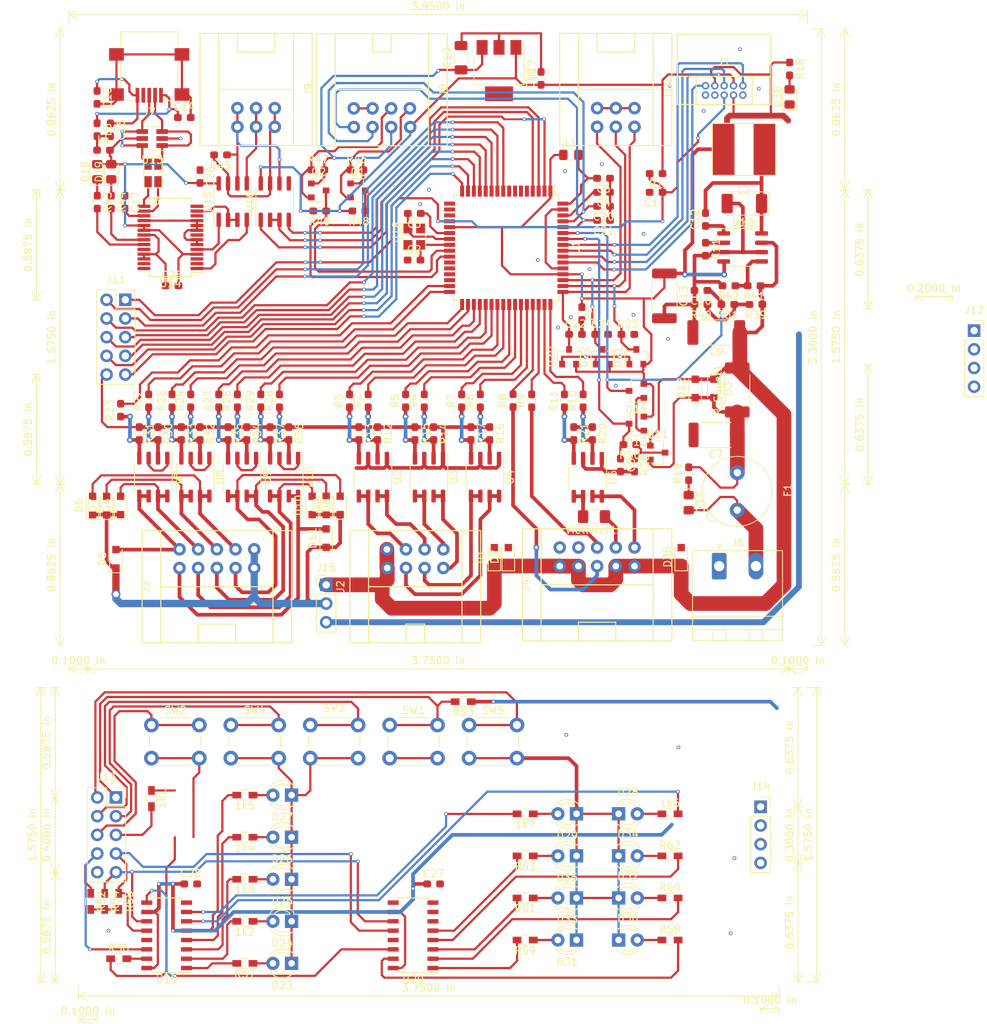
<source format=kicad_pcb>
(kicad_pcb (version 20171130) (host pcbnew "(5.1.5)-3")
  (layers (0 F.Cu signal) (31 B.Cu signal) (34 B.Paste user) (35 F.Paste user) (36 B.SilkS user) (37 F.SilkS user) (38 B.Mask user) (39 F.Mask user) (44 Edge.Cuts user))
  (net 0 "")
  (net 1 RESET)
  (net 2 GND)
  (net 3 "Net-(C2-Pad2)")
  (net 4 "Net-(C3-Pad2)")
  (net 5 "Net-(C4-Pad2)")
  (net 6 +5V)
  (net 7 "Net-(C6-Pad2)")
  (net 8 +12V)
  (net 9 "Net-(J2-Pad3)")
  (net 10 "Net-(J2-Pad2)")
  (net 11 "Net-(R12-Pad2)")
  (net 12 RGB1_ROT)
  (net 13 "Net-(R13-Pad2)")
  (net 14 RGB1_GRUEN)
  (net 15 RGB1_BLAU)
  (net 16 "Net-(R14-Pad2)")
  (net 17 "Net-(R15-Pad2)")
  (net 18 RGB2_ROT)
  (net 19 RGB2_GRUEN)
  (net 20 "Net-(R16-Pad2)")
  (net 21 "Net-(R17-Pad2)")
  (net 22 RGB2_BLAU)
  (net 23 PWM_PUMPE)
  (net 24 "Net-(R10-Pad1)")
  (net 25 "Net-(R11-Pad1)")
  (net 26 HEIZUNG)
  (net 27 SM1_1)
  (net 28 "Net-(R22-Pad1)")
  (net 29 "Net-(R23-Pad1)")
  (net 30 SM1_2)
  (net 31 SM1_3)
  (net 32 "Net-(R24-Pad1)")
  (net 33 SM1_4)
  (net 34 "Net-(R25-Pad1)")
  (net 35 SM2_1)
  (net 36 "Net-(R26-Pad1)")
  (net 37 "Net-(R27-Pad1)")
  (net 38 SM2_2)
  (net 39 SM2_3)
  (net 40 "Net-(R28-Pad1)")
  (net 41 "Net-(R29-Pad1)")
  (net 42 SM2_4)
  (net 43 UART_RXD)
  (net 44 UART_TXD)
  (net 45 UART_DIR)
  (net 46 "Net-(U1-Pad7)")
  (net 47 "Net-(U1-Pad8)")
  (net 48 "Net-(U1-Pad17)")
  (net 49 "Net-(U1-Pad18)")
  (net 50 "Net-(U1-Pad19)")
  (net 51 I²C_SCL)
  (net 52 I²C_SDA)
  (net 53 "Net-(U1-Pad27)")
  (net 54 "Net-(U1-Pad28)")
  (net 55 "Net-(U1-Pad29)")
  (net 56 "Net-(U1-Pad30)")
  (net 57 TDI)
  (net 58 TDO)
  (net 59 TMS)
  (net 60 TCK)
  (net 61 Voltage_Controle)
  (net 62 Current_Controle)
  (net 63 "Net-(J4-Pad5)")
  (net 64 PWM_LUEFTER1)
  (net 65 PWM_LUEFTER2)
  (net 66 "Net-(C7-Pad1)")
  (net 67 "Net-(C11-Pad1)")
  (net 68 "Net-(C12-Pad1)")
  (net 69 "Net-(C12-Pad2)")
  (net 70 "Net-(R41-Pad2)")
  (net 71 "Net-(C14-Pad2)")
  (net 72 "Net-(C14-Pad1)")
  (net 73 "Net-(C16-Pad2)")
  (net 74 "Net-(C17-Pad2)")
  (net 75 "Net-(D18-Pad1)")
  (net 76 "Net-(D19-Pad1)")
  (net 77 "Net-(J7-Pad4)")
  (net 78 "Net-(J7-Pad3)")
  (net 79 "Net-(J7-Pad2)")
  (net 80 "Net-(L5-Pad2)")
  (net 81 "Net-(L5-Pad4)")
  (net 82 "Net-(R43-Pad2)")
  (net 83 "Net-(R44-Pad2)")
  (net 84 "Net-(U14-Pad5)")
  (net 85 "Net-(U14-Pad2)")
  (net 86 "Net-(U14-Pad1)")
  (net 87 "Net-(U14-Pad3)")
  (net 88 "Net-(U14-Pad12)")
  (net 89 "Net-(U14-Pad13)")
  (net 90 "Net-(U14-Pad14)")
  (net 91 "Net-(U14-Pad27)")
  (net 92 "Net-(U14-Pad28)")
  (net 93 "Net-(J1-Pad8)")
  (net 94 +3V3)
  (net 95 GND_HUMI1)
  (net 96 GND_HUMI2)
  (net 97 NOT-AUS)
  (net 98 INPUT1)
  (net 99 INPUT2)
  (net 100 "Net-(J8-Pad5)")
  (net 101 "Net-(J8-Pad6)")
  (net 102 "Net-(J9-Pad1)")
  (net 103 "Net-(J9-Pad3)")
  (net 104 NOTAUS)
  (net 105 Stop)
  (net 106 Start)
  (net 107 Dbg2)
  (net 108 Dbg1)
  (net 109 SR_Latch)
  (net 110 SR_Daten)
  (net 111 SR_Takt)
  (net 112 +5C)
  (net 113 "Net-(U18-Pad1)")
  (net 114 "Net-(U18-Pad3)")
  (net 115 "Net-(D10-Pad1)")
  (net 116 /Frontpannel/SR_Takt-)
  (net 117 /Frontpannel/SR_Daten-)
  (net 118 /Frontpannel/SR_Latch-)
  (net 119 /Frontpannel/Dbg1-)
  (net 120 /Frontpannel/Dbg2-)
  (net 121 /Frontpannel/START-)
  (net 122 /Frontpannel/STOP-)
  (net 123 /Frontpannel/NOTAUS-)
  (net 124 /Frontpannel/RESET-)
  (net 125 "Net-(R38-Pad1)")
  (net 126 "Net-(R39-Pad2)")
  (net 127 "Net-(1k1-Pad1)")
  (net 128 "Net-(1k2-Pad2)")
  (net 129 "Net-(1k2-Pad1)")
  (net 130 "Net-(1k3-Pad1)")
  (net 131 "Net-(1k3-Pad2)")
  (net 132 "Net-(1k4-Pad2)")
  (net 133 "Net-(1k4-Pad1)")
  (net 134 "Net-(1k5-Pad1)")
  (net 135 "Net-(1k5-Pad2)")
  (net 136 "Net-(1k6-Pad2)")
  (net 137 "Net-(1k6-Pad1)")
  (net 138 "Net-(1k7-Pad1)")
  (net 139 "Net-(1k7-Pad2)")
  (net 140 "Net-(D15-Pad2)")
  (net 141 "Net-(D23-Pad2)")
  (net 142 "Net-(D30-Pad2)")
  (net 143 "Net-(D31-Pad2)")
  (net 144 "Net-(D32-Pad2)")
  (net 145 "Net-(D33-Pad2)")
  (net 146 "Net-(D34-Pad2)")
  (net 147 "Net-(D35-Pad2)")
  (net 148 "Net-(R56-Pad2)")
  (net 149 "Net-(R57-Pad2)")
  (net 150 "Net-(R58-Pad2)")
  (net 151 "Net-(R59-Pad2)")
  (net 152 "Net-(R60-Pad2)")
  (net 153 "Net-(R61-Pad2)")
  (net 154 "Net-(R62-Pad2)")
  (net 155 "Net-(R63-Pad2)")
  (net 156 "Net-(U19-Pad9)")
  (net 157 "Net-(U20-Pad9)")
  (net 158 "Net-(U20-Pad7)")
  (net 159 "Net-(U20-Pad6)")
  (net 160 Adress_Press2)
  (net 161 Adress_Press1)
  (net 162 "Net-(D4-Pad2)")
  (net 163 "Net-(D5-Pad2)")
  (net 164 "Net-(D6-Pad2)")
  (net 165 "Net-(D7-Pad2)")
  (net 166 "Net-(D8-Pad2)")
  (net 167 "Net-(D9-Pad2)")
  (net 168 "Net-(D10-Pad2)")
  (net 169 "Net-(D11-Pad2)")
  (net 170 "Net-(D37-Pad2)")
  (net 171 "Net-(D37-Pad1)")
  (net 172 "Net-(J4-Pad3)")
  (net 173 "Net-(U6-Pad5)")
  (net 174 "Net-(D38-Pad2)")
  (net 175 "Net-(J2-Pad8)")
  (net 176 "Net-(J2-Pad7)")
  (net 177 "Net-(J2-Pad6)")
  (net 178 "Net-(J2-Pad4)")
  (net 179 "Net-(J4-Pad8)")
  (net 180 "Net-(J4-Pad4)")
  (module Connector_PinSocket_2.54mm:PinSocket_2x05_P2.54mm_Vertical (layer F.Cu) (at 80.645 84.455)
    (fp_text reference J11 (at -1.27 -2.77) (layer F.SilkS))
    (fp_text value Frontpannel)
    (pad 10 thru_hole oval (at -2.54 10.16) (size 1.7 1.7) (drill 1) (layers *.Cu *.Mask) (net 2 GND))
    (pad 9 thru_hole oval (at 0 10.16) (size 1.7 1.7) (drill 1) (layers *.Cu *.Mask) (net 111 SR_Takt))
    (pad 8 thru_hole oval (at -2.54 7.62) (size 1.7 1.7) (drill 1) (layers *.Cu *.Mask) (net 110 SR_Daten))
    (pad 7 thru_hole oval (at 0 7.62) (size 1.7 1.7) (drill 1) (layers *.Cu *.Mask) (net 109 SR_Latch))
    (pad 6 thru_hole oval (at -2.54 5.08) (size 1.7 1.7) (drill 1) (layers *.Cu *.Mask) (net 108 Dbg1))
    (pad 5 thru_hole oval (at 0 5.08) (size 1.7 1.7) (drill 1) (layers *.Cu *.Mask) (net 107 Dbg2))
    (pad 4 thru_hole oval (at -2.54 2.54) (size 1.7 1.7) (drill 1) (layers *.Cu *.Mask) (net 106 Start))
    (pad 3 thru_hole oval (at 0 2.54) (size 1.7 1.7) (drill 1) (layers *.Cu *.Mask) (net 105 Stop))
    (pad 2 thru_hole oval (at -2.54 0) (size 1.7 1.7) (drill 1) (layers *.Cu *.Mask) (net 104 NOTAUS))
    (pad 1 thru_hole rect (at 0 0) (size 1.7 1.7) (drill 1) (layers *.Cu *.Mask) (net 1 RESET))
  )
  (module L_Lib:MAX5035_100uH_Coil (layer F.Cu) (at 164.75202 64.12992 180)
    (fp_text reference L2 (at -0.0381 -5.43814 180) (layer F.SilkS))
    (fp_text value L)
    (pad 1 smd rect (at -2.794 0.127 270) (size 7 3) (layers F.Cu F.Paste F.Mask) (net 69 "Net-(C12-Pad2)"))
    (pad 2 smd rect (at 2.794 0.127 270) (size 7 3) (layers F.Cu F.Paste F.Mask) (net 6 +5V))
  )
  (module Capacitor_SMD:C_1206_3216Metric (layer F.Cu) (at 126.28 51.565 90)
    (fp_text reference C19 (at 0 -1.82 90) (layer F.SilkS))
    (fp_text value 10uF)
    (pad 2 smd roundrect (at 1.651 0 90) (size 1.25 1.75) (layers F.Cu F.Paste F.Mask) (roundrect_rratio 0.2) (net 2 GND))
    (pad 1 smd roundrect (at -1.651 0 90) (size 1.25 1.75) (layers F.Cu F.Paste F.Mask) (roundrect_rratio 0.2) (net 94 +3V3))
  )
  (module Capacitor_SMD:C_2512_6332Metric (layer F.Cu) (at 153.924 83.926 270)
    (fp_text reference C13 (at 0 -2.62 270) (layer F.SilkS))
    (fp_text value 68uF)
    (pad 2 smd roundrect (at 3.048 0 270) (size 1.35 3.35) (layers F.Cu F.Paste F.Mask) (roundrect_rratio 0.185185) (net 2 GND))
    (pad 1 smd roundrect (at -3.048 0 270) (size 1.35 3.35) (layers F.Cu F.Paste F.Mask) (roundrect_rratio 0.185185) (net 6 +5V))
  )
  (module Capacitor_SMD:C_2512_6332Metric (layer F.Cu) (at 160.94 102.82 180)
    (fp_text reference C7 (at 0 -2.62 180) (layer F.SilkS))
    (fp_text value 68uF)
    (pad 2 smd roundrect (at 3.048 0 180) (size 1.35 3.35) (layers F.Cu F.Paste F.Mask) (roundrect_rratio 0.185185) (net 2 GND))
    (pad 1 smd roundrect (at -3.048 0 180) (size 1.35 3.35) (layers F.Cu F.Paste F.Mask) (roundrect_rratio 0.185185) (net 66 "Net-(C7-Pad1)"))
  )
  (module Capacitor_SMD:C_2512_6332Metric_Pad1.52x3.35mm_HandSolder (layer F.Cu) (at 160.9755 88.9 180)
    (fp_text reference C9 (at 0 -2.62) (layer F.SilkS))
    (fp_text value 68uF)
    (pad 2 smd roundrect (at 3.175 0 180) (size 1.5 3.35) (layers F.Cu F.Paste F.Mask) (roundrect_rratio 0.164) (net 2 GND))
    (pad 1 smd roundrect (at -3.175 0 180) (size 1.5 3.35) (layers F.Cu F.Paste F.Mask) (roundrect_rratio 0.164) (net 8 +12V))
  )
  (module Conn_Lib:Wanne_6Pol (layer F.Cu) (at 98.425 55.88 270)
    (fp_text reference J9 (at 0 -7.12 90) (layer F.SilkS))
    (fp_text value RS485)
    (pad 6 thru_hole circle (at 2.54 2.54 270) (size 1.7 1.7) (drill 0.9) (layers *.Cu *.Mask) (net 103 "Net-(J9-Pad3)"))
    (pad 5 thru_hole circle (at 2.54 0 270) (size 1.7 1.7) (drill 0.9) (layers *.Cu *.Mask) (net 2 GND))
    (pad 4 thru_hole circle (at 2.54 -2.54 270) (size 1.7 1.7) (drill 0.9) (layers *.Cu *.Mask) (net 102 "Net-(J9-Pad1)"))
    (pad 3 thru_hole circle (at 5.08 2.54 270) (size 1.7 1.7) (drill 0.9) (layers *.Cu *.Mask) (net 103 "Net-(J9-Pad3)"))
    (pad 2 thru_hole circle (at 5.08 0 270) (size 1.7 1.7) (drill 0.9) (layers *.Cu *.Mask) (net 2 GND))
    (pad 1 thru_hole circle (at 5.08 -2.54 270) (size 1.7 1.7) (drill 0.9) (layers *.Cu *.Mask) (net 102 "Net-(J9-Pad1)"))
  )
  (module Conn_Lib:Wanne-8Pol (layer F.Cu) (at 116.7892 55.91 270)
    (fp_text reference J8 (at 0 -7.12 90) (layer F.SilkS))
    (fp_text value Sensor)
    (pad 8 thru_hole circle (at 2.54 5.08 270) (size 1.7 1.7) (drill 0.9) (layers *.Cu *.Mask) (net 2 GND))
    (pad 7 thru_hole circle (at 2.54 2.54 270) (size 1.7 1.7) (drill 0.9) (layers *.Cu *.Mask) (net 2 GND))
    (pad 6 thru_hole circle (at 2.54 0 270) (size 1.7 1.7) (drill 0.9) (layers *.Cu *.Mask) (net 101 "Net-(J8-Pad6)"))
    (pad 5 thru_hole circle (at 2.54 -2.54 270) (size 1.7 1.7) (drill 0.9) (layers *.Cu *.Mask) (net 100 "Net-(J8-Pad5)"))
    (pad 4 thru_hole circle (at 5.08 5.08 270) (size 1.7 1.7) (drill 0.9) (layers *.Cu *.Mask) (net 96 GND_HUMI2))
    (pad 3 thru_hole circle (at 5.08 2.54 270) (size 1.7 1.7) (drill 0.9) (layers *.Cu *.Mask) (net 95 GND_HUMI1))
    (pad 2 thru_hole circle (at 5.08 0 270) (size 1.7 1.7) (drill 0.9) (layers *.Cu *.Mask) (net 94 +3V3))
    (pad 1 thru_hole circle (at 5.08 -2.5908 270) (size 1.7 1.7) (drill 0.9) (layers *.Cu *.Mask) (net 6 +5V))
  )
  (module Conn_Lib:Wanne_6Pol (layer F.Cu) (at 147.32 55.88 270)
    (fp_text reference J10 (at 0 -7.12 90) (layer F.SilkS))
    (fp_text value Inputs)
    (pad 6 thru_hole circle (at 2.54 2.54 270) (size 1.7 1.7) (drill 0.9) (layers *.Cu *.Mask) (net 2 GND))
    (pad 5 thru_hole circle (at 2.54 0 270) (size 1.7 1.7) (drill 0.9) (layers *.Cu *.Mask) (net 2 GND))
    (pad 4 thru_hole circle (at 2.54 -2.54 270) (size 1.7 1.7) (drill 0.9) (layers *.Cu *.Mask) (net 2 GND))
    (pad 3 thru_hole circle (at 5.08 2.54 270) (size 1.7 1.7) (drill 0.9) (layers *.Cu *.Mask) (net 98 INPUT1))
    (pad 2 thru_hole circle (at 5.08 0 270) (size 1.7 1.7) (drill 0.9) (layers *.Cu *.Mask) (net 99 INPUT2))
    (pad 1 thru_hole circle (at 5.08 -2.54 270) (size 1.7 1.7) (drill 0.9) (layers *.Cu *.Mask) (net 97 NOT-AUS))
  )
  (module Conn_Lib:Wanne-10Pol (layer F.Cu) (at 144.78 123.19 90)
    (fp_text reference J4 (at 0 -9.66 90) (layer F.SilkS))
    (fp_text value Con_ALL)
    (pad 10 thru_hole circle (at 2.54 5.08 90) (size 1.7 1.7) (drill 0.9) (layers *.Cu *.Mask) (net 8 +12V))
    (pad 9 thru_hole circle (at 2.54 2.54 90) (size 1.7 1.7) (drill 0.9) (layers *.Cu *.Mask) (net 8 +12V))
    (pad 8 thru_hole circle (at 2.54 0 90) (size 1.7 1.7) (drill 0.9) (layers *.Cu *.Mask) (net 179 "Net-(J4-Pad8)"))
    (pad 7 thru_hole circle (at 2.54 -2.54 90) (size 1.7 1.7) (drill 0.9) (layers *.Cu *.Mask) (net 8 +12V))
    (pad 6 thru_hole circle (at 2.54 -5.08 90) (size 1.7 1.7) (drill 0.9) (layers *.Cu *.Mask) (net 8 +12V))
    (pad 5 thru_hole circle (at 5.08 5.08 90) (size 1.7 1.7) (drill 0.9) (layers *.Cu *.Mask) (net 63 "Net-(J4-Pad5)"))
    (pad 4 thru_hole circle (at 5.08 2.54 90) (size 1.7 1.7) (drill 0.9) (layers *.Cu *.Mask) (net 180 "Net-(J4-Pad4)"))
    (pad 3 thru_hole circle (at 5.08 0 90) (size 1.7 1.7) (drill 0.9) (layers *.Cu *.Mask) (net 172 "Net-(J4-Pad3)"))
    (pad 2 thru_hole circle (at 5.08 -2.54 90) (size 1.7 1.7) (drill 0.9) (layers *.Cu *.Mask) (net 2 GND))
    (pad 1 thru_hole circle (at 5.08 -5.08 90) (size 1.7 1.7) (drill 0.9) (layers *.Cu *.Mask) (net 2 GND))
  )
  (module Conn_Lib:Wanne-10Pol (layer F.Cu) (at 93.091 123.444 90)
    (fp_text reference J3 (at 0 -9.66 90) (layer F.SilkS))
    (fp_text value Con_SM)
    (pad 10 thru_hole circle (at 2.54 5.08 90) (size 1.7 1.7) (drill 0.9) (layers *.Cu *.Mask) (net 115 "Net-(D10-Pad1)"))
    (pad 9 thru_hole circle (at 2.54 2.54 90) (size 1.7 1.7) (drill 0.9) (layers *.Cu *.Mask) (net 166 "Net-(D8-Pad2)"))
    (pad 8 thru_hole circle (at 2.54 0 90) (size 1.7 1.7) (drill 0.9) (layers *.Cu *.Mask) (net 167 "Net-(D9-Pad2)"))
    (pad 7 thru_hole circle (at 2.54 -2.54 90) (size 1.7 1.7) (drill 0.9) (layers *.Cu *.Mask) (net 168 "Net-(D10-Pad2)"))
    (pad 6 thru_hole circle (at 2.54 -5.08 90) (size 1.7 1.7) (drill 0.9) (layers *.Cu *.Mask) (net 169 "Net-(D11-Pad2)"))
    (pad 5 thru_hole circle (at 5.08 5.08 90) (size 1.7 1.7) (drill 0.9) (layers *.Cu *.Mask) (net 115 "Net-(D10-Pad1)"))
    (pad 4 thru_hole circle (at 5.08 2.54 90) (size 1.7 1.7) (drill 0.9) (layers *.Cu *.Mask) (net 164 "Net-(D6-Pad2)"))
    (pad 3 thru_hole circle (at 5.08 0 90) (size 1.7 1.7) (drill 0.9) (layers *.Cu *.Mask) (net 165 "Net-(D7-Pad2)"))
    (pad 2 thru_hole circle (at 5.08 -2.54 90) (size 1.7 1.7) (drill 0.9) (layers *.Cu *.Mask) (net 162 "Net-(D4-Pad2)"))
    (pad 1 thru_hole circle (at 5.08 -5.08 90) (size 1.7 1.7) (drill 0.9) (layers *.Cu *.Mask) (net 163 "Net-(D5-Pad2)"))
  )
  (module Conn_Lib:Wanne-8Pol (layer F.Cu) (at 118.7958 123.444 90)
    (fp_text reference J2 (at 0 -8.89 90) (layer F.SilkS))
    (fp_text value "con RGB")
    (pad 8 thru_hole circle (at 2.54 5.08 90) (size 1.7 1.7) (drill 0.9) (layers *.Cu *.Mask) (net 175 "Net-(J2-Pad8)"))
    (pad 7 thru_hole circle (at 2.54 2.54 90) (size 1.7 1.7) (drill 0.9) (layers *.Cu *.Mask) (net 176 "Net-(J2-Pad7)"))
    (pad 6 thru_hole circle (at 2.54 0 90) (size 1.7 1.7) (drill 0.9) (layers *.Cu *.Mask) (net 177 "Net-(J2-Pad6)"))
    (pad 5 thru_hole circle (at 2.54 -2.54 90) (size 1.7 1.7) (drill 0.9) (layers *.Cu *.Mask) (net 8 +12V))
    (pad 4 thru_hole circle (at 5.08 5.08 90) (size 1.7 1.7) (drill 0.9) (layers *.Cu *.Mask) (net 178 "Net-(J2-Pad4)"))
    (pad 3 thru_hole circle (at 5.08 2.54 90) (size 1.7 1.7) (drill 0.9) (layers *.Cu *.Mask) (net 9 "Net-(J2-Pad3)"))
    (pad 2 thru_hole circle (at 5.08 0 90) (size 1.7 1.7) (drill 0.9) (layers *.Cu *.Mask) (net 10 "Net-(J2-Pad2)"))
    (pad 1 thru_hole circle (at 5.08 -2.5908 90) (size 1.7 1.7) (drill 0.9) (layers *.Cu *.Mask) (net 8 +12V))
  )
  (module Package_TO_SOT_SMD:SOT-23 (layer F.Cu) (at 106.934 69.596)
    (fp_text reference Q2 (at 0 -2.5) (layer F.SilkS))
    (fp_text value BS170F)
    (pad 3 smd rect (at 1 0) (size 0.9 0.8) (layers F.Cu F.Paste F.Mask) (net 52 I²C_SDA))
    (pad 2 smd rect (at -1 0.95) (size 0.9 0.8) (layers F.Cu F.Paste F.Mask) (net 101 "Net-(J8-Pad6)"))
    (pad 1 smd rect (at -1 -0.95) (size 0.9 0.8) (layers F.Cu F.Paste F.Mask) (net 94 +3V3))
  )
  (module Package_TO_SOT_SMD:SOT-23 (layer F.Cu) (at 112.268 69.596)
    (fp_text reference Q1 (at 0 -2.5) (layer F.SilkS))
    (fp_text value BS170F)
    (pad 3 smd rect (at 1 0) (size 0.9 0.8) (layers F.Cu F.Paste F.Mask) (net 51 I²C_SCL))
    (pad 2 smd rect (at -1 0.95) (size 0.9 0.8) (layers F.Cu F.Paste F.Mask) (net 100 "Net-(J8-Pad5)"))
    (pad 1 smd rect (at -1 -0.95) (size 0.9 0.8) (layers F.Cu F.Paste F.Mask) (net 94 +3V3))
  )
  (module Conn_Lib:Con-JTAG (layer F.Cu) (at 162.052 56.642)
    (fp_text reference J1 (at 0 -4.58 180) (layer F.SilkS))
    (fp_text value AVR-JTAG-10)
    (pad 10 thru_hole circle (at -2.54 0) (size 1 1) (drill 0.6) (layers *.Cu *.Mask) (net 2 GND))
    (pad 9 thru_hole circle (at -2.54 -1.27) (size 1 1) (drill 0.6) (layers *.Cu *.Mask) (net 57 TDI))
    (pad 8 thru_hole circle (at -1.27 0) (size 1 1) (drill 0.6) (layers *.Cu *.Mask) (net 93 "Net-(J1-Pad8)"))
    (pad 6 thru_hole circle (at 0 0) (size 1 1) (drill 0.6) (layers *.Cu *.Mask) (net 1 RESET))
    (pad 7 thru_hole circle (at -1.27 -1.27) (size 1 1) (drill 0.6) (layers *.Cu *.Mask) (net 6 +5V))
    (pad 5 thru_hole circle (at 0 -1.27) (size 1 1) (drill 0.6) (layers *.Cu *.Mask) (net 59 TMS))
    (pad 4 thru_hole circle (at 1.27 0) (size 1 1) (drill 0.6) (layers *.Cu *.Mask) (net 6 +5V))
    (pad 3 thru_hole circle (at 1.27 -1.27) (size 1 1) (drill 0.6) (layers *.Cu *.Mask) (net 58 TDO))
    (pad 2 thru_hole circle (at 2.54 0) (size 1 1) (drill 0.6) (layers *.Cu *.Mask) (net 2 GND))
    (pad 1 thru_hole circle (at 2.54 -1.27) (size 1 1) (drill 0.6) (layers *.Cu *.Mask) (net 60 TCK))
  )
  (module Fuse:Fuseholder_TR5_Littelfuse_No560_No460 (layer F.Cu) (at 163.83 107.95 270)
    (fp_text reference F1 (at 2.39 -6.89 90) (layer F.SilkS))
    (fp_text value Fuse)
    (pad 2 thru_hole circle (at 5.08 0.01 270) (size 2 2) (drill 1) (layers *.Cu *.Mask) (net 170 "Net-(D37-Pad2)"))
    (pad 1 thru_hole circle (at 0 0 270) (size 2 2) (drill 1) (layers *.Cu *.Mask) (net 66 "Net-(C7-Pad1)"))
  )
  (module Resistor_SMD:R_0603_1608Metric_Pad1.05x0.95mm_HandSolder (layer F.Cu) (at 157.226 108.091 90)
    (fp_text reference R19 (at 0 -1.43 90) (layer F.SilkS))
    (fp_text value 5k)
    (pad 2 smd roundrect (at 0.875 0 90) (size 1.05 0.95) (layers F.Cu F.Paste F.Mask) (net 66 "Net-(C7-Pad1)"))
    (pad 1 smd roundrect (at -0.875 0 90) (size 1.05 0.95) (layers F.Cu F.Paste F.Mask) (net 171 "Net-(D37-Pad1)"))
  )
  (module Resistor_SMD:R_2512_6332Metric_Pad1.52x3.35mm_HandSolder (layer F.Cu) (at 163.83 96.7075 90)
    (fp_text reference R_Shunt1 (at 0 -2.62 90) (layer F.SilkS))
    (fp_text value 125mOhm)
    (pad 2 smd roundrect (at 2.9875 0 90) (size 1.525 3.35) (layers F.Cu F.Paste F.Mask) (roundrect_rratio 0.163934) (net 8 +12V))
    (pad 1 smd roundrect (at -2.9875 0 90) (size 1.525 3.35) (layers F.Cu F.Paste F.Mask) (roundrect_rratio 0.163934) (net 66 "Net-(C7-Pad1)"))
  )
  (module Resistor_SMD:R_0603_1608Metric_Pad1.05x0.95mm_HandSolder (layer F.Cu) (at 170.942 53.086 270)
    (fp_text reference R18 (at 0 -1.43 90) (layer F.SilkS))
    (fp_text value 5k)
    (pad 2 smd roundrect (at 0.875 0 270) (size 1.05 0.95) (layers F.Cu F.Paste F.Mask) (net 174 "Net-(D38-Pad2)"))
    (pad 1 smd roundrect (at -0.875 0 270) (size 1.05 0.95) (layers F.Cu F.Paste F.Mask) (net 6 +5V))
  )
  (module LED_SMD:LED_0805_2012Metric_Pad1.15x1.40mm_HandSolder (layer F.Cu) (at 170.942 56.896 90)
    (fp_text reference D38 (at 0 -1.65 90) (layer F.SilkS))
    (fp_text value LED)
    (pad 2 smd roundrect (at 1.025 0 90) (size 1.15 1.4) (layers F.Cu F.Paste F.Mask) (roundrect_rratio 0.217391) (net 174 "Net-(D38-Pad2)"))
    (pad 1 smd roundrect (at -1.025 0 90) (size 1.15 1.4) (layers F.Cu F.Paste F.Mask) (roundrect_rratio 0.217391) (net 2 GND))
  )
  (module Capacitor_SMD:C_0603_1608Metric_Pad1.05x0.95mm_HandSolder (layer F.Cu) (at 159.512 77.583 270)
    (fp_text reference C11 (at 0 -1.43 90) (layer F.SilkS))
    (fp_text value 100nF)
    (pad 2 smd roundrect (at 0.875 0 270) (size 1.05 0.95) (layers F.Cu F.Paste F.Mask) (net 2 GND))
    (pad 1 smd roundrect (at -0.875 0 270) (size 1.05 0.95) (layers F.Cu F.Paste F.Mask) (net 67 "Net-(C11-Pad1)"))
  )
  (module Package_SO:SO-8_3.9x4.9mm_P1.27mm (layer F.Cu) (at 164.557 77.343)
    (fp_text reference U12 (at 0 -3.4) (layer F.SilkS))
    (fp_text value MAX_5035_BUSA)
    (pad 8 smd roundrect (at 2.575 -1.905) (size 1.75 0.6) (layers F.Cu F.Paste F.Mask) (net 69 "Net-(C12-Pad2)"))
    (pad 7 smd roundrect (at 2.575 -0.635) (size 1.75 0.6) (layers F.Cu F.Paste F.Mask) (net 8 +12V))
    (pad 6 smd roundrect (at 2.575 0.635) (size 1.75 0.6) (layers F.Cu F.Paste F.Mask) (net 2 GND))
    (pad 5 smd roundrect (at 2.575 1.905) (size 1.75 0.6) (layers F.Cu F.Paste F.Mask) (net 70 "Net-(R41-Pad2)"))
    (pad 4 smd roundrect (at -2.575 1.905) (size 1.75 0.6) (layers F.Cu F.Paste F.Mask) (net 6 +5V))
    (pad 3 smd roundrect (at -2.575 0.635) (size 1.75 0.6) (layers F.Cu F.Paste F.Mask) (net 2 GND))
    (pad 2 smd roundrect (at -2.575 -0.635) (size 1.75 0.6) (layers F.Cu F.Paste F.Mask) (net 67 "Net-(C11-Pad1)"))
    (pad 1 smd roundrect (at -2.575 -1.905) (size 1.75 0.6) (layers F.Cu F.Paste F.Mask) (net 68 "Net-(C12-Pad1)"))
  )
  (module Resistor_SMD:R_0603_1608Metric_Pad1.05x0.95mm_HandSolder (layer F.Cu) (at 112.127 66.802)
    (fp_text reference R46 (at 0 -1.43) (layer F.SilkS))
    (fp_text value 10k)
    (pad 2 smd roundrect (at 0.875 0) (size 1.05 0.95) (layers F.Cu F.Paste F.Mask) (net 94 +3V3))
    (pad 1 smd roundrect (at -0.875 0) (size 1.05 0.95) (layers F.Cu F.Paste F.Mask) (net 100 "Net-(J8-Pad5)"))
  )
  (module Resistor_SMD:R_0603_1608Metric_Pad1.05x0.95mm_HandSolder (layer F.Cu) (at 107.075 72.39 180)
    (fp_text reference R49 (at 0 -1.43) (layer F.SilkS))
    (fp_text value 10k)
    (pad 2 smd roundrect (at 0.875 0 180) (size 1.05 0.95) (layers F.Cu F.Paste F.Mask) (net 6 +5V))
    (pad 1 smd roundrect (at -0.875 0 180) (size 1.05 0.95) (layers F.Cu F.Paste F.Mask) (net 52 I²C_SDA))
  )
  (module Resistor_SMD:R_1206_3216Metric_Pad1.42x1.75mm_HandSolder (layer F.Cu) (at 144.3625 113.919 180)
    (fp_text reference Vielleicht1 (at 0 -1.82) (layer F.SilkS))
    (fp_text value R)
    (pad 2 smd roundrect (at 1.4875 0 180) (size 1.425 1.75) (layers F.Cu F.Paste F.Mask) (roundrect_rratio 0.175439) (net 173 "Net-(U6-Pad5)"))
    (pad 1 smd roundrect (at -1.4875 0 180) (size 1.425 1.75) (layers F.Cu F.Paste F.Mask) (roundrect_rratio 0.175439) (net 180 "Net-(J4-Pad4)"))
  )
  (module LED_SMD:LED_0805_2012Metric_Pad1.15x1.40mm_HandSolder (layer F.Cu) (at 157.226 112.023 270)
    (fp_text reference D37 (at 0 -1.65 90) (layer F.SilkS))
    (fp_text value LED)
    (pad 2 smd roundrect (at 1.025 0 270) (size 1.15 1.4) (layers F.Cu F.Paste F.Mask) (roundrect_rratio 0.217391) (net 170 "Net-(D37-Pad2)"))
    (pad 1 smd roundrect (at -1.025 0 270) (size 1.15 1.4) (layers F.Cu F.Paste F.Mask) (roundrect_rratio 0.217391) (net 171 "Net-(D37-Pad1)"))
  )
  (module Diode_SMD:D_SOD-323_HandSoldering (layer F.Cu) (at 156.21 119.38 90)
    (fp_text reference D36 (at 0 -1.85 90) (layer F.SilkS))
    (fp_text value 1N4148)
    (pad 2 smd rect (at 1.25 0 90) (size 1 1) (layers F.Cu F.Paste F.Mask) (net 2 GND))
    (pad 1 smd rect (at -1.25 0 90) (size 1 1) (layers F.Cu F.Paste F.Mask) (net 8 +12V))
  )
  (module Capacitor_SMD:C_0603_1608Metric_Pad1.05x0.95mm_HandSolder (layer F.Cu) (at 89.535 163.83)
    (fp_text reference C28 (at 0 -1.43) (layer F.SilkS))
    (fp_text value C)
    (pad 2 smd roundrect (at 0.875 0) (size 1.05 0.95) (layers F.Cu F.Paste F.Mask) (net 2 GND))
    (pad 1 smd roundrect (at -0.875 0) (size 1.05 0.95) (layers F.Cu F.Paste F.Mask) (net 6 +5V))
  )
  (module Capacitor_SMD:C_0603_1608Metric_Pad1.05x0.95mm_HandSolder (layer F.Cu) (at 122.555 163.83)
    (fp_text reference C27 (at 0 -1.43) (layer F.SilkS))
    (fp_text value C)
    (pad 2 smd roundrect (at 0.875 0) (size 1.05 0.95) (layers F.Cu F.Paste F.Mask) (net 2 GND))
    (pad 1 smd roundrect (at -0.875 0) (size 1.05 0.95) (layers F.Cu F.Paste F.Mask) (net 6 +5V))
  )
  (module Package_SO:SO-8_3.9x4.9mm_P1.27mm (layer F.Cu) (at 102.235 108.55 270)
    (fp_text reference U10 (at 0 -3.4 90) (layer F.SilkS))
    (fp_text value IRF9313PBF)
    (pad 8 smd roundrect (at 2.575 -1.905 270) (size 1.75 0.6) (layers F.Cu F.Paste F.Mask) (net 169 "Net-(D11-Pad2)"))
    (pad 7 smd roundrect (at 2.575 -0.635 270) (size 1.75 0.6) (layers F.Cu F.Paste F.Mask) (net 169 "Net-(D11-Pad2)"))
    (pad 6 smd roundrect (at 2.575 0.635 270) (size 1.75 0.6) (layers F.Cu F.Paste F.Mask) (net 168 "Net-(D10-Pad2)"))
    (pad 5 smd roundrect (at 2.575 1.905 270) (size 1.75 0.6) (layers F.Cu F.Paste F.Mask) (net 168 "Net-(D10-Pad2)"))
    (pad 4 smd roundrect (at -2.575 1.905 270) (size 1.75 0.6) (layers F.Cu F.Paste F.Mask) (net 41 "Net-(R29-Pad1)"))
    (pad 3 smd roundrect (at -2.575 0.635 270) (size 1.75 0.6) (layers F.Cu F.Paste F.Mask) (net 2 GND))
    (pad 2 smd roundrect (at -2.575 -0.635 270) (size 1.75 0.6) (layers F.Cu F.Paste F.Mask) (net 40 "Net-(R28-Pad1)"))
    (pad 1 smd roundrect (at -2.575 -1.905 270) (size 1.75 0.6) (layers F.Cu F.Paste F.Mask) (net 2 GND))
  )
  (module Package_SO:SO-8_3.9x4.9mm_P1.27mm (layer F.Cu) (at 96.52 108.55 270)
    (fp_text reference U9 (at 0 -3.4 90) (layer F.SilkS))
    (fp_text value IRF9313PBF)
    (pad 8 smd roundrect (at 2.575 -1.905 270) (size 1.75 0.6) (layers F.Cu F.Paste F.Mask) (net 167 "Net-(D9-Pad2)"))
    (pad 7 smd roundrect (at 2.575 -0.635 270) (size 1.75 0.6) (layers F.Cu F.Paste F.Mask) (net 167 "Net-(D9-Pad2)"))
    (pad 6 smd roundrect (at 2.575 0.635 270) (size 1.75 0.6) (layers F.Cu F.Paste F.Mask) (net 166 "Net-(D8-Pad2)"))
    (pad 5 smd roundrect (at 2.575 1.905 270) (size 1.75 0.6) (layers F.Cu F.Paste F.Mask) (net 166 "Net-(D8-Pad2)"))
    (pad 4 smd roundrect (at -2.575 1.905 270) (size 1.75 0.6) (layers F.Cu F.Paste F.Mask) (net 37 "Net-(R27-Pad1)"))
    (pad 3 smd roundrect (at -2.575 0.635 270) (size 1.75 0.6) (layers F.Cu F.Paste F.Mask) (net 2 GND))
    (pad 2 smd roundrect (at -2.575 -0.635 270) (size 1.75 0.6) (layers F.Cu F.Paste F.Mask) (net 36 "Net-(R26-Pad1)"))
    (pad 1 smd roundrect (at -2.575 -1.905 270) (size 1.75 0.6) (layers F.Cu F.Paste F.Mask) (net 2 GND))
  )
  (module Resistor_SMD:R_0603_1608Metric_Pad1.05x0.95mm_HandSolder (layer F.Cu) (at 162.546 85.09 180)
    (fp_text reference R51 (at 0 -1.43) (layer F.SilkS))
    (fp_text value 100k)
    (pad 2 smd roundrect (at 0.875 0 180) (size 1.05 0.95) (layers F.Cu F.Paste F.Mask) (net 61 Voltage_Controle))
    (pad 1 smd roundrect (at -0.875 0 180) (size 1.05 0.95) (layers F.Cu F.Paste F.Mask) (net 126 "Net-(R39-Pad2)"))
  )
  (module Capacitor_SMD:C_0603_1608Metric_Pad1.05x0.95mm_HandSolder (layer F.Cu) (at 90.805 67.705 270)
    (fp_text reference C26 (at 0 -1.43 90) (layer F.SilkS))
    (fp_text value 100nF)
    (pad 2 smd roundrect (at 0.875 0 270) (size 1.05 0.95) (layers F.Cu F.Paste F.Mask) (net 112 +5C))
    (pad 1 smd roundrect (at -0.875 0 270) (size 1.05 0.95) (layers F.Cu F.Paste F.Mask) (net 2 GND))
  )
  (module Resistor_SMD:R_0603_1608Metric_Pad1.05x0.95mm_HandSolder (layer F.Cu) (at 149.225 104.14 180)
    (fp_text reference R50 (at 0 -1.43) (layer F.SilkS))
    (fp_text value 100k)
    (pad 2 smd roundrect (at 0.875 0 180) (size 1.05 0.95) (layers F.Cu F.Paste F.Mask) (net 62 Current_Controle))
    (pad 1 smd roundrect (at -0.875 0 180) (size 1.05 0.95) (layers F.Cu F.Paste F.Mask) (net 125 "Net-(R38-Pad1)"))
  )
  (module Connector_PinSocket_2.54mm:PinSocket_1x04_P2.54mm_Vertical (layer F.Cu) (at 196.0245 88.646)
    (fp_text reference J12 (at 0 -2.77) (layer F.SilkS))
    (fp_text value Conn_01x04)
    (pad 4 thru_hole oval (at 0 7.62) (size 1.7 1.7) (drill 1) (layers *.Cu *.Mask) (net 2 GND))
    (pad 3 thru_hole oval (at 0 5.08) (size 1.7 1.7) (drill 1) (layers *.Cu *.Mask) (net 2 GND))
    (pad 2 thru_hole oval (at 0 2.54) (size 1.7 1.7) (drill 1) (layers *.Cu *.Mask) (net 6 +5V))
    (pad 1 thru_hole rect (at 0 0) (size 1.7 1.7) (drill 1) (layers *.Cu *.Mask) (net 6 +5V))
  )
  (module Capacitor_SMD:C_0603_1608Metric_Pad1.05x0.95mm_HandSolder (layer F.Cu) (at 145.655 69.85 180)
    (fp_text reference C4 (at 0 -1.43) (layer F.SilkS))
    (fp_text value 10nF)
    (pad 2 smd roundrect (at 0.875 0 180) (size 1.05 0.95) (layers F.Cu F.Paste F.Mask) (net 5 "Net-(C4-Pad2)"))
    (pad 1 smd roundrect (at -0.875 0 180) (size 1.05 0.95) (layers F.Cu F.Paste F.Mask) (net 2 GND))
  )
  (module Package_TO_SOT_SMD:SOT-23 (layer F.Cu) (at 150.114 92.202 90)
    (fp_text reference D21 (at 0 -2.5 90) (layer F.SilkS))
    (fp_text value BAS40-04)
    (pad 3 smd rect (at 1 0 90) (size 0.9 0.8) (layers F.Cu F.Paste F.Mask) (net 99 INPUT2))
    (pad 2 smd rect (at -1 0.95 90) (size 0.9 0.8) (layers F.Cu F.Paste F.Mask) (net 6 +5V))
    (pad 1 smd rect (at -1 -0.95 90) (size 0.9 0.8) (layers F.Cu F.Paste F.Mask) (net 2 GND))
  )
  (module Capacitor_SMD:C_0603_1608Metric_Pad1.05x0.95mm_HandSolder (layer F.Cu) (at 148.957 89.154)
    (fp_text reference C23 (at 0 -1.43) (layer F.SilkS))
    (fp_text value C)
    (pad 2 smd roundrect (at 0.875 0) (size 1.05 0.95) (layers F.Cu F.Paste F.Mask) (net 2 GND))
    (pad 1 smd roundrect (at -0.875 0) (size 1.05 0.95) (layers F.Cu F.Paste F.Mask) (net 99 INPUT2))
  )
  (module Package_TO_SOT_SMD:SOT-23 (layer F.Cu) (at 145.542 92.202 90)
    (fp_text reference D22 (at 0 -2.5 90) (layer F.SilkS))
    (fp_text value BAS40-04)
    (pad 3 smd rect (at 1 0 90) (size 0.9 0.8) (layers F.Cu F.Paste F.Mask) (net 98 INPUT1))
    (pad 2 smd rect (at -1 0.95 90) (size 0.9 0.8) (layers F.Cu F.Paste F.Mask) (net 6 +5V))
    (pad 1 smd rect (at -1 -0.95 90) (size 0.9 0.8) (layers F.Cu F.Paste F.Mask) (net 2 GND))
  )
  (module Capacitor_SMD:C_0603_1608Metric_Pad1.05x0.95mm_HandSolder (layer F.Cu) (at 80.595 71.185 270)
    (fp_text reference C17 (at 0 -1.43 90) (layer F.SilkS))
    (fp_text value 100nF)
    (pad 2 smd roundrect (at 0.875 0 270) (size 1.05 0.95) (layers F.Cu F.Paste F.Mask) (net 74 "Net-(C17-Pad2)"))
    (pad 1 smd roundrect (at -0.875 0 270) (size 1.05 0.95) (layers F.Cu F.Paste F.Mask) (net 2 GND))
  )
  (module Package_TO_SOT_SMD:SOT-23 (layer F.Cu) (at 140.97 92.202 90)
    (fp_text reference D20 (at 0 -2.5 90) (layer F.SilkS))
    (fp_text value BAS40-04)
    (pad 3 smd rect (at 1 0 90) (size 0.9 0.8) (layers F.Cu F.Paste F.Mask) (net 97 NOT-AUS))
    (pad 2 smd rect (at -1 0.95 90) (size 0.9 0.8) (layers F.Cu F.Paste F.Mask) (net 6 +5V))
    (pad 1 smd rect (at -1 -0.95 90) (size 0.9 0.8) (layers F.Cu F.Paste F.Mask) (net 2 GND))
  )
  (module Capacitor_SMD:C_0603_1608Metric_Pad1.05x0.95mm_HandSolder (layer F.Cu) (at 137.16 54.37 90)
    (fp_text reference C18 (at 0 -1.43 90) (layer F.SilkS))
    (fp_text value 100nF)
    (pad 2 smd roundrect (at 0.875 0 90) (size 1.05 0.95) (layers F.Cu F.Paste F.Mask) (net 2 GND))
    (pad 1 smd roundrect (at -0.875 0 90) (size 1.05 0.95) (layers F.Cu F.Paste F.Mask) (net 6 +5V))
  )
  (module Package_TO_SOT_SMD:SOT-23 (layer F.Cu) (at 153.019 105.222)
    (fp_text reference U11 (at 0 -2.5) (layer F.SilkS))
    (fp_text value ZXCT1109)
    (pad 3 smd rect (at 1 0) (size 0.9 0.8) (layers F.Cu F.Paste F.Mask) (net 125 "Net-(R38-Pad1)"))
    (pad 2 smd rect (at -1 0.95) (size 0.9 0.8) (layers F.Cu F.Paste F.Mask) (net 66 "Net-(C7-Pad1)"))
    (pad 1 smd rect (at -1 -0.95) (size 0.9 0.8) (layers F.Cu F.Paste F.Mask) (net 8 +12V))
  )
  (module Capacitor_SMD:C_0603_1608Metric_Pad1.05x0.95mm_HandSolder (layer F.Cu) (at 145.401 89.154)
    (fp_text reference C24 (at 0 -1.43) (layer F.SilkS))
    (fp_text value C)
    (pad 2 smd roundrect (at 0.875 0) (size 1.05 0.95) (layers F.Cu F.Paste F.Mask) (net 2 GND))
    (pad 1 smd roundrect (at -0.875 0) (size 1.05 0.95) (layers F.Cu F.Paste F.Mask) (net 98 INPUT1))
  )
  (module Resistor_SMD:R_0603_1608Metric_Pad1.05x0.95mm_HandSolder (layer F.Cu) (at 93.595 64.77 180)
    (fp_text reference R45 (at 0 -1.43) (layer F.SilkS))
    (fp_text value 120R)
    (pad 2 smd roundrect (at 0.875 0 180) (size 1.05 0.95) (layers F.Cu F.Paste F.Mask) (net 102 "Net-(J9-Pad1)"))
    (pad 1 smd roundrect (at -0.875 0 180) (size 1.05 0.95) (layers F.Cu F.Paste F.Mask) (net 103 "Net-(J9-Pad3)"))
  )
  (module Capacitor_SMD:C_0603_1608Metric_Pad1.05x0.95mm_HandSolder (layer F.Cu) (at 119.895 79.06)
    (fp_text reference C2 (at 0 -1.43) (layer F.SilkS))
    (fp_text value 22pF)
    (pad 2 smd roundrect (at 0.875 0) (size 1.05 0.95) (layers F.Cu F.Paste F.Mask) (net 3 "Net-(C2-Pad2)"))
    (pad 1 smd roundrect (at -0.875 0) (size 1.05 0.95) (layers F.Cu F.Paste F.Mask) (net 2 GND))
  )
  (module Package_SO:SSOP-28_5.3x10.2mm_P0.65mm (layer F.Cu) (at 86.785 75.98 180)
    (fp_text reference U14 (at 0 -6.25) (layer F.SilkS))
    (fp_text value FT232RL_2)
    (pad 28 smd rect (at 3.6 -4.225 180) (size 1.75 0.45) (layers F.Cu F.Paste F.Mask) (net 92 "Net-(U14-Pad28)"))
    (pad 27 smd rect (at 3.6 -3.575 180) (size 1.75 0.45) (layers F.Cu F.Paste F.Mask) (net 91 "Net-(U14-Pad27)"))
    (pad 26 smd rect (at 3.6 -2.925 180) (size 1.75 0.45) (layers F.Cu F.Paste F.Mask) (net 2 GND))
    (pad 25 smd rect (at 3.6 -2.275 180) (size 1.75 0.45) (layers F.Cu F.Paste F.Mask) (net 2 GND))
    (pad 24 smd rect (at 3.6 -1.625 180) (size 1.75 0.45) (layers F.Cu F.Paste F.Mask))
    (pad 23 smd rect (at 3.6 -0.975 180) (size 1.75 0.45) (layers F.Cu F.Paste F.Mask) (net 82 "Net-(R43-Pad2)"))
    (pad 22 smd rect (at 3.6 -0.325 180) (size 1.75 0.45) (layers F.Cu F.Paste F.Mask) (net 83 "Net-(R44-Pad2)"))
    (pad 21 smd rect (at 3.6 0.325 180) (size 1.75 0.45) (layers F.Cu F.Paste F.Mask) (net 2 GND))
    (pad 20 smd rect (at 3.6 0.975 180) (size 1.75 0.45) (layers F.Cu F.Paste F.Mask) (net 112 +5C))
    (pad 19 smd rect (at 3.6 1.625 180) (size 1.75 0.45) (layers F.Cu F.Paste F.Mask) (net 112 +5C))
    (pad 18 smd rect (at 3.6 2.275 180) (size 1.75 0.45) (layers F.Cu F.Paste F.Mask) (net 2 GND))
    (pad 17 smd rect (at 3.6 2.925 180) (size 1.75 0.45) (layers F.Cu F.Paste F.Mask) (net 74 "Net-(C17-Pad2)"))
    (pad 16 smd rect (at 3.6 3.575 180) (size 1.75 0.45) (layers F.Cu F.Paste F.Mask) (net 81 "Net-(L5-Pad4)"))
    (pad 15 smd rect (at 3.6 4.225 180) (size 1.75 0.45) (layers F.Cu F.Paste F.Mask) (net 80 "Net-(L5-Pad2)"))
    (pad 14 smd rect (at -3.6 4.225 180) (size 1.75 0.45) (layers F.Cu F.Paste F.Mask) (net 90 "Net-(U14-Pad14)"))
    (pad 13 smd rect (at -3.6 3.575 180) (size 1.75 0.45) (layers F.Cu F.Paste F.Mask) (net 89 "Net-(U14-Pad13)"))
    (pad 12 smd rect (at -3.6 2.925 180) (size 1.75 0.45) (layers F.Cu F.Paste F.Mask) (net 88 "Net-(U14-Pad12)"))
    (pad 11 smd rect (at -3.6 2.275 180) (size 1.75 0.45) (layers F.Cu F.Paste F.Mask) (net 2 GND))
    (pad 10 smd rect (at -3.6 1.625 180) (size 1.75 0.45) (layers F.Cu F.Paste F.Mask) (net 2 GND))
    (pad 9 smd rect (at -3.6 0.975 180) (size 1.75 0.45) (layers F.Cu F.Paste F.Mask) (net 2 GND))
    (pad 8 smd rect (at -3.6 0.325 180) (size 1.75 0.45) (layers F.Cu F.Paste F.Mask))
    (pad 7 smd rect (at -3.6 -0.325 180) (size 1.75 0.45) (layers F.Cu F.Paste F.Mask) (net 2 GND))
    (pad 6 smd rect (at -3.6 -0.975 180) (size 1.75 0.45) (layers F.Cu F.Paste F.Mask) (net 2 GND))
    (pad 5 smd rect (at -3.6 -1.625 180) (size 1.75 0.45) (layers F.Cu F.Paste F.Mask) (net 84 "Net-(U14-Pad5)"))
    (pad 4 smd rect (at -3.6 -2.275 180) (size 1.75 0.45) (layers F.Cu F.Paste F.Mask) (net 112 +5C))
    (pad 3 smd rect (at -3.6 -2.925 180) (size 1.75 0.45) (layers F.Cu F.Paste F.Mask) (net 87 "Net-(U14-Pad3)"))
    (pad 2 smd rect (at -3.6 -3.575 180) (size 1.75 0.45) (layers F.Cu F.Paste F.Mask) (net 85 "Net-(U14-Pad2)"))
    (pad 1 smd rect (at -3.6 -4.225 180) (size 1.75 0.45) (layers F.Cu F.Paste F.Mask) (net 86 "Net-(U14-Pad1)"))
  )
  (module Capacitor_SMD:C_0603_1608Metric_Pad1.05x0.95mm_HandSolder (layer F.Cu) (at 76.81 56.955 270)
    (fp_text reference C15 (at 0 -1.43 90) (layer F.SilkS))
    (fp_text value 100nF)
    (pad 2 smd roundrect (at 0.875 0 270) (size 1.05 0.95) (layers F.Cu F.Paste F.Mask) (net 71 "Net-(C14-Pad2)"))
    (pad 1 smd roundrect (at -0.875 0 270) (size 1.05 0.95) (layers F.Cu F.Paste F.Mask) (net 2 GND))
  )
  (module Resistor_SMD:R_0603_1608Metric_Pad1.05x0.95mm_HandSolder (layer F.Cu) (at 106.821 66.802)
    (fp_text reference R47 (at 0 -1.43) (layer F.SilkS))
    (fp_text value 10k)
    (pad 2 smd roundrect (at 0.875 0) (size 1.05 0.95) (layers F.Cu F.Paste F.Mask) (net 94 +3V3))
    (pad 1 smd roundrect (at -0.875 0) (size 1.05 0.95) (layers F.Cu F.Paste F.Mask) (net 101 "Net-(J8-Pad6)"))
  )
  (module Capacitor_SMD:C_0603_1608Metric_Pad1.05x0.95mm_HandSolder (layer F.Cu) (at 145.655 73.66 180)
    (fp_text reference C21 (at 0 -1.43) (layer F.SilkS))
    (fp_text value 100nF)
    (pad 2 smd roundrect (at 0.875 0 180) (size 1.05 0.95) (layers F.Cu F.Paste F.Mask) (net 96 GND_HUMI2))
    (pad 1 smd roundrect (at -0.875 0 180) (size 1.05 0.95) (layers F.Cu F.Paste F.Mask) (net 2 GND))
  )
  (module Resistor_SMD:R_0603_1608Metric_Pad1.05x0.95mm_HandSolder (layer F.Cu) (at 112.395 72.39 180)
    (fp_text reference R48 (at 0 -1.43) (layer F.SilkS))
    (fp_text value 10k)
    (pad 2 smd roundrect (at 0.875 0 180) (size 1.05 0.95) (layers F.Cu F.Paste F.Mask) (net 6 +5V))
    (pad 1 smd roundrect (at -0.875 0 180) (size 1.05 0.95) (layers F.Cu F.Paste F.Mask) (net 51 I²C_SCL))
  )
  (module Resistor_SMD:R_0603_1608Metric_Pad1.05x0.95mm_HandSolder (layer F.Cu) (at 78.74 71.185 270)
    (fp_text reference R44 (at 0 -1.43 90) (layer F.SilkS))
    (fp_text value 1k)
    (pad 2 smd roundrect (at 0.875 0 270) (size 1.05 0.95) (layers F.Cu F.Paste F.Mask) (net 83 "Net-(R44-Pad2)"))
    (pad 1 smd roundrect (at -0.875 0 270) (size 1.05 0.95) (layers F.Cu F.Paste F.Mask) (net 76 "Net-(D19-Pad1)"))
  )
  (module LED_SMD:LED_0805_2012Metric_Pad1.15x1.40mm_HandSolder (layer F.Cu) (at 76.835 67.065 90)
    (fp_text reference D18 (at 0 -1.65 90) (layer F.SilkS))
    (fp_text value LED)
    (pad 2 smd roundrect (at 1.025 0 90) (size 1.15 1.4) (layers F.Cu F.Paste F.Mask) (roundrect_rratio 0.217391) (net 112 +5C))
    (pad 1 smd roundrect (at -1.025 0 90) (size 1.15 1.4) (layers F.Cu F.Paste F.Mask) (roundrect_rratio 0.217391) (net 75 "Net-(D18-Pad1)"))
  )
  (module LED_SMD:LED_0805_2012Metric_Pad1.15x1.40mm_HandSolder (layer F.Cu) (at 78.74 67.065 90)
    (fp_text reference D19 (at 0 -1.65 90) (layer F.SilkS))
    (fp_text value LED)
    (pad 2 smd roundrect (at 1.025 0 90) (size 1.15 1.4) (layers F.Cu F.Paste F.Mask) (roundrect_rratio 0.217391) (net 112 +5C))
    (pad 1 smd roundrect (at -1.025 0 90) (size 1.15 1.4) (layers F.Cu F.Paste F.Mask) (roundrect_rratio 0.217391) (net 76 "Net-(D19-Pad1)"))
  )
  (module Connector_USB:USB_Mini-B_Lumberg_2486_01_Horizontal (layer F.Cu) (at 83.895 53.965 180)
    (fp_text reference J7 (at 0 -5) (layer F.SilkS))
    (fp_text value USB_B_Mini)
    (pad "" np_thru_hole circle (at 2.2 0 180) (size 1 1) (drill 1) (layers *.Cu *.Mask))
    (pad "" np_thru_hole circle (at -2.2 0 180) (size 1 1) (drill 1) (layers *.Cu *.Mask))
    (pad 6 smd rect (at 4.45 2.85 180) (size 2 1.7) (layers F.Cu F.Paste F.Mask) (net 71 "Net-(C14-Pad2)"))
    (pad 6 smd rect (at 4.45 -2.6 180) (size 2 1.7) (layers F.Cu F.Paste F.Mask) (net 71 "Net-(C14-Pad2)"))
    (pad 6 smd rect (at -4.45 2.85 180) (size 2 1.7) (layers F.Cu F.Paste F.Mask) (net 71 "Net-(C14-Pad2)"))
    (pad 6 smd rect (at -4.45 -2.6 180) (size 2 1.7) (layers F.Cu F.Paste F.Mask) (net 71 "Net-(C14-Pad2)"))
    (pad 5 smd rect (at 1.6 -2.7 180) (size 0.5 2) (layers F.Cu F.Paste F.Mask) (net 2 GND))
    (pad 4 smd rect (at 0.8 -2.7 180) (size 0.5 2) (layers F.Cu F.Paste F.Mask) (net 77 "Net-(J7-Pad4)"))
    (pad 3 smd rect (at 0 -2.7 180) (size 0.5 2) (layers F.Cu F.Paste F.Mask) (net 78 "Net-(J7-Pad3)"))
    (pad 2 smd rect (at -0.8 -2.7 180) (size 0.5 2) (layers F.Cu F.Paste F.Mask) (net 79 "Net-(J7-Pad2)"))
    (pad 1 smd rect (at -1.6 -2.7 180) (size 0.5 2) (layers F.Cu F.Paste F.Mask) (net 72 "Net-(C14-Pad1)"))
  )
  (module Capacitor_SMD:C_0603_1608Metric_Pad1.05x0.95mm_HandSolder (layer F.Cu) (at 88.66 59.69)
    (fp_text reference C14 (at 0 -1.43) (layer F.SilkS))
    (fp_text value 100nF)
    (pad 2 smd roundrect (at 0.875 0) (size 1.05 0.95) (layers F.Cu F.Paste F.Mask) (net 71 "Net-(C14-Pad2)"))
    (pad 1 smd roundrect (at -0.875 0) (size 1.05 0.95) (layers F.Cu F.Paste F.Mask) (net 72 "Net-(C14-Pad1)"))
  )
  (module Capacitor_SMD:C_0603_1608Metric_Pad1.05x0.95mm_HandSolder (layer F.Cu) (at 152.795 69.85 180)
    (fp_text reference C1 (at 0.635 -1.43 180) (layer F.SilkS))
    (fp_text value 10nF)
    (pad 2 smd roundrect (at 0.875 0 180) (size 1.05 0.95) (layers F.Cu F.Paste F.Mask) (net 2 GND))
    (pad 1 smd roundrect (at -0.875 0 180) (size 1.05 0.95) (layers F.Cu F.Paste F.Mask) (net 1 RESET))
  )
  (module Capacitor_SMD:C_0603_1608Metric_Pad1.05x0.95mm_HandSolder (layer F.Cu) (at 78.63 61.355 270)
    (fp_text reference C16 (at 0 -1.43 90) (layer F.SilkS))
    (fp_text value 100nF)
    (pad 2 smd roundrect (at 0.875 0 270) (size 1.05 0.95) (layers F.Cu F.Paste F.Mask) (net 73 "Net-(C16-Pad2)"))
    (pad 1 smd roundrect (at -0.875 0 270) (size 1.05 0.95) (layers F.Cu F.Paste F.Mask) (net 2 GND))
  )
  (module Inductor_SMD:L_0603_1608Metric_Pad1.05x0.95mm_HandSolder (layer F.Cu) (at 77.685 64.135)
    (fp_text reference L4 (at 0 -1.43) (layer F.SilkS))
    (fp_text value L)
    (pad 2 smd roundrect (at 0.875 0) (size 1.05 0.95) (layers F.Cu F.Paste F.Mask) (net 112 +5C))
    (pad 1 smd roundrect (at -0.875 0) (size 1.05 0.95) (layers F.Cu F.Paste F.Mask) (net 73 "Net-(C16-Pad2)"))
  )
  (module Resistor_SMD:R_0603_1608Metric_Pad1.05x0.95mm_HandSolder (layer F.Cu) (at 76.835 71.185 270)
    (fp_text reference R43 (at 0 -1.43 90) (layer F.SilkS))
    (fp_text value 1k)
    (pad 2 smd roundrect (at 0.875 0 270) (size 1.05 0.95) (layers F.Cu F.Paste F.Mask) (net 82 "Net-(R43-Pad2)"))
    (pad 1 smd roundrect (at -0.875 0 270) (size 1.05 0.95) (layers F.Cu F.Paste F.Mask) (net 75 "Net-(D18-Pad1)"))
  )
  (module Package_SO:SOIC-8_3.9x4.9mm_P1.27mm (layer F.Cu) (at 100.965 71.12 90)
    (fp_text reference U16 (at 0 -3.4 90) (layer F.SilkS))
    (fp_text value MAX3072E)
    (pad 8 smd roundrect (at 2.475 -1.905 90) (size 1.95 0.6) (layers F.Cu F.Paste F.Mask) (net 6 +5V))
    (pad 7 smd roundrect (at 2.475 -0.635 90) (size 1.95 0.6) (layers F.Cu F.Paste F.Mask) (net 102 "Net-(J9-Pad1)"))
    (pad 6 smd roundrect (at 2.475 0.635 90) (size 1.95 0.6) (layers F.Cu F.Paste F.Mask) (net 103 "Net-(J9-Pad3)"))
    (pad 5 smd roundrect (at 2.475 1.905 90) (size 1.95 0.6) (layers F.Cu F.Paste F.Mask) (net 2 GND))
    (pad 4 smd roundrect (at -2.475 1.905 90) (size 1.95 0.6) (layers F.Cu F.Paste F.Mask) (net 44 UART_TXD))
    (pad 3 smd roundrect (at -2.475 0.635 90) (size 1.95 0.6) (layers F.Cu F.Paste F.Mask) (net 45 UART_DIR))
    (pad 2 smd roundrect (at -2.475 -0.635 90) (size 1.95 0.6) (layers F.Cu F.Paste F.Mask) (net 45 UART_DIR))
    (pad 1 smd roundrect (at -2.475 -1.905 90) (size 1.95 0.6) (layers F.Cu F.Paste F.Mask) (net 43 UART_RXD))
  )
  (module Capacitor_SMD:C_0603_1608Metric_Pad1.05x0.95mm_HandSolder (layer F.Cu) (at 86.995 82.55)
    (fp_text reference C25 (at 0 -1.43) (layer F.SilkS))
    (fp_text value 100nF)
    (pad 2 smd roundrect (at 0.875 0) (size 1.05 0.95) (layers F.Cu F.Paste F.Mask) (net 112 +5C))
    (pad 1 smd roundrect (at -0.875 0) (size 1.05 0.95) (layers F.Cu F.Paste F.Mask) (net 2 GND))
  )
  (module Inductor_SMD:L_0603_1608Metric_Pad1.05x0.95mm_HandSolder (layer F.Cu) (at 76.81 61.34 270)
    (fp_text reference L3 (at 0 -1.43 90) (layer F.SilkS))
    (fp_text value L)
    (pad 2 smd roundrect (at 0.875 0 270) (size 1.05 0.95) (layers F.Cu F.Paste F.Mask) (net 73 "Net-(C16-Pad2)"))
    (pad 1 smd roundrect (at -0.875 0 270) (size 1.05 0.95) (layers F.Cu F.Paste F.Mask) (net 72 "Net-(C14-Pad1)"))
  )
  (module Package_TO_SOT_SMD:SOT-23-6_Handsoldering (layer F.Cu) (at 84.3 62.545 180)
    (fp_text reference U13 (at 0 -2.9) (layer F.SilkS))
    (fp_text value WE_TVS)
    (pad 5 smd rect (at 1.35 0 180) (size 1.56 0.65) (layers F.Cu F.Paste F.Mask) (net 112 +5C))
    (pad 6 smd rect (at 1.35 -0.95 180) (size 1.56 0.65) (layers F.Cu F.Paste F.Mask) (net 78 "Net-(J7-Pad3)"))
    (pad 4 smd rect (at 1.35 0.95 180) (size 1.56 0.65) (layers F.Cu F.Paste F.Mask) (net 78 "Net-(J7-Pad3)"))
    (pad 3 smd rect (at -1.35 0.95 180) (size 1.56 0.65) (layers F.Cu F.Paste F.Mask) (net 79 "Net-(J7-Pad2)"))
    (pad 2 smd rect (at -1.35 0 180) (size 1.56 0.65) (layers F.Cu F.Paste F.Mask) (net 2 GND))
    (pad 1 smd rect (at -1.35 -0.95 180) (size 1.56 0.65) (layers F.Cu F.Paste F.Mask) (net 79 "Net-(J7-Pad2)"))
  )
  (module Package_SO:SOIC-8_3.9x4.9mm_P1.27mm (layer F.Cu) (at 95.25 71.12 90)
    (fp_text reference U15 (at 0 -3.4 90) (layer F.SilkS))
    (fp_text value MAX3072E)
    (pad 8 smd roundrect (at 2.475 -1.905 90) (size 1.95 0.6) (layers F.Cu F.Paste F.Mask) (net 112 +5C))
    (pad 7 smd roundrect (at 2.475 -0.635 90) (size 1.95 0.6) (layers F.Cu F.Paste F.Mask) (net 102 "Net-(J9-Pad1)"))
    (pad 6 smd roundrect (at 2.475 0.635 90) (size 1.95 0.6) (layers F.Cu F.Paste F.Mask) (net 103 "Net-(J9-Pad3)"))
    (pad 5 smd roundrect (at 2.475 1.905 90) (size 1.95 0.6) (layers F.Cu F.Paste F.Mask) (net 2 GND))
    (pad 4 smd roundrect (at -2.475 1.905 90) (size 1.95 0.6) (layers F.Cu F.Paste F.Mask) (net 86 "Net-(U14-Pad1)"))
    (pad 3 smd roundrect (at -2.475 0.635 90) (size 1.95 0.6) (layers F.Cu F.Paste F.Mask) (net 89 "Net-(U14-Pad13)"))
    (pad 2 smd roundrect (at -2.475 -0.635 90) (size 1.95 0.6) (layers F.Cu F.Paste F.Mask) (net 89 "Net-(U14-Pad13)"))
    (pad 1 smd roundrect (at -2.475 -1.905 90) (size 1.95 0.6) (layers F.Cu F.Paste F.Mask) (net 84 "Net-(U14-Pad5)"))
  )
  (module Resistor_SMD:R_0603_1608Metric_Pad1.05x0.95mm_HandSolder (layer F.Cu) (at 140.335 98.185 90)
    (fp_text reference R11 (at 0 -1.43 90) (layer F.SilkS))
    (fp_text value 160R)
    (pad 2 smd roundrect (at 0.875 0 90) (size 1.05 0.95) (layers F.Cu F.Paste F.Mask) (net 26 HEIZUNG))
    (pad 1 smd roundrect (at -0.875 0 90) (size 1.05 0.95) (layers F.Cu F.Paste F.Mask) (net 25 "Net-(R11-Pad1)"))
  )
  (module Resistor_SMD:R_0603_1608Metric_Pad1.05x0.95mm_HandSolder (layer F.Cu) (at 144.145 102.63 270)
    (fp_text reference R20 (at 0 -1.43 90) (layer F.SilkS))
    (fp_text value 10k)
    (pad 2 smd roundrect (at 0.875 0 270) (size 1.05 0.95) (layers F.Cu F.Paste F.Mask) (net 24 "Net-(R10-Pad1)"))
    (pad 1 smd roundrect (at -0.875 0 270) (size 1.05 0.95) (layers F.Cu F.Paste F.Mask) (net 2 GND))
  )
  (module D_Lib:MAX5035_50SQ100 (layer F.Cu) (at 164.8961 71.3994 180)
    (fp_text reference D17 (at 0 -2.8702) (layer F.SilkS))
    (fp_text value D_Schottky_Small)
    (pad 1 smd roundrect (at -2.2359 0.0254 180) (size 1.525 2.65) (layers F.Cu F.Paste F.Mask) (roundrect_rratio 0.163934) (net 69 "Net-(C12-Pad2)"))
    (pad 2 smd roundrect (at 2.4391 0.0254 180) (size 1.525 2.65) (layers F.Cu F.Paste F.Mask) (roundrect_rratio 0.163934) (net 2 GND))
  )
  (module Resistor_SMD:R_0603_1608Metric_Pad1.05x0.95mm_HandSolder (layer F.Cu) (at 133.35 98.157 90)
    (fp_text reference R8 (at 0 -1.43 90) (layer F.SilkS))
    (fp_text value 160R)
    (pad 2 smd roundrect (at 0.875 0 90) (size 1.05 0.95) (layers F.Cu F.Paste F.Mask) (net 65 PWM_LUEFTER2))
    (pad 1 smd roundrect (at -0.875 0 90) (size 1.05 0.95) (layers F.Cu F.Paste F.Mask) (net 179 "Net-(J4-Pad8)"))
  )
  (module Resistor_SMD:R_0603_1608Metric_Pad1.05x0.95mm_HandSolder (layer F.Cu) (at 122.555 102.63 270)
    (fp_text reference R14 (at 0 -1.43 90) (layer F.SilkS))
    (fp_text value 10k)
    (pad 2 smd roundrect (at 0.875 0 270) (size 1.05 0.95) (layers F.Cu F.Paste F.Mask) (net 16 "Net-(R14-Pad2)"))
    (pad 1 smd roundrect (at -0.875 0 270) (size 1.05 0.95) (layers F.Cu F.Paste F.Mask) (net 2 GND))
  )
  (module Resistor_SMD:R_0603_1608Metric_Pad1.05x0.95mm_HandSolder (layer F.Cu) (at 128.905 98.185 90)
    (fp_text reference R6 (at 0 -1.43 90) (layer F.SilkS))
    (fp_text value 160R)
    (pad 2 smd roundrect (at 0.875 0 90) (size 1.05 0.95) (layers F.Cu F.Paste F.Mask) (net 18 RGB2_ROT))
    (pad 1 smd roundrect (at -0.875 0 90) (size 1.05 0.95) (layers F.Cu F.Paste F.Mask) (net 20 "Net-(R16-Pad2)"))
  )
  (module Resistor_SMD:R_0603_1608Metric_Pad1.05x0.95mm_HandSolder (layer F.Cu) (at 130.175 102.63 270)
    (fp_text reference R16 (at 0 -1.43 90) (layer F.SilkS))
    (fp_text value 10k)
    (pad 2 smd roundrect (at 0.875 0 270) (size 1.05 0.95) (layers F.Cu F.Paste F.Mask) (net 20 "Net-(R16-Pad2)"))
    (pad 1 smd roundrect (at -0.875 0 270) (size 1.05 0.95) (layers F.Cu F.Paste F.Mask) (net 2 GND))
  )
  (module Resistor_SMD:R_0603_1608Metric_Pad1.05x0.95mm_HandSolder (layer F.Cu) (at 141.605 102.63 270)
    (fp_text reference R21 (at 0 -1.43 90) (layer F.SilkS))
    (fp_text value 10k)
    (pad 2 smd roundrect (at 0.875 0 270) (size 1.05 0.95) (layers F.Cu F.Paste F.Mask) (net 25 "Net-(R11-Pad1)"))
    (pad 1 smd roundrect (at -0.875 0 270) (size 1.05 0.95) (layers F.Cu F.Paste F.Mask) (net 2 GND))
  )
  (module Resistor_SMD:R_0603_1608Metric_Pad1.05x0.95mm_HandSolder (layer F.Cu) (at 118.745 98.185 90)
    (fp_text reference R5 (at 0 -1.43 90) (layer F.SilkS))
    (fp_text value 160R)
    (pad 2 smd roundrect (at 0.875 0 90) (size 1.05 0.95) (layers F.Cu F.Paste F.Mask) (net 12 RGB1_ROT))
    (pad 1 smd roundrect (at -0.875 0 90) (size 1.05 0.95) (layers F.Cu F.Paste F.Mask) (net 17 "Net-(R15-Pad2)"))
  )
  (module Resistor_SMD:R_0603_1608Metric_Pad1.05x0.95mm_HandSolder (layer F.Cu) (at 142.875 98.185 90)
    (fp_text reference R10 (at 0 -1.43 90) (layer F.SilkS))
    (fp_text value 160R)
    (pad 2 smd roundrect (at 0.875 0 90) (size 1.05 0.95) (layers F.Cu F.Paste F.Mask) (net 23 PWM_PUMPE))
    (pad 1 smd roundrect (at -0.875 0 90) (size 1.05 0.95) (layers F.Cu F.Paste F.Mask) (net 24 "Net-(R10-Pad1)"))
  )
  (module Resistor_SMD:R_0603_1608Metric_Pad1.05x0.95mm_HandSolder (layer F.Cu) (at 112.395 102.63 270)
    (fp_text reference R13 (at 0 -1.43 90) (layer F.SilkS))
    (fp_text value 10k)
    (pad 2 smd roundrect (at 0.875 0 270) (size 1.05 0.95) (layers F.Cu F.Paste F.Mask) (net 13 "Net-(R13-Pad2)"))
    (pad 1 smd roundrect (at -0.875 0 270) (size 1.05 0.95) (layers F.Cu F.Paste F.Mask) (net 2 GND))
  )
  (module Resistor_SMD:R_0603_1608Metric_Pad1.05x0.95mm_HandSolder (layer F.Cu) (at 80.01 99.455 90)
    (fp_text reference R23 (at 0 -1.43 90) (layer F.SilkS))
    (fp_text value 160R)
    (pad 2 smd roundrect (at 0.875 0 90) (size 1.05 0.95) (layers F.Cu F.Paste F.Mask) (net 30 SM1_2))
    (pad 1 smd roundrect (at -0.875 0 90) (size 1.05 0.95) (layers F.Cu F.Paste F.Mask) (net 29 "Net-(R23-Pad1)"))
  )
  (module Resistor_SMD:R_0603_1608Metric_Pad1.05x0.95mm_HandSolder (layer F.Cu) (at 83.82 98.185 90)
    (fp_text reference R22 (at 0 -1.43 90) (layer F.SilkS))
    (fp_text value 160R)
    (pad 2 smd roundrect (at 0.875 0 90) (size 1.05 0.95) (layers F.Cu F.Paste F.Mask) (net 27 SM1_1))
    (pad 1 smd roundrect (at -0.875 0 90) (size 1.05 0.95) (layers F.Cu F.Paste F.Mask) (net 28 "Net-(R22-Pad1)"))
  )
  (module Resistor_SMD:R_0603_1608Metric_Pad1.05x0.95mm_HandSolder (layer F.Cu) (at 120.015 102.63 270)
    (fp_text reference R15 (at 0 -1.43 90) (layer F.SilkS))
    (fp_text value 10k)
    (pad 2 smd roundrect (at 0.875 0 270) (size 1.05 0.95) (layers F.Cu F.Paste F.Mask) (net 17 "Net-(R15-Pad2)"))
    (pad 1 smd roundrect (at -0.875 0 270) (size 1.05 0.95) (layers F.Cu F.Paste F.Mask) (net 2 GND))
  )
  (module Resistor_SMD:R_0603_1608Metric_Pad1.05x0.95mm_HandSolder (layer F.Cu) (at 127.635 102.63 270)
    (fp_text reference R17 (at 0 -1.43 90) (layer F.SilkS))
    (fp_text value 10k)
    (pad 2 smd roundrect (at 0.875 0 270) (size 1.05 0.95) (layers F.Cu F.Paste F.Mask) (net 21 "Net-(R17-Pad2)"))
    (pad 1 smd roundrect (at -0.875 0 270) (size 1.05 0.95) (layers F.Cu F.Paste F.Mask) (net 2 GND))
  )
  (module Resistor_SMD:R_0603_1608Metric_Pad1.05x0.95mm_HandSolder (layer F.Cu) (at 126.365 98.185 90)
    (fp_text reference R7 (at 0 -1.43 90) (layer F.SilkS))
    (fp_text value 160R)
    (pad 2 smd roundrect (at 0.875 0 90) (size 1.05 0.95) (layers F.Cu F.Paste F.Mask) (net 19 RGB2_GRUEN))
    (pad 1 smd roundrect (at -0.875 0 90) (size 1.05 0.95) (layers F.Cu F.Paste F.Mask) (net 21 "Net-(R17-Pad2)"))
  )
  (module Resistor_SMD:R_0603_1608Metric_Pad1.05x0.95mm_HandSolder (layer F.Cu) (at 114.935 102.63 270)
    (fp_text reference R12 (at 0 -1.43 90) (layer F.SilkS))
    (fp_text value 10k)
    (pad 2 smd roundrect (at 0.875 0 270) (size 1.05 0.95) (layers F.Cu F.Paste F.Mask) (net 11 "Net-(R12-Pad2)"))
    (pad 1 smd roundrect (at -0.875 0 270) (size 1.05 0.95) (layers F.Cu F.Paste F.Mask) (net 2 GND))
  )
  (module Capacitor_SMD:C_0603_1608Metric_Pad1.05x0.95mm_HandSolder (layer F.Cu) (at 145.655 71.755 180)
    (fp_text reference C20 (at 0 -1.43) (layer F.SilkS))
    (fp_text value 100nF)
    (pad 2 smd roundrect (at 0.875 0 180) (size 1.05 0.95) (layers F.Cu F.Paste F.Mask) (net 95 GND_HUMI1))
    (pad 1 smd roundrect (at -0.875 0 180) (size 1.05 0.95) (layers F.Cu F.Paste F.Mask) (net 2 GND))
  )
  (module Package_TO_SOT_SMD:SOT-223 (layer F.Cu) (at 131.445 53.315 270)
    (fp_text reference U17 (at 0 -4.5 90) (layer F.SilkS))
    (fp_text value LM2936-3.3)
    (pad 1 smd rect (at -3.15 -2.3 270) (size 2 1.5) (layers F.Cu F.Paste F.Mask) (net 6 +5V))
    (pad 3 smd rect (at -3.15 2.3 270) (size 2 1.5) (layers F.Cu F.Paste F.Mask) (net 94 +3V3))
    (pad 2 smd rect (at -3.15 0 270) (size 2 1.5) (layers F.Cu F.Paste F.Mask) (net 2 GND))
    (pad 4 smd rect (at 3.15 0 270) (size 2 3.8) (layers F.Cu F.Paste F.Mask))
  )
  (module D_Lib:1N4148 (layer F.Cu) (at 160.655 96.4746 270)
    (fp_text reference D3 (at 0.0508 -1.905 90) (layer F.SilkS))
    (fp_text value 1N4148)
    (pad 1 smd rect (at -1.2246 0 270) (size 1 1) (layers F.Cu F.Paste F.Mask) (net 8 +12V))
    (pad 2 smd rect (at 1.2754 0 270) (size 1 1) (layers F.Cu F.Paste F.Mask) (net 66 "Net-(C7-Pad1)"))
  )
  (module Capacitor_SMD:C_0603_1608Metric_Pad1.05x0.95mm_HandSolder (layer F.Cu) (at 141.845 89.154)
    (fp_text reference C22 (at 0 -1.43) (layer F.SilkS))
    (fp_text value C)
    (pad 2 smd roundrect (at 0.875 0) (size 1.05 0.95) (layers F.Cu F.Paste F.Mask) (net 2 GND))
    (pad 1 smd roundrect (at -0.875 0) (size 1.05 0.95) (layers F.Cu F.Paste F.Mask) (net 97 NOT-AUS))
  )
  (module L_Lib:WE-CNSW (layer F.Cu) (at 84.4296 67.2592 180)
    (fp_text reference L5 (at -0.1 -3.77) (layer F.SilkS))
    (fp_text value WE-CNSW)
    (pad 4 smd rect (at -0.6604 -1.143 180) (size 1 1.5) (layers F.Cu F.Paste F.Mask) (net 81 "Net-(L5-Pad4)"))
    (pad 2 smd rect (at 0.6858 -1.143 180) (size 1 1.5) (layers F.Cu F.Paste F.Mask) (net 80 "Net-(L5-Pad2)"))
    (pad 1 smd rect (at 0.6858 1.2192 180) (size 1 1.5) (layers F.Cu F.Paste F.Mask) (net 78 "Net-(J7-Pad3)"))
    (pad 3 smd rect (at -0.6604 1.2192 180) (size 1 1.5) (layers F.Cu F.Paste F.Mask) (net 79 "Net-(J7-Pad2)"))
  )
  (module "Projekt Footprints:16Mhz Quarz Small" (layer F.Cu) (at 119.8275 75.9105 90)
    (fp_text reference U18 (at 0.635 -2.286 90) (layer F.SilkS))
    (fp_text value 16Mhz-Quarz-Small)
    (pad 4 smd rect (at 1.143 -0.762 90) (size 1.3 1.2) (layers F.Cu F.Paste F.Mask) (net 4 "Net-(C3-Pad2)"))
    (pad 3 smd rect (at 1.143 0.9525 90) (size 1.3 1.2) (layers F.Cu F.Paste F.Mask) (net 114 "Net-(U18-Pad3)"))
    (pad 2 smd rect (at -1.0795 0.9525 90) (size 1.3 1.2) (layers F.Cu F.Paste F.Mask) (net 3 "Net-(C2-Pad2)"))
    (pad 1 smd rect (at -1.0795 -0.762 90) (size 1.3 1.2) (layers F.Cu F.Paste F.Mask) (net 113 "Net-(U18-Pad1)"))
  )
  (module D_Lib:1N4148 (layer F.Cu) (at 158.115 96.5254 90)
    (fp_text reference D12 (at 0.0508 -1.905 90) (layer F.SilkS))
    (fp_text value 1N4148)
    (pad 1 smd rect (at -1.2246 0 90) (size 1 1) (layers F.Cu F.Paste F.Mask) (net 66 "Net-(C7-Pad1)"))
    (pad 2 smd rect (at 1.2754 0 90) (size 1 1) (layers F.Cu F.Paste F.Mask) (net 8 +12V))
  )
  (module Resistor_SMD:R_0603_1608Metric_Pad1.05x0.95mm_HandSolder (layer F.Cu) (at 90.805 102.63 270)
    (fp_text reference R32 (at 0 -1.43 90) (layer F.SilkS))
    (fp_text value 10k)
    (pad 2 smd roundrect (at 0.875 0 270) (size 1.05 0.95) (layers F.Cu F.Paste F.Mask) (net 32 "Net-(R24-Pad1)"))
    (pad 1 smd roundrect (at -0.875 0 270) (size 1.05 0.95) (layers F.Cu F.Paste F.Mask) (net 2 GND))
  )
  (module Package_SO:SO-8_3.9x4.9mm_P1.27mm (layer F.Cu) (at 129.54 108.55 270)
    (fp_text reference U4 (at 0 -3.4 90) (layer F.SilkS))
    (fp_text value IRF9313PBF)
    (pad 8 smd roundrect (at 2.575 -1.905 270) (size 1.75 0.6) (layers F.Cu F.Paste F.Mask) (net 177 "Net-(J2-Pad6)"))
    (pad 7 smd roundrect (at 2.575 -0.635 270) (size 1.75 0.6) (layers F.Cu F.Paste F.Mask) (net 177 "Net-(J2-Pad6)"))
    (pad 6 smd roundrect (at 2.575 0.635 270) (size 1.75 0.6) (layers F.Cu F.Paste F.Mask) (net 176 "Net-(J2-Pad7)"))
    (pad 5 smd roundrect (at 2.575 1.905 270) (size 1.75 0.6) (layers F.Cu F.Paste F.Mask) (net 176 "Net-(J2-Pad7)"))
    (pad 4 smd roundrect (at -2.575 1.905 270) (size 1.75 0.6) (layers F.Cu F.Paste F.Mask) (net 21 "Net-(R17-Pad2)"))
    (pad 3 smd roundrect (at -2.575 0.635 270) (size 1.75 0.6) (layers F.Cu F.Paste F.Mask) (net 2 GND))
    (pad 2 smd roundrect (at -2.575 -0.635 270) (size 1.75 0.6) (layers F.Cu F.Paste F.Mask) (net 20 "Net-(R16-Pad2)"))
    (pad 1 smd roundrect (at -2.575 -1.905 270) (size 1.75 0.6) (layers F.Cu F.Paste F.Mask) (net 2 GND))
  )
  (module Resistor_SMD:R_0603_1608Metric_Pad1.05x0.95mm_HandSolder (layer F.Cu) (at 102.87 102.63 270)
    (fp_text reference R36 (at 0 -1.43 90) (layer F.SilkS))
    (fp_text value 10k)
    (pad 2 smd roundrect (at 0.875 0 270) (size 1.05 0.95) (layers F.Cu F.Paste F.Mask) (net 40 "Net-(R28-Pad1)"))
    (pad 1 smd roundrect (at -0.875 0 270) (size 1.05 0.95) (layers F.Cu F.Paste F.Mask) (net 2 GND))
  )
  (module Resistor_SMD:R_0603_1608Metric_Pad1.05x0.95mm_HandSolder (layer F.Cu) (at 94.615 102.63 270)
    (fp_text reference R35 (at 0 -1.43 90) (layer F.SilkS))
    (fp_text value 10k)
    (pad 2 smd roundrect (at 0.875 0 270) (size 1.05 0.95) (layers F.Cu F.Paste F.Mask) (net 37 "Net-(R27-Pad1)"))
    (pad 1 smd roundrect (at -0.875 0 270) (size 1.05 0.95) (layers F.Cu F.Paste F.Mask) (net 2 GND))
  )
  (module Resistor_SMD:R_0603_1608Metric_Pad1.05x0.95mm_HandSolder (layer F.Cu) (at 86.995 98.185 90)
    (fp_text reference R25 (at 0 -1.43 90) (layer F.SilkS))
    (fp_text value 160R)
    (pad 2 smd roundrect (at 0.875 0 90) (size 1.05 0.95) (layers F.Cu F.Paste F.Mask) (net 33 SM1_4))
    (pad 1 smd roundrect (at -0.875 0 90) (size 1.05 0.95) (layers F.Cu F.Paste F.Mask) (net 34 "Net-(R25-Pad1)"))
  )
  (module Resistor_SMD:R_0603_1608Metric_Pad1.05x0.95mm_HandSolder (layer F.Cu) (at 100.33 102.63 270)
    (fp_text reference R37 (at 0 -1.43 90) (layer F.SilkS))
    (fp_text value 10k)
    (pad 2 smd roundrect (at 0.875 0 270) (size 1.05 0.95) (layers F.Cu F.Paste F.Mask) (net 41 "Net-(R29-Pad1)"))
    (pad 1 smd roundrect (at -0.875 0 270) (size 1.05 0.95) (layers F.Cu F.Paste F.Mask) (net 2 GND))
  )
  (module Resistor_SMD:R_0603_1608Metric_Pad1.05x0.95mm_HandSolder (layer F.Cu) (at 93.345 98.185 90)
    (fp_text reference R27 (at 0 -1.43 90) (layer F.SilkS))
    (fp_text value 160R)
    (pad 2 smd roundrect (at 0.875 0 90) (size 1.05 0.95) (layers F.Cu F.Paste F.Mask) (net 38 SM2_2))
    (pad 1 smd roundrect (at -0.875 0 90) (size 1.05 0.95) (layers F.Cu F.Paste F.Mask) (net 37 "Net-(R27-Pad1)"))
  )
  (module Resistor_SMD:R_0603_1608Metric_Pad1.05x0.95mm_HandSolder (layer F.Cu) (at 89.535 98.185 90)
    (fp_text reference R24 (at 0 -1.43 90) (layer F.SilkS))
    (fp_text value 160R)
    (pad 2 smd roundrect (at 0.875 0 90) (size 1.05 0.95) (layers F.Cu F.Paste F.Mask) (net 31 SM1_3))
    (pad 1 smd roundrect (at -0.875 0 90) (size 1.05 0.95) (layers F.Cu F.Paste F.Mask) (net 32 "Net-(R24-Pad1)"))
  )
  (module Resistor_SMD:R_0603_1608Metric_Pad1.05x0.95mm_HandSolder (layer F.Cu) (at 88.265 102.63 270)
    (fp_text reference R33 (at 0 -1.43 90) (layer F.SilkS))
    (fp_text value 10k)
    (pad 2 smd roundrect (at 0.875 0 270) (size 1.05 0.95) (layers F.Cu F.Paste F.Mask) (net 34 "Net-(R25-Pad1)"))
    (pad 1 smd roundrect (at -0.875 0 270) (size 1.05 0.95) (layers F.Cu F.Paste F.Mask) (net 2 GND))
  )
  (module Diode_SMD:D_SOD-323_HandSoldering (layer F.Cu) (at 76.2 112.415 90)
    (fp_text reference D6 (at 0 -1.85 90) (layer F.SilkS))
    (fp_text value 1N4148)
    (pad 2 smd rect (at 1.25 0 90) (size 1 1) (layers F.Cu F.Paste F.Mask) (net 164 "Net-(D6-Pad2)"))
    (pad 1 smd rect (at -1.25 0 90) (size 1 1) (layers F.Cu F.Paste F.Mask) (net 115 "Net-(D10-Pad1)"))
  )
  (module Package_SO:SO-8_3.9x4.9mm_P1.27mm (layer F.Cu) (at 121.92 108.55 270)
    (fp_text reference U3 (at 0 -3.4 90) (layer F.SilkS))
    (fp_text value IRF9313PBF)
    (pad 8 smd roundrect (at 2.575 -1.905 270) (size 1.75 0.6) (layers F.Cu F.Paste F.Mask) (net 175 "Net-(J2-Pad8)"))
    (pad 7 smd roundrect (at 2.575 -0.635 270) (size 1.75 0.6) (layers F.Cu F.Paste F.Mask) (net 175 "Net-(J2-Pad8)"))
    (pad 6 smd roundrect (at 2.575 0.635 270) (size 1.75 0.6) (layers F.Cu F.Paste F.Mask) (net 178 "Net-(J2-Pad4)"))
    (pad 5 smd roundrect (at 2.575 1.905 270) (size 1.75 0.6) (layers F.Cu F.Paste F.Mask) (net 178 "Net-(J2-Pad4)"))
    (pad 4 smd roundrect (at -2.575 1.905 270) (size 1.75 0.6) (layers F.Cu F.Paste F.Mask) (net 17 "Net-(R15-Pad2)"))
    (pad 3 smd roundrect (at -2.575 0.635 270) (size 1.75 0.6) (layers F.Cu F.Paste F.Mask) (net 2 GND))
    (pad 2 smd roundrect (at -2.575 -0.635 270) (size 1.75 0.6) (layers F.Cu F.Paste F.Mask) (net 16 "Net-(R14-Pad2)"))
    (pad 1 smd roundrect (at -2.575 -1.905 270) (size 1.75 0.6) (layers F.Cu F.Paste F.Mask) (net 2 GND))
  )
  (module Capacitor_SMD:C_0603_1608Metric_Pad1.05x0.95mm_HandSolder (layer F.Cu) (at 119.925 72.72 180)
    (fp_text reference C3 (at 0 -1.43) (layer F.SilkS))
    (fp_text value 22pF)
    (pad 2 smd roundrect (at 0.875 0 180) (size 1.05 0.95) (layers F.Cu F.Paste F.Mask) (net 4 "Net-(C3-Pad2)"))
    (pad 1 smd roundrect (at -0.875 0 180) (size 1.05 0.95) (layers F.Cu F.Paste F.Mask) (net 2 GND))
  )
  (module Resistor_SMD:R_0603_1608Metric_Pad1.05x0.95mm_HandSolder (layer F.Cu) (at 97.155 102.63 270)
    (fp_text reference R34 (at 0 -1.43 90) (layer F.SilkS))
    (fp_text value 10k)
    (pad 2 smd roundrect (at 0.875 0 270) (size 1.05 0.95) (layers F.Cu F.Paste F.Mask) (net 36 "Net-(R26-Pad1)"))
    (pad 1 smd roundrect (at -0.875 0 270) (size 1.05 0.95) (layers F.Cu F.Paste F.Mask) (net 2 GND))
  )
  (module Resistor_SMD:R_0603_1608Metric_Pad1.05x0.95mm_HandSolder (layer F.Cu) (at 82.55 102.63 270)
    (fp_text reference R31 (at 0 -1.43 90) (layer F.SilkS))
    (fp_text value 10k)
    (pad 2 smd roundrect (at 0.875 0 270) (size 1.05 0.95) (layers F.Cu F.Paste F.Mask) (net 29 "Net-(R23-Pad1)"))
    (pad 1 smd roundrect (at -0.875 0 270) (size 1.05 0.95) (layers F.Cu F.Paste F.Mask) (net 2 GND))
  )
  (module Diode_SMD:D_SOD-323_HandSoldering (layer F.Cu) (at 132.715 119.38 90)
    (fp_text reference D2 (at 0 -1.85 90) (layer F.SilkS))
    (fp_text value 1N4148)
    (pad 2 smd rect (at 1.25 0 90) (size 1 1) (layers F.Cu F.Paste F.Mask) (net 2 GND))
    (pad 1 smd rect (at -1.25 0 90) (size 1 1) (layers F.Cu F.Paste F.Mask) (net 8 +12V))
  )
  (module Resistor_SMD:R_0603_1608Metric_Pad1.05x0.95mm_HandSolder (layer F.Cu) (at 99.06 98.185 90)
    (fp_text reference R29 (at 0 -1.43 90) (layer F.SilkS))
    (fp_text value 160R)
    (pad 2 smd roundrect (at 0.875 0 90) (size 1.05 0.95) (layers F.Cu F.Paste F.Mask) (net 42 SM2_4))
    (pad 1 smd roundrect (at -0.875 0 90) (size 1.05 0.95) (layers F.Cu F.Paste F.Mask) (net 41 "Net-(R29-Pad1)"))
  )
  (module Package_QFP:TQFP-64_14x14mm_P0.8mm (layer F.Cu) (at 132.43 77.39 270)
    (fp_text reference U1 (at 0 -9.45 90) (layer F.SilkS))
    (fp_text value ATmega64-16AU)
    (pad 64 smd rect (at -6 -7.7) (size 1.5 0.55) (layers F.Cu F.Paste F.Mask) (net 7 "Net-(C6-Pad2)"))
    (pad 63 smd rect (at -5.2 -7.7) (size 1.5 0.55) (layers F.Cu F.Paste F.Mask) (net 2 GND))
    (pad 62 smd rect (at -4.4 -7.7) (size 1.5 0.55) (layers F.Cu F.Paste F.Mask) (net 5 "Net-(C4-Pad2)"))
    (pad 61 smd rect (at -3.6 -7.7) (size 1.5 0.55) (layers F.Cu F.Paste F.Mask) (net 95 GND_HUMI1))
    (pad 60 smd rect (at -2.8 -7.7) (size 1.5 0.55) (layers F.Cu F.Paste F.Mask) (net 96 GND_HUMI2))
    (pad 59 smd rect (at -2 -7.7) (size 1.5 0.55) (layers F.Cu F.Paste F.Mask) (net 61 Voltage_Controle))
    (pad 58 smd rect (at -1.2 -7.7) (size 1.5 0.55) (layers F.Cu F.Paste F.Mask) (net 62 Current_Controle))
    (pad 57 smd rect (at -0.4 -7.7) (size 1.5 0.55) (layers F.Cu F.Paste F.Mask) (net 60 TCK))
    (pad 56 smd rect (at 0.4 -7.7) (size 1.5 0.55) (layers F.Cu F.Paste F.Mask) (net 59 TMS))
    (pad 55 smd rect (at 1.2 -7.7) (size 1.5 0.55) (layers F.Cu F.Paste F.Mask) (net 58 TDO))
    (pad 54 smd rect (at 2 -7.7) (size 1.5 0.55) (layers F.Cu F.Paste F.Mask) (net 57 TDI))
    (pad 53 smd rect (at 2.8 -7.7) (size 1.5 0.55) (layers F.Cu F.Paste F.Mask) (net 2 GND))
    (pad 52 smd rect (at 3.6 -7.7) (size 1.5 0.55) (layers F.Cu F.Paste F.Mask) (net 6 +5V))
    (pad 51 smd rect (at 4.4 -7.7) (size 1.5 0.55) (layers F.Cu F.Paste F.Mask) (net 98 INPUT1))
    (pad 50 smd rect (at 5.2 -7.7) (size 1.5 0.55) (layers F.Cu F.Paste F.Mask) (net 99 INPUT2))
    (pad 49 smd rect (at 6 -7.7) (size 1.5 0.55) (layers F.Cu F.Paste F.Mask) (net 97 NOT-AUS))
    (pad 48 smd rect (at 7.7 -6 270) (size 1.5 0.55) (layers F.Cu F.Paste F.Mask) (net 23 PWM_PUMPE))
    (pad 47 smd rect (at 7.7 -5.2 270) (size 1.5 0.55) (layers F.Cu F.Paste F.Mask) (net 26 HEIZUNG))
    (pad 46 smd rect (at 7.7 -4.4 270) (size 1.5 0.55) (layers F.Cu F.Paste F.Mask) (net 64 PWM_LUEFTER1))
    (pad 45 smd rect (at 7.7 -3.6 270) (size 1.5 0.55) (layers F.Cu F.Paste F.Mask) (net 65 PWM_LUEFTER2))
    (pad 44 smd rect (at 7.7 -2.8 270) (size 1.5 0.55) (layers F.Cu F.Paste F.Mask) (net 18 RGB2_ROT))
    (pad 43 smd rect (at 7.7 -2 270) (size 1.5 0.55) (layers F.Cu F.Paste F.Mask) (net 19 RGB2_GRUEN))
    (pad 42 smd rect (at 7.7 -1.2 270) (size 1.5 0.55) (layers F.Cu F.Paste F.Mask) (net 22 RGB2_BLAU))
    (pad 41 smd rect (at 7.7 -0.4 270) (size 1.5 0.55) (layers F.Cu F.Paste F.Mask) (net 12 RGB1_ROT))
    (pad 40 smd rect (at 7.7 0.4 270) (size 1.5 0.55) (layers F.Cu F.Paste F.Mask) (net 14 RGB1_GRUEN))
    (pad 39 smd rect (at 7.7 1.2 270) (size 1.5 0.55) (layers F.Cu F.Paste F.Mask) (net 15 RGB1_BLAU))
    (pad 38 smd rect (at 7.7 2 270) (size 1.5 0.55) (layers F.Cu F.Paste F.Mask) (net 39 SM2_3))
    (pad 37 smd rect (at 7.7 2.8 270) (size 1.5 0.55) (layers F.Cu F.Paste F.Mask) (net 42 SM2_4))
    (pad 36 smd rect (at 7.7 3.6 270) (size 1.5 0.55) (layers F.Cu F.Paste F.Mask) (net 35 SM2_1))
    (pad 35 smd rect (at 7.7 4.4 270) (size 1.5 0.55) (layers F.Cu F.Paste F.Mask) (net 38 SM2_2))
    (pad 34 smd rect (at 7.7 5.2 270) (size 1.5 0.55) (layers F.Cu F.Paste F.Mask) (net 31 SM1_3))
    (pad 33 smd rect (at 7.7 6 270) (size 1.5 0.55) (layers F.Cu F.Paste F.Mask) (net 33 SM1_4))
    (pad 32 smd rect (at 6 7.7) (size 1.5 0.55) (layers F.Cu F.Paste F.Mask) (net 27 SM1_1))
    (pad 31 smd rect (at 5.2 7.7) (size 1.5 0.55) (layers F.Cu F.Paste F.Mask) (net 30 SM1_2))
    (pad 30 smd rect (at 4.4 7.7) (size 1.5 0.55) (layers F.Cu F.Paste F.Mask) (net 56 "Net-(U1-Pad30)"))
    (pad 29 smd rect (at 3.6 7.7) (size 1.5 0.55) (layers F.Cu F.Paste F.Mask) (net 55 "Net-(U1-Pad29)"))
    (pad 28 smd rect (at 2.8 7.7) (size 1.5 0.55) (layers F.Cu F.Paste F.Mask) (net 54 "Net-(U1-Pad28)"))
    (pad 27 smd rect (at 2 7.7) (size 1.5 0.55) (layers F.Cu F.Paste F.Mask) (net 53 "Net-(U1-Pad27)"))
    (pad 26 smd rect (at 1.2 7.7) (size 1.5 0.55) (layers F.Cu F.Paste F.Mask) (net 52 I²C_SDA))
    (pad 25 smd rect (at 0.4 7.7) (size 1.5 0.55) (layers F.Cu F.Paste F.Mask) (net 51 I²C_SCL))
    (pad 24 smd rect (at -0.4 7.7) (size 1.5 0.55) (layers F.Cu F.Paste F.Mask) (net 3 "Net-(C2-Pad2)"))
    (pad 23 smd rect (at -1.2 7.7) (size 1.5 0.55) (layers F.Cu F.Paste F.Mask) (net 4 "Net-(C3-Pad2)"))
    (pad 22 smd rect (at -2 7.7) (size 1.5 0.55) (layers F.Cu F.Paste F.Mask) (net 2 GND))
    (pad 21 smd rect (at -2.8 7.7) (size 1.5 0.55) (layers F.Cu F.Paste F.Mask) (net 6 +5V))
    (pad 20 smd rect (at -3.6 7.7) (size 1.5 0.55) (layers F.Cu F.Paste F.Mask) (net 1 RESET))
    (pad 19 smd rect (at -4.4 7.7) (size 1.5 0.55) (layers F.Cu F.Paste F.Mask) (net 50 "Net-(U1-Pad19)"))
    (pad 18 smd rect (at -5.2 7.7) (size 1.5 0.55) (layers F.Cu F.Paste F.Mask) (net 49 "Net-(U1-Pad18)"))
    (pad 17 smd rect (at -6 7.7) (size 1.5 0.55) (layers F.Cu F.Paste F.Mask) (net 48 "Net-(U1-Pad17)"))
    (pad 16 smd rect (at -7.7 6 270) (size 1.5 0.55) (layers F.Cu F.Paste F.Mask) (net 111 SR_Takt))
    (pad 15 smd rect (at -7.7 5.2 270) (size 1.5 0.55) (layers F.Cu F.Paste F.Mask) (net 110 SR_Daten))
    (pad 14 smd rect (at -7.7 4.4 270) (size 1.5 0.55) (layers F.Cu F.Paste F.Mask) (net 109 SR_Latch))
    (pad 13 smd rect (at -7.7 3.6 270) (size 1.5 0.55) (layers F.Cu F.Paste F.Mask) (net 108 Dbg1))
    (pad 12 smd rect (at -7.7 2.8 270) (size 1.5 0.55) (layers F.Cu F.Paste F.Mask) (net 107 Dbg2))
    (pad 11 smd rect (at -7.7 2 270) (size 1.5 0.55) (layers F.Cu F.Paste F.Mask) (net 106 Start))
    (pad 10 smd rect (at -7.7 1.2 270) (size 1.5 0.55) (layers F.Cu F.Paste F.Mask) (net 105 Stop))
    (pad 9 smd rect (at -7.7 0.4 270) (size 1.5 0.55) (layers F.Cu F.Paste F.Mask) (net 104 NOTAUS))
    (pad 8 smd rect (at -7.7 -0.4 270) (size 1.5 0.55) (layers F.Cu F.Paste F.Mask) (net 47 "Net-(U1-Pad8)"))
    (pad 7 smd rect (at -7.7 -1.2 270) (size 1.5 0.55) (layers F.Cu F.Paste F.Mask) (net 46 "Net-(U1-Pad7)"))
    (pad 6 smd rect (at -7.7 -2 270) (size 1.5 0.55) (layers F.Cu F.Paste F.Mask) (net 160 Adress_Press2))
    (pad 5 smd rect (at -7.7 -2.8 270) (size 1.5 0.55) (layers F.Cu F.Paste F.Mask) (net 161 Adress_Press1))
    (pad 4 smd rect (at -7.7 -3.6 270) (size 1.5 0.55) (layers F.Cu F.Paste F.Mask) (net 45 UART_DIR))
    (pad 3 smd rect (at -7.7 -4.4 270) (size 1.5 0.55) (layers F.Cu F.Paste F.Mask) (net 44 UART_TXD))
    (pad 2 smd rect (at -7.7 -5.2 270) (size 1.5 0.55) (layers F.Cu F.Paste F.Mask) (net 43 UART_RXD))
    (pad 1 smd rect (at -7.7 -6 270) (size 1.5 0.55) (layers F.Cu F.Paste F.Mask) (net 6 +5V))
  )
  (module Resistor_SMD:R_0603_1608Metric_Pad1.05x0.95mm_HandSolder (layer F.Cu) (at 95.885 98.185 90)
    (fp_text reference R26 (at 0 -1.43 90) (layer F.SilkS))
    (fp_text value 160R)
    (pad 2 smd roundrect (at 0.875 0 90) (size 1.05 0.95) (layers F.Cu F.Paste F.Mask) (net 35 SM2_1))
    (pad 1 smd roundrect (at -0.875 0 90) (size 1.05 0.95) (layers F.Cu F.Paste F.Mask) (net 36 "Net-(R26-Pad1)"))
  )
  (module Diode_SMD:D_SOD-323_HandSoldering (layer F.Cu) (at 130.81 119.38 90)
    (fp_text reference D1 (at 0 -1.85 90) (layer F.SilkS))
    (fp_text value 1N4148)
    (pad 2 smd rect (at 1.25 0 90) (size 1 1) (layers F.Cu F.Paste F.Mask) (net 2 GND))
    (pad 1 smd rect (at -1.25 0 90) (size 1 1) (layers F.Cu F.Paste F.Mask) (net 8 +12V))
  )
  (module Resistor_SMD:R_0603_1608Metric_Pad1.05x0.95mm_HandSolder (layer F.Cu) (at 121.285 98.185 90)
    (fp_text reference R4 (at 0 -1.43 90) (layer F.SilkS))
    (fp_text value 160R)
    (pad 2 smd roundrect (at 0.875 0 90) (size 1.05 0.95) (layers F.Cu F.Paste F.Mask) (net 22 RGB2_BLAU))
    (pad 1 smd roundrect (at -0.875 0 90) (size 1.05 0.95) (layers F.Cu F.Paste F.Mask) (net 16 "Net-(R14-Pad2)"))
  )
  (module Diode_SMD:D_SOD-323_HandSoldering (layer F.Cu) (at 78.105 112.415 90)
    (fp_text reference D7 (at 0 -1.85 90) (layer F.SilkS))
    (fp_text value 1N4148)
    (pad 2 smd rect (at 1.25 0 90) (size 1 1) (layers F.Cu F.Paste F.Mask) (net 165 "Net-(D7-Pad2)"))
    (pad 1 smd rect (at -1.25 0 90) (size 1 1) (layers F.Cu F.Paste F.Mask) (net 115 "Net-(D10-Pad1)"))
  )
  (module Resistor_SMD:R_0603_1608Metric_Pad1.05x0.95mm_HandSolder (layer F.Cu) (at 135.89 98.185 90)
    (fp_text reference R9 (at 0 -1.43 90) (layer F.SilkS))
    (fp_text value 160R)
    (pad 2 smd roundrect (at 0.875 0 90) (size 1.05 0.95) (layers F.Cu F.Paste F.Mask) (net 64 PWM_LUEFTER1))
    (pad 1 smd roundrect (at -0.875 0 90) (size 1.05 0.95) (layers F.Cu F.Paste F.Mask) (net 172 "Net-(J4-Pad3)"))
  )
  (module Capacitor_SMD:C_0603_1608Metric_Pad1.05x0.95mm_HandSolder (layer F.Cu) (at 145.655 67.945 180)
    (fp_text reference C6 (at 0 -1.43) (layer F.SilkS))
    (fp_text value 100nF)
    (pad 2 smd roundrect (at 0.875 0 180) (size 1.05 0.95) (layers F.Cu F.Paste F.Mask) (net 7 "Net-(C6-Pad2)"))
    (pad 1 smd roundrect (at -0.875 0 180) (size 1.05 0.95) (layers F.Cu F.Paste F.Mask) (net 2 GND))
  )
  (module Diode_SMD:D_SOD-323_HandSoldering (layer F.Cu) (at 106.045 112.395 90)
    (fp_text reference D10 (at 0 -1.85 90) (layer F.SilkS))
    (fp_text value 1N4148)
    (pad 2 smd rect (at 1.25 0 90) (size 1 1) (layers F.Cu F.Paste F.Mask) (net 168 "Net-(D10-Pad2)"))
    (pad 1 smd rect (at -1.25 0 90) (size 1 1) (layers F.Cu F.Paste F.Mask) (net 115 "Net-(D10-Pad1)"))
  )
  (module Diode_SMD:D_SOD-323_HandSoldering (layer F.Cu) (at 107.95 112.395 90)
    (fp_text reference D9 (at 0 -1.27 90) (layer F.SilkS))
    (fp_text value 1N4148)
    (pad 2 smd rect (at 1.25 0 90) (size 1 1) (layers F.Cu F.Paste F.Mask) (net 167 "Net-(D9-Pad2)"))
    (pad 1 smd rect (at -1.25 0 90) (size 1 1) (layers F.Cu F.Paste F.Mask) (net 115 "Net-(D10-Pad1)"))
  )
  (module Capacitor_SMD:C_0603_1608Metric_Pad1.05x0.95mm_HandSolder (layer F.Cu) (at 142.71 86.325 270)
    (fp_text reference C5 (at 0 -1.43 90) (layer F.SilkS))
    (fp_text value 100nF)
    (pad 2 smd roundrect (at 0.875 0 270) (size 1.05 0.95) (layers F.Cu F.Paste F.Mask) (net 2 GND))
    (pad 1 smd roundrect (at -0.875 0 270) (size 1.05 0.95) (layers F.Cu F.Paste F.Mask) (net 6 +5V))
  )
  (module Resistor_SMD:R_0603_1608Metric_Pad1.05x0.95mm_HandSolder (layer F.Cu) (at 111.125 98.185 90)
    (fp_text reference R3 (at 0 -1.43 90) (layer F.SilkS))
    (fp_text value 160R)
    (pad 2 smd roundrect (at 0.875 0 90) (size 1.05 0.95) (layers F.Cu F.Paste F.Mask) (net 15 RGB1_BLAU))
    (pad 1 smd roundrect (at -0.875 0 90) (size 1.05 0.95) (layers F.Cu F.Paste F.Mask) (net 13 "Net-(R13-Pad2)"))
  )
  (module Inductor_SMD:L_0805_2012Metric_Pad1.15x1.40mm_HandSolder (layer F.Cu) (at 141.215 64.77)
    (fp_text reference L1 (at 0 -1.65) (layer F.SilkS))
    (fp_text value 10uH)
    (pad 2 smd roundrect (at 1.025 0) (size 1.15 1.4) (layers F.Cu F.Paste F.Mask) (roundrect_rratio 0.217391) (net 7 "Net-(C6-Pad2)"))
    (pad 1 smd roundrect (at -1.025 0) (size 1.15 1.4) (layers F.Cu F.Paste F.Mask) (roundrect_rratio 0.217391) (net 6 +5V))
  )
  (module Diode_SMD:D_SOD-323_HandSoldering (layer F.Cu) (at 79.375 119.654 90)
    (fp_text reference D5 (at 0 -1.85 90) (layer F.SilkS))
    (fp_text value 1N4148)
    (pad 2 smd rect (at 1.25 0 90) (size 1 1) (layers F.Cu F.Paste F.Mask) (net 163 "Net-(D5-Pad2)"))
    (pad 1 smd rect (at -1.25 0 90) (size 1 1) (layers F.Cu F.Paste F.Mask) (net 115 "Net-(D10-Pad1)"))
  )
  (module Resistor_SMD:R_0603_1608Metric_Pad1.05x0.95mm_HandSolder (layer F.Cu) (at 152.795 67.31 180)
    (fp_text reference R1 (at 0 -1.43) (layer F.SilkS))
    (fp_text value R)
    (pad 2 smd roundrect (at 0.875 0 180) (size 1.05 0.95) (layers F.Cu F.Paste F.Mask) (net 1 RESET))
    (pad 1 smd roundrect (at -0.875 0 180) (size 1.05 0.95) (layers F.Cu F.Paste F.Mask) (net 6 +5V))
  )
  (module Resistor_SMD:R_0603_1608Metric_Pad1.05x0.95mm_HandSolder (layer F.Cu) (at 113.665 98.185 90)
    (fp_text reference R2 (at 0 -1.43 90) (layer F.SilkS))
    (fp_text value 160R)
    (pad 2 smd roundrect (at 0.875 0 90) (size 1.05 0.95) (layers F.Cu F.Paste F.Mask) (net 14 RGB1_GRUEN))
    (pad 1 smd roundrect (at -0.875 0 90) (size 1.05 0.95) (layers F.Cu F.Paste F.Mask) (net 11 "Net-(R12-Pad2)"))
  )
  (module Diode_SMD:D_SOD-323_HandSoldering (layer F.Cu) (at 80.01 112.395 90)
    (fp_text reference D4 (at 0 -1.85 90) (layer F.SilkS))
    (fp_text value 1N4148)
    (pad 2 smd rect (at 1.25 0 90) (size 1 1) (layers F.Cu F.Paste F.Mask) (net 162 "Net-(D4-Pad2)"))
    (pad 1 smd rect (at -1.25 0 90) (size 1 1) (layers F.Cu F.Paste F.Mask) (net 115 "Net-(D10-Pad1)"))
  )
  (module Diode_SMD:D_SOD-323_HandSoldering (layer F.Cu) (at 107.95 116.84 90)
    (fp_text reference D11 (at 0 -1.85 90) (layer F.SilkS))
    (fp_text value 1N4148)
    (pad 2 smd rect (at 1.25 0 90) (size 1 1) (layers F.Cu F.Paste F.Mask) (net 169 "Net-(D11-Pad2)"))
    (pad 1 smd rect (at -1.25 0 90) (size 1 1) (layers F.Cu F.Paste F.Mask) (net 115 "Net-(D10-Pad1)"))
  )
  (module Capacitor_SMD:C_0603_1608Metric_Pad1.05x0.95mm_HandSolder (layer F.Cu) (at 159.512 73.547 90)
    (fp_text reference C12 (at 0 -1.43 90) (layer F.SilkS))
    (fp_text value 100nF)
    (pad 2 smd roundrect (at 0.875 0 90) (size 1.05 0.95) (layers F.Cu F.Paste F.Mask) (net 69 "Net-(C12-Pad2)"))
    (pad 1 smd roundrect (at -0.875 0 90) (size 1.05 0.95) (layers F.Cu F.Paste F.Mask) (net 68 "Net-(C12-Pad1)"))
  )
  (module Resistor_SMD:R_0603_1608Metric_Pad1.05x0.95mm_HandSolder (layer F.Cu) (at 101.6 98.185 90)
    (fp_text reference R28 (at 0 -1.43 90) (layer F.SilkS))
    (fp_text value 160R)
    (pad 2 smd roundrect (at 0.875 0 90) (size 1.05 0.95) (layers F.Cu F.Paste F.Mask) (net 39 SM2_3))
    (pad 1 smd roundrect (at -0.875 0 90) (size 1.05 0.95) (layers F.Cu F.Paste F.Mask) (net 40 "Net-(R28-Pad1)"))
  )
  (module Resistor_SMD:R_0603_1608Metric_Pad1.05x0.95mm_HandSolder (layer F.Cu) (at 149.86 106.92 270)
    (fp_text reference R38 (at 0 -1.43 90) (layer F.SilkS))
    (fp_text value 5k)
    (pad 2 smd roundrect (at 0.875 0 270) (size 1.05 0.95) (layers F.Cu F.Paste F.Mask) (net 2 GND))
    (pad 1 smd roundrect (at -0.875 0 270) (size 1.05 0.95) (layers F.Cu F.Paste F.Mask) (net 125 "Net-(R38-Pad1)"))
  )
  (module Package_TO_SOT_SMD:SOT-23 (layer F.Cu) (at 150.13 101.285 180)
    (fp_text reference D13 (at 0 -2.5) (layer F.SilkS))
    (fp_text value BAS40-04)
    (pad 3 smd rect (at 1 0 180) (size 0.9 0.8) (layers F.Cu F.Paste F.Mask) (net 62 Current_Controle))
    (pad 2 smd rect (at -1 0.95 180) (size 0.9 0.8) (layers F.Cu F.Paste F.Mask) (net 6 +5V))
    (pad 1 smd rect (at -1 -0.95 180) (size 0.9 0.8) (layers F.Cu F.Paste F.Mask) (net 2 GND))
  )
  (module Package_TO_SOT_SMD:SOT-23 (layer F.Cu) (at 150.13 96.835 180)
    (fp_text reference D16 (at 0 -2.5) (layer F.SilkS))
    (fp_text value BAS40-04)
    (pad 3 smd rect (at 1 0 180) (size 0.9 0.8) (layers F.Cu F.Paste F.Mask) (net 61 Voltage_Controle))
    (pad 2 smd rect (at -1 0.95 180) (size 0.9 0.8) (layers F.Cu F.Paste F.Mask) (net 6 +5V))
    (pad 1 smd rect (at -1 -0.95 180) (size 0.9 0.8) (layers F.Cu F.Paste F.Mask) (net 2 GND))
  )
  (module Resistor_SMD:R_0603_1608Metric_Pad1.05x0.95mm_HandSolder (layer F.Cu) (at 158.891 85.09 180)
    (fp_text reference R40 (at 0 -1.43) (layer F.SilkS))
    (fp_text value 120k)
    (pad 2 smd roundrect (at 0.875 0 180) (size 1.05 0.95) (layers F.Cu F.Paste F.Mask) (net 2 GND))
    (pad 1 smd roundrect (at -0.875 0 180) (size 1.05 0.95) (layers F.Cu F.Paste F.Mask) (net 126 "Net-(R39-Pad2)"))
  )
  (module Connector_Phoenix_MSTB:PhoenixContact_MSTBA_2,5_2-G_1x02_P5.00mm_Horizontal (layer F.Cu) (at 161.37 120.65)
    (fp_text reference J6 (at 2.5 -3.2) (layer F.SilkS))
    (fp_text value +12V)
    (pad 2 thru_hole oval (at 5 0) (size 2 3.6) (drill 1.4) (layers *.Cu *.Mask) (net 170 "Net-(D37-Pad2)"))
    (pad 1 thru_hole roundrect (at 0 0) (size 2 3.6) (drill 1.4) (layers *.Cu *.Mask) (roundrect_rratio 0.125) (net 2 GND))
  )
  (module Resistor_SMD:R_0603_1608Metric_Pad1.05x0.95mm_HandSolder (layer F.Cu) (at 166.356 85.09 180)
    (fp_text reference R39 (at 0 -1.43) (layer F.SilkS))
    (fp_text value 470k)
    (pad 2 smd roundrect (at 0.875 0 180) (size 1.05 0.95) (layers F.Cu F.Paste F.Mask) (net 126 "Net-(R39-Pad2)"))
    (pad 1 smd roundrect (at -0.875 0 180) (size 1.05 0.95) (layers F.Cu F.Paste F.Mask) (net 8 +12V))
  )
  (module Capacitor_SMD:C_0603_1608Metric_Pad1.05x0.95mm_HandSolder (layer F.Cu) (at 158.891 83.185 180)
    (fp_text reference C10 (at 0 -1.43) (layer F.SilkS))
    (fp_text value 10nF)
    (pad 2 smd roundrect (at 0.875 0 180) (size 1.05 0.95) (layers F.Cu F.Paste F.Mask) (net 2 GND))
    (pad 1 smd roundrect (at -0.875 0 180) (size 1.05 0.95) (layers F.Cu F.Paste F.Mask) (net 61 Voltage_Controle))
  )
  (module Resistor_SMD:R_0603_1608Metric_Pad1.05x0.95mm_HandSolder (layer F.Cu) (at 162.701 82.55 180)
    (fp_text reference R42 (at 0 -1.43) (layer F.SilkS))
    (fp_text value 510k)
    (pad 2 smd roundrect (at 0.875 0 180) (size 1.05 0.95) (layers F.Cu F.Paste F.Mask) (net 2 GND))
    (pad 1 smd roundrect (at -0.875 0 180) (size 1.05 0.95) (layers F.Cu F.Paste F.Mask) (net 70 "Net-(R41-Pad2)"))
  )
  (module Capacitor_SMD:C_0603_1608Metric_Pad1.05x0.95mm_HandSolder (layer F.Cu) (at 147.955 106.92 270)
    (fp_text reference C8 (at 0 -1.43 90) (layer F.SilkS))
    (fp_text value 10nF)
    (pad 2 smd roundrect (at 0.875 0 270) (size 1.05 0.95) (layers F.Cu F.Paste F.Mask) (net 2 GND))
    (pad 1 smd roundrect (at -0.875 0 270) (size 1.05 0.95) (layers F.Cu F.Paste F.Mask) (net 62 Current_Controle))
  )
  (module Package_SO:SO-8_3.9x4.9mm_P1.27mm (layer F.Cu) (at 143.51 108.585 270)
    (fp_text reference U6 (at 0 -3.4 90) (layer F.SilkS))
    (fp_text value IRF9313PBF)
    (pad 8 smd roundrect (at 2.575 -1.905 270) (size 1.75 0.6) (layers F.Cu F.Paste F.Mask) (net 63 "Net-(J4-Pad5)"))
    (pad 7 smd roundrect (at 2.575 -0.635 270) (size 1.75 0.6) (layers F.Cu F.Paste F.Mask) (net 63 "Net-(J4-Pad5)"))
    (pad 6 smd roundrect (at 2.575 0.635 270) (size 1.75 0.6) (layers F.Cu F.Paste F.Mask) (net 173 "Net-(U6-Pad5)"))
    (pad 5 smd roundrect (at 2.575 1.905 270) (size 1.75 0.6) (layers F.Cu F.Paste F.Mask) (net 173 "Net-(U6-Pad5)"))
    (pad 4 smd roundrect (at -2.575 1.905 270) (size 1.75 0.6) (layers F.Cu F.Paste F.Mask) (net 25 "Net-(R11-Pad1)"))
    (pad 3 smd roundrect (at -2.575 0.635 270) (size 1.75 0.6) (layers F.Cu F.Paste F.Mask) (net 2 GND))
    (pad 2 smd roundrect (at -2.575 -0.635 270) (size 1.75 0.6) (layers F.Cu F.Paste F.Mask) (net 24 "Net-(R10-Pad1)"))
    (pad 1 smd roundrect (at -2.575 -1.905 270) (size 1.75 0.6) (layers F.Cu F.Paste F.Mask) (net 2 GND))
  )
  (module Package_SO:SO-8_3.9x4.9mm_P1.27mm (layer F.Cu) (at 90.17 108.55 270)
    (fp_text reference U8 (at 0 -3.4 90) (layer F.SilkS))
    (fp_text value IRF9313PBF)
    (pad 8 smd roundrect (at 2.575 -1.905 270) (size 1.75 0.6) (layers F.Cu F.Paste F.Mask) (net 164 "Net-(D6-Pad2)"))
    (pad 7 smd roundrect (at 2.575 -0.635 270) (size 1.75 0.6) (layers F.Cu F.Paste F.Mask) (net 164 "Net-(D6-Pad2)"))
    (pad 6 smd roundrect (at 2.575 0.635 270) (size 1.75 0.6) (layers F.Cu F.Paste F.Mask) (net 165 "Net-(D7-Pad2)"))
    (pad 5 smd roundrect (at 2.575 1.905 270) (size 1.75 0.6) (layers F.Cu F.Paste F.Mask) (net 165 "Net-(D7-Pad2)"))
    (pad 4 smd roundrect (at -2.575 1.905 270) (size 1.75 0.6) (layers F.Cu F.Paste F.Mask) (net 34 "Net-(R25-Pad1)"))
    (pad 3 smd roundrect (at -2.575 0.635 270) (size 1.75 0.6) (layers F.Cu F.Paste F.Mask) (net 2 GND))
    (pad 2 smd roundrect (at -2.575 -0.635 270) (size 1.75 0.6) (layers F.Cu F.Paste F.Mask) (net 32 "Net-(R24-Pad1)"))
    (pad 1 smd roundrect (at -2.575 -1.905 270) (size 1.75 0.6) (layers F.Cu F.Paste F.Mask) (net 2 GND))
  )
  (module Resistor_SMD:R_0603_1608Metric_Pad1.05x0.95mm_HandSolder (layer F.Cu) (at 166.116 82.55 180)
    (fp_text reference R41 (at 0 -1.43) (layer F.SilkS))
    (fp_text value 510k)
    (pad 2 smd roundrect (at 0.875 0 180) (size 1.05 0.95) (layers F.Cu F.Paste F.Mask) (net 70 "Net-(R41-Pad2)"))
    (pad 1 smd roundrect (at -0.875 0 180) (size 1.05 0.95) (layers F.Cu F.Paste F.Mask) (net 8 +12V))
  )
  (module Package_SO:SO-8_3.9x4.9mm_P1.27mm (layer F.Cu) (at 84.455 108.55 270)
    (fp_text reference U7 (at 0 -3.4 90) (layer F.SilkS))
    (fp_text value IRF9313PBF)
    (pad 8 smd roundrect (at 2.575 -1.905 270) (size 1.75 0.6) (layers F.Cu F.Paste F.Mask) (net 162 "Net-(D4-Pad2)"))
    (pad 7 smd roundrect (at 2.575 -0.635 270) (size 1.75 0.6) (layers F.Cu F.Paste F.Mask) (net 162 "Net-(D4-Pad2)"))
    (pad 6 smd roundrect (at 2.575 0.635 270) (size 1.75 0.6) (layers F.Cu F.Paste F.Mask) (net 163 "Net-(D5-Pad2)"))
    (pad 5 smd roundrect (at 2.575 1.905 270) (size 1.75 0.6) (layers F.Cu F.Paste F.Mask) (net 163 "Net-(D5-Pad2)"))
    (pad 4 smd roundrect (at -2.575 1.905 270) (size 1.75 0.6) (layers F.Cu F.Paste F.Mask) (net 29 "Net-(R23-Pad1)"))
    (pad 3 smd roundrect (at -2.575 0.635 270) (size 1.75 0.6) (layers F.Cu F.Paste F.Mask) (net 2 GND))
    (pad 2 smd roundrect (at -2.575 -0.635 270) (size 1.75 0.6) (layers F.Cu F.Paste F.Mask) (net 28 "Net-(R22-Pad1)"))
    (pad 1 smd roundrect (at -2.575 -1.905 270) (size 1.75 0.6) (layers F.Cu F.Paste F.Mask) (net 2 GND))
  )
  (module Resistor_SMD:R_0603_1608Metric_Pad1.05x0.95mm_HandSolder (layer F.Cu) (at 85.09 102.63 270)
    (fp_text reference R30 (at 0 -1.43 90) (layer F.SilkS))
    (fp_text value 10k)
    (pad 2 smd roundrect (at 0.875 0 270) (size 1.05 0.95) (layers F.Cu F.Paste F.Mask) (net 28 "Net-(R22-Pad1)"))
    (pad 1 smd roundrect (at -0.875 0 270) (size 1.05 0.95) (layers F.Cu F.Paste F.Mask) (net 2 GND))
  )
  (module Package_SO:SO-8_3.9x4.9mm_P1.27mm (layer F.Cu) (at 114.3 108.55 270)
    (fp_text reference U2 (at 0 -3.4 90) (layer F.SilkS))
    (fp_text value IRF9313PBF)
    (pad 8 smd roundrect (at 2.575 -1.905 270) (size 1.75 0.6) (layers F.Cu F.Paste F.Mask) (net 9 "Net-(J2-Pad3)"))
    (pad 7 smd roundrect (at 2.575 -0.635 270) (size 1.75 0.6) (layers F.Cu F.Paste F.Mask) (net 9 "Net-(J2-Pad3)"))
    (pad 6 smd roundrect (at 2.575 0.635 270) (size 1.75 0.6) (layers F.Cu F.Paste F.Mask) (net 10 "Net-(J2-Pad2)"))
    (pad 5 smd roundrect (at 2.575 1.905 270) (size 1.75 0.6) (layers F.Cu F.Paste F.Mask) (net 10 "Net-(J2-Pad2)"))
    (pad 4 smd roundrect (at -2.575 1.905 270) (size 1.75 0.6) (layers F.Cu F.Paste F.Mask) (net 13 "Net-(R13-Pad2)"))
    (pad 3 smd roundrect (at -2.575 0.635 270) (size 1.75 0.6) (layers F.Cu F.Paste F.Mask) (net 2 GND))
    (pad 2 smd roundrect (at -2.575 -0.635 270) (size 1.75 0.6) (layers F.Cu F.Paste F.Mask) (net 11 "Net-(R12-Pad2)"))
    (pad 1 smd roundrect (at -2.575 -1.905 270) (size 1.75 0.6) (layers F.Cu F.Paste F.Mask) (net 2 GND))
  )
  (module Connector_PinSocket_2.54mm:PinSocket_1x04_P2.54mm_Vertical (layer F.Cu) (at 167.005 153.3525)
    (fp_text reference J14 (at 0 -2.77) (layer F.SilkS))
    (fp_text value Conn_01x04)
    (pad 4 thru_hole oval (at 0 7.62) (size 1.7 1.7) (drill 1) (layers *.Cu *.Mask) (net 2 GND))
    (pad 3 thru_hole oval (at 0 5.08) (size 1.7 1.7) (drill 1) (layers *.Cu *.Mask) (net 2 GND))
    (pad 2 thru_hole oval (at 0 2.54) (size 1.7 1.7) (drill 1) (layers *.Cu *.Mask) (net 6 +5V))
    (pad 1 thru_hole rect (at 0 0) (size 1.7 1.7) (drill 1) (layers *.Cu *.Mask) (net 6 +5V))
  )
  (module Connector_PinSocket_2.54mm:PinSocket_2x05_P2.54mm_Vertical (layer F.Cu) (at 79.375 152.0825)
    (fp_text reference J13 (at -1.27 -2.77) (layer F.SilkS))
    (fp_text value Frontpannel)
    (pad 10 thru_hole oval (at -2.54 10.16) (size 1.7 1.7) (drill 1) (layers *.Cu *.Mask) (net 2 GND))
    (pad 9 thru_hole oval (at 0 10.16) (size 1.7 1.7) (drill 1) (layers *.Cu *.Mask) (net 116 /Frontpannel/SR_Takt-))
    (pad 8 thru_hole oval (at -2.54 7.62) (size 1.7 1.7) (drill 1) (layers *.Cu *.Mask) (net 117 /Frontpannel/SR_Daten-))
    (pad 7 thru_hole oval (at 0 7.62) (size 1.7 1.7) (drill 1) (layers *.Cu *.Mask) (net 118 /Frontpannel/SR_Latch-))
    (pad 6 thru_hole oval (at -2.54 5.08) (size 1.7 1.7) (drill 1) (layers *.Cu *.Mask) (net 119 /Frontpannel/Dbg1-))
    (pad 5 thru_hole oval (at 0 5.08) (size 1.7 1.7) (drill 1) (layers *.Cu *.Mask) (net 120 /Frontpannel/Dbg2-))
    (pad 4 thru_hole oval (at -2.54 2.54) (size 1.7 1.7) (drill 1) (layers *.Cu *.Mask) (net 121 /Frontpannel/START-))
    (pad 3 thru_hole oval (at 0 2.54) (size 1.7 1.7) (drill 1) (layers *.Cu *.Mask) (net 122 /Frontpannel/STOP-))
    (pad 2 thru_hole oval (at -2.54 0) (size 1.7 1.7) (drill 1) (layers *.Cu *.Mask) (net 123 /Frontpannel/NOTAUS-))
    (pad 1 thru_hole rect (at 0 0) (size 1.7 1.7) (drill 1) (layers *.Cu *.Mask) (net 124 /Frontpannel/RESET-))
  )
  (module Housings_SOIC:SOIC-16_3.9x9.9mm_Pitch1.27mm (layer F.Cu) (at 119.761 170.815 180)
    (fp_text reference U20 (at 0 -6) (layer F.SilkS))
    (fp_text value 74HC595)
    (pad 16 smd rect (at 2.7 -4.445 180) (size 1.5 0.6) (layers F.Cu F.Paste F.Mask) (net 6 +5V))
    (pad 15 smd rect (at 2.7 -3.175 180) (size 1.5 0.6) (layers F.Cu F.Paste F.Mask) (net 150 "Net-(R58-Pad2)"))
    (pad 14 smd rect (at 2.7 -1.905 180) (size 1.5 0.6) (layers F.Cu F.Paste F.Mask) (net 156 "Net-(U19-Pad9)"))
    (pad 13 smd rect (at 2.7 -0.635 180) (size 1.5 0.6) (layers F.Cu F.Paste F.Mask) (net 2 GND))
    (pad 12 smd rect (at 2.7 0.635 180) (size 1.5 0.6) (layers F.Cu F.Paste F.Mask) (net 118 /Frontpannel/SR_Latch-))
    (pad 11 smd rect (at 2.7 1.905 180) (size 1.5 0.6) (layers F.Cu F.Paste F.Mask) (net 116 /Frontpannel/SR_Takt-))
    (pad 10 smd rect (at 2.7 3.175 180) (size 1.5 0.6) (layers F.Cu F.Paste F.Mask) (net 6 +5V))
    (pad 9 smd rect (at 2.7 4.445 180) (size 1.5 0.6) (layers F.Cu F.Paste F.Mask) (net 157 "Net-(U20-Pad9)"))
    (pad 8 smd rect (at -2.7 4.445 180) (size 1.5 0.6) (layers F.Cu F.Paste F.Mask) (net 2 GND))
    (pad 7 smd rect (at -2.7 3.175 180) (size 1.5 0.6) (layers F.Cu F.Paste F.Mask) (net 158 "Net-(U20-Pad7)"))
    (pad 6 smd rect (at -2.7 1.905 180) (size 1.5 0.6) (layers F.Cu F.Paste F.Mask) (net 159 "Net-(U20-Pad6)"))
    (pad 5 smd rect (at -2.7 0.635 180) (size 1.5 0.6) (layers F.Cu F.Paste F.Mask) (net 155 "Net-(R63-Pad2)"))
    (pad 4 smd rect (at -2.7 -0.635 180) (size 1.5 0.6) (layers F.Cu F.Paste F.Mask) (net 154 "Net-(R62-Pad2)"))
    (pad 3 smd rect (at -2.7 -1.905 180) (size 1.5 0.6) (layers F.Cu F.Paste F.Mask) (net 153 "Net-(R61-Pad2)"))
    (pad 2 smd rect (at -2.7 -3.175 180) (size 1.5 0.6) (layers F.Cu F.Paste F.Mask) (net 152 "Net-(R60-Pad2)"))
    (pad 1 smd rect (at -2.7 -4.445 180) (size 1.5 0.6) (layers F.Cu F.Paste F.Mask) (net 151 "Net-(R59-Pad2)"))
  )
  (module Buttons_Switches_THT:SW_PUSH_6mm (layer F.Cu) (at 127.381 142.24)
    (fp_text reference SW5 (at 3.25 -2) (layer F.SilkS))
    (fp_text value SW_DIP_x01)
    (pad 1 thru_hole circle (at 6.5 0 90) (size 2 2) (drill 1.1) (layers *.Cu *.Mask) (net 123 /Frontpannel/NOTAUS-))
    (pad 2 thru_hole circle (at 6.5 4.5 90) (size 2 2) (drill 1.1) (layers *.Cu *.Mask) (net 2 GND))
    (pad 1 thru_hole circle (at 0 0 90) (size 2 2) (drill 1.1) (layers *.Cu *.Mask) (net 123 /Frontpannel/NOTAUS-))
    (pad 2 thru_hole circle (at 0 4.5 90) (size 2 2) (drill 1.1) (layers *.Cu *.Mask) (net 2 GND))
  )
  (module Housings_SOIC:SOIC-16_3.9x9.9mm_Pitch1.27mm (layer F.Cu) (at 86.266 170.815 180)
    (fp_text reference U19 (at 0 -6) (layer F.SilkS))
    (fp_text value 74HC595)
    (pad 1 smd rect (at -2.7 -4.445 180) (size 1.5 0.6) (layers F.Cu F.Paste F.Mask) (net 149 "Net-(R57-Pad2)"))
    (pad 2 smd rect (at -2.7 -3.175 180) (size 1.5 0.6) (layers F.Cu F.Paste F.Mask) (net 128 "Net-(1k2-Pad2)"))
    (pad 3 smd rect (at -2.7 -1.905 180) (size 1.5 0.6) (layers F.Cu F.Paste F.Mask) (net 131 "Net-(1k3-Pad2)"))
    (pad 4 smd rect (at -2.7 -0.635 180) (size 1.5 0.6) (layers F.Cu F.Paste F.Mask) (net 132 "Net-(1k4-Pad2)"))
    (pad 5 smd rect (at -2.7 0.635 180) (size 1.5 0.6) (layers F.Cu F.Paste F.Mask) (net 135 "Net-(1k5-Pad2)"))
    (pad 6 smd rect (at -2.7 1.905 180) (size 1.5 0.6) (layers F.Cu F.Paste F.Mask) (net 136 "Net-(1k6-Pad2)"))
    (pad 7 smd rect (at -2.7 3.175 180) (size 1.5 0.6) (layers F.Cu F.Paste F.Mask) (net 139 "Net-(1k7-Pad2)"))
    (pad 8 smd rect (at -2.7 4.445 180) (size 1.5 0.6) (layers F.Cu F.Paste F.Mask) (net 2 GND))
    (pad 9 smd rect (at 2.7 4.445 180) (size 1.5 0.6) (layers F.Cu F.Paste F.Mask) (net 156 "Net-(U19-Pad9)"))
    (pad 10 smd rect (at 2.7 3.175 180) (size 1.5 0.6) (layers F.Cu F.Paste F.Mask) (net 6 +5V))
    (pad 11 smd rect (at 2.7 1.905 180) (size 1.5 0.6) (layers F.Cu F.Paste F.Mask) (net 116 /Frontpannel/SR_Takt-))
    (pad 12 smd rect (at 2.7 0.635 180) (size 1.5 0.6) (layers F.Cu F.Paste F.Mask) (net 118 /Frontpannel/SR_Latch-))
    (pad 13 smd rect (at 2.7 -0.635 180) (size 1.5 0.6) (layers F.Cu F.Paste F.Mask) (net 2 GND))
    (pad 14 smd rect (at 2.7 -1.905 180) (size 1.5 0.6) (layers F.Cu F.Paste F.Mask) (net 117 /Frontpannel/SR_Daten-))
    (pad 15 smd rect (at 2.7 -3.175 180) (size 1.5 0.6) (layers F.Cu F.Paste F.Mask) (net 148 "Net-(R56-Pad2)"))
    (pad 16 smd rect (at 2.7 -4.445 180) (size 1.5 0.6) (layers F.Cu F.Paste F.Mask) (net 6 +5V))
  )
  (module LEDs:LED_D3.0mm (layer F.Cu) (at 103.251 174.625 180)
    (fp_text reference D23 (at 1.27 -2.96) (layer F.SilkS))
    (fp_text value Heizung)
    (pad 1 thru_hole rect (at 0 0 180) (size 1.8 1.8) (drill 0.9) (layers *.Cu *.Mask) (net 2 GND))
    (pad 2 thru_hole circle (at 2.54 0 180) (size 1.8 1.8) (drill 0.9) (layers *.Cu *.Mask) (net 141 "Net-(D23-Pad2)"))
  )
  (module Resistors_SMD:R_0603_HandSoldering (layer F.Cu) (at 77.851 166.2 270)
    (fp_text reference R54 (at 0 -1.45 90) (layer F.SilkS))
    (fp_text value 10k)
    (pad 2 smd rect (at 1.1 0 270) (size 1.2 0.9) (layers F.Cu F.Paste F.Mask) (net 2 GND))
    (pad 1 smd rect (at -1.1 0 270) (size 1.2 0.9) (layers F.Cu F.Paste F.Mask) (net 116 /Frontpannel/SR_Takt-))
  )
  (module Resistors_SMD:R_0603_HandSoldering (layer F.Cu) (at 135.001 160.02 180)
    (fp_text reference R63 (at 0 -1.45) (layer F.SilkS))
    (fp_text value 1k)
    (pad 1 smd rect (at -1.1 0 180) (size 1.2 0.9) (layers F.Cu F.Paste F.Mask) (net 147 "Net-(D35-Pad2)"))
    (pad 2 smd rect (at 1.1 0 180) (size 1.2 0.9) (layers F.Cu F.Paste F.Mask) (net 155 "Net-(R63-Pad2)"))
  )
  (module Resistors_SMD:R_0603_HandSoldering (layer F.Cu) (at 79.756 173.99)
    (fp_text reference R56 (at 0 -1.45) (layer F.SilkS))
    (fp_text value 1k)
    (pad 2 smd rect (at 1.1 0) (size 1.2 0.9) (layers F.Cu F.Paste F.Mask) (net 148 "Net-(R56-Pad2)"))
    (pad 1 smd rect (at -1.1 0) (size 1.2 0.9) (layers F.Cu F.Paste F.Mask) (net 140 "Net-(D15-Pad2)"))
  )
  (module Resistors_SMD:R_0603_HandSoldering (layer F.Cu) (at 96.901 163.195 180)
    (fp_text reference 1k3 (at 0 -1.45) (layer F.SilkS))
    (fp_text value R)
    (pad 1 smd rect (at -1.1 0 180) (size 1.2 0.9) (layers F.Cu F.Paste F.Mask) (net 130 "Net-(1k3-Pad1)"))
    (pad 2 smd rect (at 1.1 0 180) (size 1.2 0.9) (layers F.Cu F.Paste F.Mask) (net 131 "Net-(1k3-Pad2)"))
  )
  (module Resistors_SMD:R_0603_HandSoldering (layer F.Cu) (at 75.946 166.2 270)
    (fp_text reference R52 (at 0 -1.45 90) (layer F.SilkS))
    (fp_text value 10k)
    (pad 1 smd rect (at -1.1 0 270) (size 1.2 0.9) (layers F.Cu F.Paste F.Mask) (net 117 /Frontpannel/SR_Daten-))
    (pad 2 smd rect (at 1.1 0 270) (size 1.2 0.9) (layers F.Cu F.Paste F.Mask) (net 2 GND))
  )
  (module LEDs:LED_D3.0mm (layer F.Cu) (at 103.251 168.91 180)
    (fp_text reference D24 (at 1.27 -2.96) (layer F.SilkS))
    (fp_text value Lüfter)
    (pad 2 thru_hole circle (at 2.54 0 180) (size 1.8 1.8) (drill 0.9) (layers *.Cu *.Mask) (net 129 "Net-(1k2-Pad1)"))
    (pad 1 thru_hole rect (at 0 0 180) (size 1.8 1.8) (drill 0.9) (layers *.Cu *.Mask) (net 2 GND))
  )
  (module LEDs:LED_D3.0mm (layer F.Cu) (at 103.251 157.48 180)
    (fp_text reference D26 (at 1.27 -2.96) (layer F.SilkS))
    (fp_text value RGB)
    (pad 2 thru_hole circle (at 2.54 0 180) (size 1.8 1.8) (drill 0.9) (layers *.Cu *.Mask) (net 133 "Net-(1k4-Pad1)"))
    (pad 1 thru_hole rect (at 0 0 180) (size 1.8 1.8) (drill 0.9) (layers *.Cu *.Mask) (net 2 GND))
  )
  (module LEDs:LED_D3.0mm (layer F.Cu) (at 141.986 154.305 180)
    (fp_text reference D29 (at 1.27 -2.96) (layer F.SilkS))
    (fp_text value LUMI_LOW)
    (pad 2 thru_hole circle (at 2.54 0 180) (size 1.8 1.8) (drill 0.9) (layers *.Cu *.Mask) (net 138 "Net-(1k7-Pad1)"))
    (pad 1 thru_hole rect (at 0 0 180) (size 1.8 1.8) (drill 0.9) (layers *.Cu *.Mask) (net 2 GND))
  )
  (module LEDs:LED_D3.0mm (layer F.Cu) (at 147.701 165.735)
    (fp_text reference D32 (at 1.27 -2.96) (layer F.SilkS))
    (fp_text value HUMI_HIGH)
    (pad 1 thru_hole rect (at 0 0) (size 1.8 1.8) (drill 0.9) (layers *.Cu *.Mask) (net 2 GND))
    (pad 2 thru_hole circle (at 2.54 0) (size 1.8 1.8) (drill 0.9) (layers *.Cu *.Mask) (net 144 "Net-(D32-Pad2)"))
  )
  (module Resistors_SMD:R_0603_HandSoldering (layer F.Cu) (at 79.756 166.2 270)
    (fp_text reference R55 (at 0 -1.45 90) (layer F.SilkS))
    (fp_text value 10k)
    (pad 2 smd rect (at 1.1 0 270) (size 1.2 0.9) (layers F.Cu F.Paste F.Mask) (net 2 GND))
    (pad 1 smd rect (at -1.1 0 270) (size 1.2 0.9) (layers F.Cu F.Paste F.Mask) (net 118 /Frontpannel/SR_Latch-))
  )
  (module Resistors_SMD:R_0603_HandSoldering (layer F.Cu) (at 96.901 174.625 180)
    (fp_text reference R57 (at 0 -1.45) (layer F.SilkS))
    (fp_text value 1k)
    (pad 2 smd rect (at 1.1 0 180) (size 1.2 0.9) (layers F.Cu F.Paste F.Mask) (net 149 "Net-(R57-Pad2)"))
    (pad 1 smd rect (at -1.1 0 180) (size 1.2 0.9) (layers F.Cu F.Paste F.Mask) (net 141 "Net-(D23-Pad2)"))
  )
  (module Resistors_SMD:R_0603_HandSoldering (layer F.Cu) (at 154.686 160.02)
    (fp_text reference R62 (at 0 -1.45) (layer F.SilkS))
    (fp_text value 1k)
    (pad 1 smd rect (at -1.1 0) (size 1.2 0.9) (layers F.Cu F.Paste F.Mask) (net 146 "Net-(D34-Pad2)"))
    (pad 2 smd rect (at 1.1 0) (size 1.2 0.9) (layers F.Cu F.Paste F.Mask) (net 154 "Net-(R62-Pad2)"))
  )
  (module Resistors_SMD:R_0603_HandSoldering (layer F.Cu) (at 154.686 171.45)
    (fp_text reference R58 (at 0 -1.45) (layer F.SilkS))
    (fp_text value 1k)
    (pad 2 smd rect (at 1.1 0) (size 1.2 0.9) (layers F.Cu F.Paste F.Mask) (net 150 "Net-(R58-Pad2)"))
    (pad 1 smd rect (at -1.1 0) (size 1.2 0.9) (layers F.Cu F.Paste F.Mask) (net 142 "Net-(D30-Pad2)"))
  )
  (module Buttons_Switches_THT:SW_PUSH_6mm_h4.3mm (layer F.Cu) (at 116.586 142.24)
    (fp_text reference SW1 (at 3.25 -2) (layer F.SilkS))
    (fp_text value SW_DIP_x01)
    (pad 1 thru_hole circle (at 6.5 0 90) (size 2 2) (drill 1.1) (layers *.Cu *.Mask) (net 124 /Frontpannel/RESET-))
    (pad 2 thru_hole circle (at 6.5 4.5 90) (size 2 2) (drill 1.1) (layers *.Cu *.Mask) (net 2 GND))
    (pad 1 thru_hole circle (at 0 0 90) (size 2 2) (drill 1.1) (layers *.Cu *.Mask) (net 124 /Frontpannel/RESET-))
    (pad 2 thru_hole circle (at 0 4.5 90) (size 2 2) (drill 1.1) (layers *.Cu *.Mask) (net 2 GND))
  )
  (module Buttons_Switches_THT:SW_PUSH_6mm (layer F.Cu) (at 84.201 142.24)
    (fp_text reference SW2 (at 3.25 -2) (layer F.SilkS))
    (fp_text value SW_DIP_x01)
    (pad 2 thru_hole circle (at 0 4.5 90) (size 2 2) (drill 1.1) (layers *.Cu *.Mask) (net 2 GND))
    (pad 1 thru_hole circle (at 0 0 90) (size 2 2) (drill 1.1) (layers *.Cu *.Mask) (net 119 /Frontpannel/Dbg1-))
    (pad 2 thru_hole circle (at 6.5 4.5 90) (size 2 2) (drill 1.1) (layers *.Cu *.Mask) (net 2 GND))
    (pad 1 thru_hole circle (at 6.5 0 90) (size 2 2) (drill 1.1) (layers *.Cu *.Mask) (net 119 /Frontpannel/Dbg1-))
  )
  (module Buttons_Switches_THT:SW_PUSH_6mm (layer F.Cu) (at 105.791 142.24)
    (fp_text reference SW3 (at 3.241999 -2.316001) (layer F.SilkS))
    (fp_text value SW_DIP_x01)
    (pad 1 thru_hole circle (at 6.5 0 90) (size 2 2) (drill 1.1) (layers *.Cu *.Mask) (net 121 /Frontpannel/START-))
    (pad 2 thru_hole circle (at 6.5 4.5 90) (size 2 2) (drill 1.1) (layers *.Cu *.Mask) (net 2 GND))
    (pad 1 thru_hole circle (at 0 0 90) (size 2 2) (drill 1.1) (layers *.Cu *.Mask) (net 121 /Frontpannel/START-))
    (pad 2 thru_hole circle (at 0 4.5 90) (size 2 2) (drill 1.1) (layers *.Cu *.Mask) (net 2 GND))
  )
  (module Resistors_SMD:R_0603_HandSoldering (layer F.Cu) (at 154.686 154.305)
    (fp_text reference 1k6 (at 0 -1.45) (layer F.SilkS))
    (fp_text value R)
    (pad 2 smd rect (at 1.1 0) (size 1.2 0.9) (layers F.Cu F.Paste F.Mask) (net 136 "Net-(1k6-Pad2)"))
    (pad 1 smd rect (at -1.1 0) (size 1.2 0.9) (layers F.Cu F.Paste F.Mask) (net 137 "Net-(1k6-Pad1)"))
  )
  (module Buttons_Switches_THT:SW_PUSH_6mm (layer F.Cu) (at 94.996 142.24)
    (fp_text reference SW4 (at 3.25 -2) (layer F.SilkS))
    (fp_text value SW_DIP_x01)
    (pad 2 thru_hole circle (at 0 4.5 90) (size 2 2) (drill 1.1) (layers *.Cu *.Mask) (net 2 GND))
    (pad 1 thru_hole circle (at 0 0 90) (size 2 2) (drill 1.1) (layers *.Cu *.Mask) (net 122 /Frontpannel/STOP-))
    (pad 2 thru_hole circle (at 6.5 4.5 90) (size 2 2) (drill 1.1) (layers *.Cu *.Mask) (net 2 GND))
    (pad 1 thru_hole circle (at 6.5 0 90) (size 2 2) (drill 1.1) (layers *.Cu *.Mask) (net 122 /Frontpannel/STOP-))
  )
  (module Resistors_SMD:R_0603_HandSoldering (layer F.Cu) (at 84.201 152.23 270)
    (fp_text reference 1k1 (at 0 -1.45 90) (layer F.SilkS))
    (fp_text value R)
    (pad 1 smd rect (at -1.1 0 270) (size 1.2 0.9) (layers F.Cu F.Paste F.Mask) (net 127 "Net-(1k1-Pad1)"))
    (pad 2 smd rect (at 1.1 0 270) (size 1.2 0.9) (layers F.Cu F.Paste F.Mask) (net 120 /Frontpannel/Dbg2-))
  )
  (module Resistors_SMD:R_0603_HandSoldering (layer F.Cu) (at 96.901 151.765 180)
    (fp_text reference 1k5 (at 0 -1.45) (layer F.SilkS))
    (fp_text value R)
    (pad 1 smd rect (at -1.1 0 180) (size 1.2 0.9) (layers F.Cu F.Paste F.Mask) (net 134 "Net-(1k5-Pad1)"))
    (pad 2 smd rect (at 1.1 0 180) (size 1.2 0.9) (layers F.Cu F.Paste F.Mask) (net 135 "Net-(1k5-Pad2)"))
  )
  (module Resistors_SMD:R_0603_HandSoldering (layer F.Cu) (at 135.001 154.305 180)
    (fp_text reference 1k7 (at 0 -1.45) (layer F.SilkS))
    (fp_text value R)
    (pad 1 smd rect (at -1.1 0 180) (size 1.2 0.9) (layers F.Cu F.Paste F.Mask) (net 138 "Net-(1k7-Pad1)"))
    (pad 2 smd rect (at 1.1 0 180) (size 1.2 0.9) (layers F.Cu F.Paste F.Mask) (net 139 "Net-(1k7-Pad2)"))
  )
  (module LEDs:LED_D3.0mm (layer F.Cu) (at 103.251 163.195 180)
    (fp_text reference D25 (at 1.27 -2.96) (layer F.SilkS))
    (fp_text value Pumpe)
    (pad 2 thru_hole circle (at 2.54 0 180) (size 1.8 1.8) (drill 0.9) (layers *.Cu *.Mask) (net 130 "Net-(1k3-Pad1)"))
    (pad 1 thru_hole rect (at 0 0 180) (size 1.8 1.8) (drill 0.9) (layers *.Cu *.Mask) (net 2 GND))
  )
  (module LEDs:LED_D3.0mm (layer F.Cu) (at 147.701 154.305)
    (fp_text reference D28 (at 1.27 -2.96) (layer F.SilkS))
    (fp_text value LUMI_HIGH)
    (pad 2 thru_hole circle (at 2.54 0) (size 1.8 1.8) (drill 0.9) (layers *.Cu *.Mask) (net 137 "Net-(1k6-Pad1)"))
    (pad 1 thru_hole rect (at 0 0) (size 1.8 1.8) (drill 0.9) (layers *.Cu *.Mask) (net 2 GND))
  )
  (module LEDs:LED_D3.0mm (layer F.Cu) (at 141.986 165.735 180)
    (fp_text reference D33 (at 1.27 -2.96) (layer F.SilkS))
    (fp_text value HUMI_LOW)
    (pad 1 thru_hole rect (at 0 0 180) (size 1.8 1.8) (drill 0.9) (layers *.Cu *.Mask) (net 2 GND))
    (pad 2 thru_hole circle (at 2.54 0 180) (size 1.8 1.8) (drill 0.9) (layers *.Cu *.Mask) (net 145 "Net-(D33-Pad2)"))
  )
  (module Resistors_SMD:R_0603_HandSoldering (layer F.Cu) (at 96.901 168.91 180)
    (fp_text reference 1k2 (at 0 -1.45) (layer F.SilkS))
    (fp_text value R)
    (pad 2 smd rect (at 1.1 0 180) (size 1.2 0.9) (layers F.Cu F.Paste F.Mask) (net 128 "Net-(1k2-Pad2)"))
    (pad 1 smd rect (at -1.1 0 180) (size 1.2 0.9) (layers F.Cu F.Paste F.Mask) (net 129 "Net-(1k2-Pad1)"))
  )
  (module LEDs:LED_D3.0mm (layer F.Cu) (at 147.701 171.45)
    (fp_text reference D30 (at 1.27 -2.96) (layer F.SilkS))
    (fp_text value TEMP_HIGH)
    (pad 1 thru_hole rect (at 0 0) (size 1.8 1.8) (drill 0.9) (layers *.Cu *.Mask) (net 2 GND))
    (pad 2 thru_hole circle (at 2.54 0) (size 1.8 1.8) (drill 0.9) (layers *.Cu *.Mask) (net 142 "Net-(D30-Pad2)"))
  )
  (module LEDs:LED_D3.0mm (layer F.Cu) (at 141.986 171.45 180)
    (fp_text reference D31 (at 1.27 -2.96) (layer F.SilkS))
    (fp_text value TEMP_LOW)
    (pad 1 thru_hole rect (at 0 0 180) (size 1.8 1.8) (drill 0.9) (layers *.Cu *.Mask) (net 2 GND))
    (pad 2 thru_hole circle (at 2.54 0 180) (size 1.8 1.8) (drill 0.9) (layers *.Cu *.Mask) (net 143 "Net-(D31-Pad2)"))
  )
  (module Resistors_SMD:R_0603_HandSoldering (layer F.Cu) (at 126.576 139.065 180)
    (fp_text reference R53 (at 0 -1.45) (layer F.SilkS))
    (fp_text value 10k)
    (pad 1 smd rect (at -1.1 0 180) (size 1.2 0.9) (layers F.Cu F.Paste F.Mask) (net 6 +5V))
    (pad 2 smd rect (at 1.1 0 180) (size 1.2 0.9) (layers F.Cu F.Paste F.Mask) (net 124 /Frontpannel/RESET-))
  )
  (module LEDs:LED_D3.0mm (layer F.Cu) (at 147.701 160.02)
    (fp_text reference D34 (at 1.27 -2.96) (layer F.SilkS))
    (fp_text value GNDHUMI_HIGH)
    (pad 1 thru_hole rect (at 0 0) (size 1.8 1.8) (drill 0.9) (layers *.Cu *.Mask) (net 2 GND))
    (pad 2 thru_hole circle (at 2.54 0) (size 1.8 1.8) (drill 0.9) (layers *.Cu *.Mask) (net 146 "Net-(D34-Pad2)"))
  )
  (module LEDs:LED_D3.0mm (layer F.Cu) (at 141.986 160.02 180)
    (fp_text reference D35 (at 1.27 -2.96) (layer F.SilkS))
    (fp_text value GNDHUMI_LOW)
    (pad 2 thru_hole circle (at 2.54 0 180) (size 1.8 1.8) (drill 0.9) (layers *.Cu *.Mask) (net 147 "Net-(D35-Pad2)"))
    (pad 1 thru_hole rect (at 0 0 180) (size 1.8 1.8) (drill 0.9) (layers *.Cu *.Mask) (net 2 GND))
  )
  (module Resistors_SMD:R_0603_HandSoldering (layer F.Cu) (at 154.686 165.735)
    (fp_text reference R60 (at 0 -1.45) (layer F.SilkS))
    (fp_text value 1k)
    (pad 2 smd rect (at 1.1 0) (size 1.2 0.9) (layers F.Cu F.Paste F.Mask) (net 152 "Net-(R60-Pad2)"))
    (pad 1 smd rect (at -1.1 0) (size 1.2 0.9) (layers F.Cu F.Paste F.Mask) (net 144 "Net-(D32-Pad2)"))
  )
  (module Resistors_SMD:R_0603_HandSoldering (layer F.Cu) (at 135.001 165.735 180)
    (fp_text reference R61 (at 0 -1.45) (layer F.SilkS))
    (fp_text value 1k)
    (pad 2 smd rect (at 1.1 0 180) (size 1.2 0.9) (layers F.Cu F.Paste F.Mask) (net 153 "Net-(R61-Pad2)"))
    (pad 1 smd rect (at -1.1 0 180) (size 1.2 0.9) (layers F.Cu F.Paste F.Mask) (net 145 "Net-(D33-Pad2)"))
  )
  (module LEDs:LED_D3.0mm (layer F.Cu) (at 103.251 151.765 180)
    (fp_text reference D27 (at 1.27 -2.96) (layer F.SilkS))
    (fp_text value SM)
    (pad 2 thru_hole circle (at 2.54 0 180) (size 1.8 1.8) (drill 0.9) (layers *.Cu *.Mask) (net 134 "Net-(1k5-Pad1)"))
    (pad 1 thru_hole rect (at 0 0 180) (size 1.8 1.8) (drill 0.9) (layers *.Cu *.Mask) (net 2 GND))
  )
  (module Resistors_SMD:R_0603_HandSoldering (layer F.Cu) (at 135.001 171.45 180)
    (fp_text reference R59 (at 0 -1.45) (layer F.SilkS))
    (fp_text value 1k)
    (pad 1 smd rect (at -1.1 0 180) (size 1.2 0.9) (layers F.Cu F.Paste F.Mask) (net 143 "Net-(D31-Pad2)"))
    (pad 2 smd rect (at 1.1 0 180) (size 1.2 0.9) (layers F.Cu F.Paste F.Mask) (net 151 "Net-(R59-Pad2)"))
  )
  (module Resistors_SMD:R_0603_HandSoldering (layer F.Cu) (at 96.901 157.48 180)
    (fp_text reference 1k4 (at 0 -1.45) (layer F.SilkS))
    (fp_text value R)
    (pad 2 smd rect (at 1.1 0 180) (size 1.2 0.9) (layers F.Cu F.Paste F.Mask) (net 132 "Net-(1k4-Pad2)"))
    (pad 1 smd rect (at -1.1 0 180) (size 1.2 0.9) (layers F.Cu F.Paste F.Mask) (net 133 "Net-(1k4-Pad1)"))
  )
  (module Connector_PinHeader_2.54mm:PinHeader_1x03_P2.54mm_Vertical (layer F.Cu) (at 107.95 123.19)
    (fp_text reference J15 (at 0 -2.33) (layer F.SilkS))
    (fp_text value Jumper)
    (pad 1 thru_hole rect (at 0 0) (size 1.7 1.7) (drill 1) (layers *.Cu *.Mask) (net 8 +12V))
    (pad 2 thru_hole oval (at 0 2.54) (size 1.7 1.7) (drill 1) (layers *.Cu *.Mask) (net 115 "Net-(D10-Pad1)"))
    (pad 3 thru_hole oval (at 0 5.08) (size 1.7 1.7) (drill 1) (layers *.Cu *.Mask) (net 6 +5V))
  )
  (module Diode_SMD:D_SOD-323_HandSoldering (layer F.Cu) (at 109.855 112.395 90)
    (fp_text reference D8 (at 0 -1.905 90) (layer F.SilkS))
    (fp_text value 1N4148)
    (pad 1 smd rect (at -1.25 0 90) (size 1 1) (layers F.Cu F.Paste F.Mask) (net 115 "Net-(D10-Pad1)"))
    (pad 2 smd rect (at 1.25 0 90) (size 1 1) (layers F.Cu F.Paste F.Mask) (net 166 "Net-(D8-Pad2)"))
  )
  (dimension 5.08 (width 0.12) (layer F.SilkS) (gr_text "5,080 mm" (at 190.5635 85.2805) (layer F.SilkS) (effects (font (size 1 1) (thickness 0.15)))) (feature1 (pts (xy 193.1035 84.0105) (xy 193.1035 84.596921))) (feature2 (pts (xy 188.0235 84.0105) (xy 188.0235 84.596921))) (crossbar (pts (xy 188.0235 84.0105) (xy 193.1035 84.0105))) (arrow1a (pts (xy 193.1035 84.0105) (xy 191.976996 84.596921))) (arrow1b (pts (xy 193.1035 84.0105) (xy 191.976996 83.424079))) (arrow2a (pts (xy 188.0235 84.0105) (xy 189.150004 84.596921))) (arrow2b (pts (xy 188.0235 84.0105) (xy 189.150004 83.424079))))
  (dimension 16.1925 (width 0.12) (layer F.SilkS) (gr_text "16,192 mm" (at 182.88 77.62875 90) (layer F.SilkS) (effects (font (size 1 1) (thickness 0.15)))) (feature1 (pts (xy 180.9115 69.5325) (xy 182.196421 69.5325))) (feature2 (pts (xy 180.9115 85.725) (xy 182.196421 85.725))) (crossbar (pts (xy 181.61 85.725) (xy 181.61 69.5325))) (arrow1a (pts (xy 181.61 69.5325) (xy 182.196421 70.659004))) (arrow1b (pts (xy 181.61 69.5325) (xy 181.023579 70.659004))) (arrow2a (pts (xy 181.61 85.725) (xy 182.196421 84.598496))) (arrow2b (pts (xy 181.61 85.725) (xy 181.023579 84.598496))))
  (dimension 16.1925 (width 0.12) (layer F.SilkS) (gr_text "16,192 mm" (at 182.88 101.44125 90) (layer F.SilkS) (effects (font (size 1 1) (thickness 0.15)))) (feature1 (pts (xy 180.9115 93.345) (xy 182.196421 93.345))) (feature2 (pts (xy 180.9115 109.5375) (xy 182.196421 109.5375))) (crossbar (pts (xy 181.61 109.5375) (xy 181.61 93.345))) (arrow1a (pts (xy 181.61 93.345) (xy 182.196421 94.471504))) (arrow1b (pts (xy 181.61 93.345) (xy 181.023579 94.471504))) (arrow2a (pts (xy 181.61 109.5375) (xy 182.196421 108.410996))) (arrow2b (pts (xy 181.61 109.5375) (xy 181.023579 108.410996))))
  (dimension 40.005 (width 0.12) (layer F.SilkS) (gr_text "40,005 mm" (at 177.165 89.535 90) (layer F.SilkS) (effects (font (size 1 1) (thickness 0.15)))) (feature1 (pts (xy 179.198322 69.5325) (xy 177.848579 69.5325))) (feature2 (pts (xy 179.198322 109.5375) (xy 177.848579 109.5375))) (crossbar (pts (xy 178.435 109.5375) (xy 178.435 69.5325))) (arrow1a (pts (xy 178.435 69.5325) (xy 179.021421 70.659004))) (arrow1b (pts (xy 178.435 69.5325) (xy 177.848579 70.659004))) (arrow2a (pts (xy 178.435 109.5375) (xy 179.021421 108.410996))) (arrow2b (pts (xy 178.435 109.5375) (xy 177.848579 108.410996))))
  (dimension 21.9075 (width 0.12) (layer F.SilkS) (gr_text "21,907 mm" (at 179.706322 120.49125 90) (layer F.SilkS) (effects (font (size 1 1) (thickness 0.15)))) (feature1 (pts (xy 178.435 109.5375) (xy 179.022743 109.5375))) (feature2 (pts (xy 178.435 131.445) (xy 179.022743 131.445))) (crossbar (pts (xy 178.436322 131.445) (xy 178.436322 109.5375))) (arrow1a (pts (xy 178.436322 109.5375) (xy 179.022743 110.664004))) (arrow1b (pts (xy 178.436322 109.5375) (xy 177.849901 110.664004))) (arrow2a (pts (xy 178.436322 131.445) (xy 179.022743 130.318496))) (arrow2b (pts (xy 178.436322 131.445) (xy 177.849901 130.318496))))
  (dimension 21.9075 (width 0.12) (layer F.SilkS) (gr_text "21,907 mm" (at 179.706322 58.57875 90) (layer F.SilkS) (effects (font (size 1 1) (thickness 0.15)))) (feature1 (pts (xy 178.435 47.625) (xy 179.022743 47.625))) (feature2 (pts (xy 178.435 69.5325) (xy 179.022743 69.5325))) (crossbar (pts (xy 178.436322 69.5325) (xy 178.436322 47.625))) (arrow1a (pts (xy 178.436322 47.625) (xy 179.022743 48.751504))) (arrow1b (pts (xy 178.436322 47.625) (xy 177.849901 48.751504))) (arrow2a (pts (xy 178.436322 69.5325) (xy 179.022743 68.405996))) (arrow2b (pts (xy 178.436322 69.5325) (xy 177.849901 68.405996))))
  (dimension 2.54 (width 0.12) (layer F.SilkS) (gr_text "2,540 mm" (at 168.275 182.0545) (layer F.SilkS) (effects (font (size 1 1) (thickness 0.15)))) (feature1 (pts (xy 169.545 180.7845) (xy 169.545 181.370921))) (feature2 (pts (xy 167.005 180.7845) (xy 167.005 181.370921))) (crossbar (pts (xy 167.005 180.7845) (xy 169.545 180.7845))) (arrow1a (pts (xy 169.545 180.7845) (xy 168.418496 181.370921))) (arrow1b (pts (xy 169.545 180.7845) (xy 168.418496 180.198079))) (arrow2a (pts (xy 167.005 180.7845) (xy 168.131504 181.370921))) (arrow2b (pts (xy 167.005 180.7845) (xy 168.131504 180.198079))))
  (dimension 2.54 (width 0.12) (layer F.SilkS) (gr_text "2,540 mm" (at 172.085 133.35) (layer F.SilkS) (effects (font (size 1 1) (thickness 0.15)))) (feature1 (pts (xy 170.815 134.874) (xy 170.815 134.033579))) (feature2 (pts (xy 173.355 134.874) (xy 173.355 134.033579))) (crossbar (pts (xy 173.355 134.62) (xy 170.815 134.62))) (arrow1a (pts (xy 170.815 134.62) (xy 171.941504 134.033579))) (arrow1b (pts (xy 170.815 134.62) (xy 171.941504 135.206421))) (arrow2a (pts (xy 173.355 134.62) (xy 172.228496 134.033579))) (arrow2b (pts (xy 173.355 134.62) (xy 172.228496 135.206421))))
  (dimension 2.54 (width 0.12) (layer F.SilkS) (gr_text "2,540 mm" (at 74.295 133.35) (layer F.SilkS) (effects (font (size 1 1) (thickness 0.15)))) (feature1 (pts (xy 73.025 134.874) (xy 73.025 134.033579))) (feature2 (pts (xy 75.565 134.874) (xy 75.565 134.033579))) (crossbar (pts (xy 75.565 134.62) (xy 73.025 134.62))) (arrow1a (pts (xy 73.025 134.62) (xy 74.151504 134.033579))) (arrow1b (pts (xy 73.025 134.62) (xy 74.151504 135.206421))) (arrow2a (pts (xy 75.565 134.62) (xy 74.438496 134.033579))) (arrow2b (pts (xy 75.565 134.62) (xy 74.438496 135.206421))))
  (dimension 95.25 (width 0.12) (layer F.SilkS) (gr_text "95,250 mm" (at 123.19 135.89) (layer F.SilkS) (effects (font (size 1 1) (thickness 0.15)))) (feature1 (pts (xy 170.815 133.35) (xy 170.815 135.206421))) (feature2 (pts (xy 75.565 133.35) (xy 75.565 135.206421))) (crossbar (pts (xy 75.565 134.62) (xy 170.815 134.62))) (arrow1a (pts (xy 170.815 134.62) (xy 169.688496 135.206421))) (arrow1b (pts (xy 170.815 134.62) (xy 169.688496 134.033579))) (arrow2a (pts (xy 75.565 134.62) (xy 76.691504 135.206421))) (arrow2b (pts (xy 75.565 134.62) (xy 76.691504 134.033579))))
  (dimension 14.9225 (width 0.12) (layer F.SilkS) (gr_text "14,922 mm" (at 69.85 76.99375 90) (layer F.SilkS) (effects (font (size 1 1) (thickness 0.15)))) (feature1 (pts (xy 67.945 69.5325) (xy 69.166421 69.5325))) (feature2 (pts (xy 67.945 84.455) (xy 69.166421 84.455))) (crossbar (pts (xy 68.58 84.455) (xy 68.58 69.5325))) (arrow1a (pts (xy 68.58 69.5325) (xy 69.166421 70.659004))) (arrow1b (pts (xy 68.58 69.5325) (xy 67.993579 70.659004))) (arrow2a (pts (xy 68.58 84.455) (xy 69.166421 83.328496))) (arrow2b (pts (xy 68.58 84.455) (xy 67.993579 83.328496))))
  (dimension 14.9225 (width 0.12) (layer F.SilkS) (gr_text "14,922 mm" (at 69.85 102.07625 90) (layer F.SilkS) (effects (font (size 1 1) (thickness 0.15)))) (feature1 (pts (xy 67.945 94.615) (xy 69.166421 94.615))) (feature2 (pts (xy 67.945 109.5375) (xy 69.166421 109.5375))) (crossbar (pts (xy 68.58 109.5375) (xy 68.58 94.615))) (arrow1a (pts (xy 68.58 94.615) (xy 69.166421 95.741504))) (arrow1b (pts (xy 68.58 94.615) (xy 67.993579 95.741504))) (arrow2a (pts (xy 68.58 109.5375) (xy 69.166421 108.410996))) (arrow2b (pts (xy 68.58 109.5375) (xy 67.993579 108.410996))))
  (dimension 2.54 (width 0.12) (layer F.SilkS) (gr_text "2,540 mm" (at 75.565 180.975) (layer F.SilkS) (effects (font (size 1 1) (thickness 0.15)))) (feature1 (pts (xy 74.295 182.499) (xy 74.295 181.658579))) (feature2 (pts (xy 76.835 182.499) (xy 76.835 181.658579))) (crossbar (pts (xy 76.835 182.245) (xy 74.295 182.245))) (arrow1a (pts (xy 74.295 182.245) (xy 75.421504 181.658579))) (arrow1b (pts (xy 74.295 182.245) (xy 75.421504 182.831421))) (arrow2a (pts (xy 76.835 182.245) (xy 75.708496 181.658579))) (arrow2b (pts (xy 76.835 182.245) (xy 75.708496 182.831421))))
  (dimension 10.16 (width 0.12) (layer F.SilkS) (gr_text "10,160 mm" (at 69.85 157.1625 270) (layer F.SilkS) (effects (font (size 1 1) (thickness 0.15)))) (feature1 (pts (xy 71.628 162.2425) (xy 70.533579 162.2425))) (feature2 (pts (xy 71.628 152.0825) (xy 70.533579 152.0825))) (crossbar (pts (xy 71.12 152.0825) (xy 71.12 162.2425))) (arrow1a (pts (xy 71.12 162.2425) (xy 70.533579 161.115996))) (arrow1b (pts (xy 71.12 162.2425) (xy 71.706421 161.115996))) (arrow2a (pts (xy 71.12 152.0825) (xy 70.533579 153.209004))) (arrow2b (pts (xy 71.12 152.0825) (xy 71.706421 153.209004))))
  (dimension 16.1925 (width 0.12) (layer F.SilkS) (gr_text "16,192 mm" (at 173.355 145.25625 90) (layer F.SilkS) (effects (font (size 1 1) (thickness 0.15)))) (feature1 (pts (xy 171.3865 137.16) (xy 172.671421 137.16))) (feature2 (pts (xy 171.3865 153.3525) (xy 172.671421 153.3525))) (crossbar (pts (xy 172.085 153.3525) (xy 172.085 137.16))) (arrow1a (pts (xy 172.085 137.16) (xy 172.671421 138.286504))) (arrow1b (pts (xy 172.085 137.16) (xy 171.498579 138.286504))) (arrow2a (pts (xy 172.085 153.3525) (xy 172.671421 152.225996))) (arrow2b (pts (xy 172.085 153.3525) (xy 171.498579 152.225996))))
  (dimension 16.1925 (width 0.12) (layer F.SilkS) (gr_text "16,192 mm" (at 173.355 169.06875 90) (layer F.SilkS) (effects (font (size 1 1) (thickness 0.15)))) (feature1 (pts (xy 172.085 160.9725) (xy 172.671421 160.9725))) (feature2 (pts (xy 172.085 177.165) (xy 172.671421 177.165))) (crossbar (pts (xy 172.085 177.165) (xy 172.085 160.9725))) (arrow1a (pts (xy 172.085 160.9725) (xy 172.671421 162.099004))) (arrow1b (pts (xy 172.085 160.9725) (xy 171.498579 162.099004))) (arrow2a (pts (xy 172.085 177.165) (xy 172.671421 176.038496))) (arrow2b (pts (xy 172.085 177.165) (xy 171.498579 176.038496))))
  (dimension 7.62 (width 0.12) (layer F.SilkS) (gr_text "7,620 mm" (at 170.815 157.1625 270) (layer F.SilkS) (effects (font (size 1 1) (thickness 0.15)))) (feature1 (pts (xy 172.085 160.9725) (xy 171.498579 160.9725))) (feature2 (pts (xy 172.085 153.3525) (xy 171.498579 153.3525))) (crossbar (pts (xy 172.085 153.3525) (xy 172.085 160.9725))) (arrow1a (pts (xy 172.085 160.9725) (xy 171.498579 159.845996))) (arrow1b (pts (xy 172.085 160.9725) (xy 172.671421 159.845996))) (arrow2a (pts (xy 172.085 153.3525) (xy 171.498579 154.479004))) (arrow2b (pts (xy 172.085 153.3525) (xy 172.671421 154.479004))))
  (dimension 14.9225 (width 0.12) (layer F.SilkS) (gr_text "14,922 mm" (at 72.39 144.62125 90) (layer F.SilkS) (effects (font (size 1 1) (thickness 0.15)))) (feature1 (pts (xy 70.485 137.16) (xy 71.706421 137.16))) (feature2 (pts (xy 70.485 152.0825) (xy 71.706421 152.0825))) (crossbar (pts (xy 71.12 152.0825) (xy 71.12 137.16))) (arrow1a (pts (xy 71.12 137.16) (xy 71.706421 138.286504))) (arrow1b (pts (xy 71.12 137.16) (xy 70.533579 138.286504))) (arrow2a (pts (xy 71.12 152.0825) (xy 71.706421 150.955996))) (arrow2b (pts (xy 71.12 152.0825) (xy 70.533579 150.955996))))
  (dimension 40.005 (width 0.12) (layer F.SilkS) (gr_text "40,005 mm" (at 67.8815 157.1625 90) (layer F.SilkS) (effects (font (size 1 1) (thickness 0.15)))) (feature1 (pts (xy 69.914822 137.16) (xy 68.565079 137.16))) (feature2 (pts (xy 69.914822 177.165) (xy 68.565079 177.165))) (crossbar (pts (xy 69.1515 177.165) (xy 69.1515 137.16))) (arrow1a (pts (xy 69.1515 137.16) (xy 69.737921 138.286504))) (arrow1b (pts (xy 69.1515 137.16) (xy 68.565079 138.286504))) (arrow2a (pts (xy 69.1515 177.165) (xy 69.737921 176.038496))) (arrow2b (pts (xy 69.1515 177.165) (xy 68.565079 176.038496))))
  (dimension 14.9225 (width 0.12) (layer F.SilkS) (gr_text "14,922 mm" (at 72.39 169.70375 90) (layer F.SilkS) (effects (font (size 1 1) (thickness 0.15)))) (feature1 (pts (xy 70.485 162.2425) (xy 71.706421 162.2425))) (feature2 (pts (xy 70.485 177.165) (xy 71.706421 177.165))) (crossbar (pts (xy 71.12 177.165) (xy 71.12 162.2425))) (arrow1a (pts (xy 71.12 162.2425) (xy 71.706421 163.369004))) (arrow1b (pts (xy 71.12 162.2425) (xy 70.533579 163.369004))) (arrow2a (pts (xy 71.12 177.165) (xy 71.706421 176.038496))) (arrow2b (pts (xy 71.12 177.165) (xy 70.533579 176.038496))))
  (dimension 21.9075 (width 0.12) (layer F.SilkS) (gr_text "21,907 mm" (at 73.026322 58.57875 90) (layer F.SilkS) (effects (font (size 1 1) (thickness 0.15)))) (feature1 (pts (xy 71.755 47.625) (xy 72.342743 47.625))) (feature2 (pts (xy 71.755 69.5325) (xy 72.342743 69.5325))) (crossbar (pts (xy 71.756322 69.5325) (xy 71.756322 47.625))) (arrow1a (pts (xy 71.756322 47.625) (xy 72.342743 48.751504))) (arrow1b (pts (xy 71.756322 47.625) (xy 71.169901 48.751504))) (arrow2a (pts (xy 71.756322 69.5325) (xy 72.342743 68.405996))) (arrow2b (pts (xy 71.756322 69.5325) (xy 71.169901 68.405996))))
  (dimension 21.9075 (width 0.12) (layer F.SilkS) (gr_text "21,907 mm" (at 73.024339 120.491327 89.99654251) (layer F.SilkS) (effects (font (size 1 1) (thickness 0.15)))) (feature1 (pts (xy 71.753678 109.5375) (xy 72.341421 109.537535))) (feature2 (pts (xy 71.752356 131.445) (xy 72.340099 131.445035))) (crossbar (pts (xy 71.753678 131.445) (xy 71.755 109.5375))) (arrow1a (pts (xy 71.755 109.5375) (xy 72.341353 110.664039))) (arrow1b (pts (xy 71.755 109.5375) (xy 71.168511 110.663968))) (arrow2a (pts (xy 71.753678 131.445) (xy 72.340167 130.318532))) (arrow2b (pts (xy 71.753678 131.445) (xy 71.167325 130.318461))))
  (dimension 40.005 (width 0.12) (layer F.SilkS) (gr_text "40,005 mm" (at 70.485 89.535 90) (layer F.SilkS) (effects (font (size 1 1) (thickness 0.15)))) (feature1 (pts (xy 72.518322 69.5325) (xy 71.168579 69.5325))) (feature2 (pts (xy 72.518322 109.5375) (xy 71.168579 109.5375))) (crossbar (pts (xy 71.755 109.5375) (xy 71.755 69.5325))) (arrow1a (pts (xy 71.755 69.5325) (xy 72.341421 70.659004))) (arrow1b (pts (xy 71.755 69.5325) (xy 71.168579 70.659004))) (arrow2a (pts (xy 71.755 109.5375) (xy 72.341421 108.410996))) (arrow2b (pts (xy 71.755 109.5375) (xy 71.168579 108.410996))))
  (dimension 100.33 (width 0.12) (layer F.SilkS) (gr_text "100,330 mm" (at 123.19 44.45) (layer F.SilkS) (effects (font (size 1 1) (thickness 0.15)))) (feature1 (pts (xy 173.355 46.99) (xy 173.355 45.133579))) (feature2 (pts (xy 73.025 46.99) (xy 73.025 45.133579))) (crossbar (pts (xy 73.025 45.72) (xy 173.355 45.72))) (arrow1a (pts (xy 173.355 45.72) (xy 172.228496 46.306421))) (arrow1b (pts (xy 173.355 45.72) (xy 172.228496 45.133579))) (arrow2a (pts (xy 73.025 45.72) (xy 74.151504 46.306421))) (arrow2b (pts (xy 73.025 45.72) (xy 74.151504 45.133579))))
  (dimension 83.82 (width 0.12) (layer F.SilkS) (gr_text "83,820 mm" (at 176.53 89.535 90) (layer F.SilkS) (effects (font (size 1 1) (thickness 0.15)))) (feature1 (pts (xy 173.99 47.625) (xy 175.846421 47.625))) (feature2 (pts (xy 173.99 131.445) (xy 175.846421 131.445))) (crossbar (pts (xy 175.26 131.445) (xy 175.26 47.625))) (arrow1a (pts (xy 175.26 47.625) (xy 175.846421 48.751504))) (arrow1b (pts (xy 175.26 47.625) (xy 174.673579 48.751504))) (arrow2a (pts (xy 175.26 131.445) (xy 175.846421 130.318496))) (arrow2b (pts (xy 175.26 131.445) (xy 174.673579 130.318496))))
  (dimension 40.005 (width 0.12) (layer F.SilkS) (gr_text "40,005 mm" (at 175.895 157.1625 270) (layer F.SilkS) (effects (font (size 1 1) (thickness 0.15)))) (feature1 (pts (xy 173.355 177.165) (xy 175.211421 177.165))) (feature2 (pts (xy 173.355 137.16) (xy 175.211421 137.16))) (crossbar (pts (xy 174.625 137.16) (xy 174.625 177.165))) (arrow1a (pts (xy 174.625 177.165) (xy 174.038579 176.038496))) (arrow1b (pts (xy 174.625 177.165) (xy 175.211421 176.038496))) (arrow2a (pts (xy 174.625 137.16) (xy 174.038579 138.286504))) (arrow2b (pts (xy 174.625 137.16) (xy 175.211421 138.286504))))
  (dimension 95.25 (width 0.12) (layer F.SilkS) (gr_text "95,250 mm" (at 121.92 180.34) (layer F.SilkS) (effects (font (size 1 1) (thickness 0.15)))) (feature1 (pts (xy 169.545 177.8) (xy 169.545 179.656421))) (feature2 (pts (xy 74.295 177.8) (xy 74.295 179.656421))) (crossbar (pts (xy 74.295 179.07) (xy 169.545 179.07))) (arrow1a (pts (xy 169.545 179.07) (xy 168.418496 179.656421))) (arrow1b (pts (xy 169.545 179.07) (xy 168.418496 178.483579))) (arrow2a (pts (xy 74.295 179.07) (xy 75.421504 179.656421))) (arrow2b (pts (xy 74.295 179.07) (xy 75.421504 178.483579))))
  (via (at 123.14 73.79) (size 0.5) (drill 0.3) (layers F.Cu B.Cu) (net 1))
  (via (at 105.11 79.37) (size 0.5) (drill 0.3) (layers F.Cu B.Cu) (net 1))
  (via (at 153.67 73.8) (size 0.5) (drill 0.3) (layers F.Cu B.Cu) (net 1))
  (via (at 107.17 79.37) (size 0.5) (drill 0.3) (layers F.Cu B.Cu) (net 1))
  (segment (start 151.92 68.1) (end 152.4 68.58) (width 0.3) (layer F.Cu) (net 1))
  (segment (start 148.78 73.8) (end 148 74.58) (width 0.3) (layer B.Cu) (net 1))
  (segment (start 148 74.58) (end 128.55 74.58) (width 0.3) (layer B.Cu) (net 1))
  (segment (start 153.67 69.85) (end 153.67 73.8) (width 0.3) (layer F.Cu) (net 1))
  (segment (start 153.67 73.8) (end 148.78 73.8) (width 0.3) (layer B.Cu) (net 1))
  (segment (start 128.55 74.58) (end 127.76 73.79) (width 0.3) (layer B.Cu) (net 1))
  (segment (start 107.17 79.37) (end 105.11 79.37) (width 0.3) (layer B.Cu) (net 1))
  (segment (start 116.86 71.66) (end 116.86 76.34) (width 0.3) (layer F.Cu) (net 1))
  (segment (start 153.035 68.58) (end 153.67 69.215) (width 0.3) (layer F.Cu) (net 1))
  (segment (start 117.46 71.05) (end 117.85 70.66) (width 0.3) (layer F.Cu) (net 1))
  (segment (start 117.85 70.66) (end 122.29 70.66) (width 0.3) (layer F.Cu) (net 1))
  (segment (start 117.46 71.06) (end 117.46 71.05) (width 0.3) (layer F.Cu) (net 1))
  (segment (start 151.92 67.31) (end 151.92 68.1) (width 0.3) (layer F.Cu) (net 1))
  (segment (start 152.4 68.58) (end 153.035 68.58) (width 0.3) (layer F.Cu) (net 1))
  (segment (start 123.14 73.79) (end 124.73 73.79) (width 0.3) (layer F.Cu) (net 1))
  (segment (start 153.67 69.215) (end 153.67 69.85) (width 0.3) (layer F.Cu) (net 1))
  (segment (start 123.14 73.79) (end 123.14 72.53) (width 0.3) (layer F.Cu) (net 1))
  (segment (start 123.14 71.51) (end 123.14 72.53) (width 0.3) (layer F.Cu) (net 1))
  (segment (start 116.86 76.34) (end 113.83 79.37) (width 0.3) (layer F.Cu) (net 1))
  (segment (start 117.46 71.06) (end 116.86 71.66) (width 0.3) (layer F.Cu) (net 1))
  (segment (start 122.29 70.66) (end 123.14 71.51) (width 0.3) (layer F.Cu) (net 1))
  (segment (start 127.76 73.79) (end 123.14 73.79) (width 0.3) (layer B.Cu) (net 1))
  (segment (start 113.83 79.37) (end 107.17 79.37) (width 0.3) (layer F.Cu) (net 1))
  (segment (start 162.052 56.642) (end 162.052 58.42) (width 0.3) (layer B.Cu) (net 1))
  (segment (start 162.052 58.42) (end 158.496 61.976) (width 0.3) (layer B.Cu) (net 1))
  (segment (start 158.496 61.976) (end 158.496 62.484) (width 0.3) (layer B.Cu) (net 1))
  (via (at 158.496 62.484) (size 0.5) (drill 0.3) (layers F.Cu B.Cu) (net 1))
  (segment (start 158.496 62.484) (end 158.496 62.992) (width 0.3) (layer F.Cu) (net 1))
  (segment (start 158.496 62.992) (end 155.702 65.786) (width 0.3) (layer F.Cu) (net 1))
  (segment (start 155.702 65.786) (end 155.702 69.088) (width 0.3) (layer F.Cu) (net 1))
  (segment (start 154.94 69.85) (end 153.67 69.85) (width 0.3) (layer F.Cu) (net 1))
  (segment (start 155.702 69.088) (end 154.94 69.85) (width 0.3) (layer F.Cu) (net 1))
  (segment (start 82.56 84.455) (end 80.645 84.455) (width 0.3) (layer F.Cu) (net 1))
  (segment (start 84.655 86.55) (end 82.56 84.455) (width 0.3) (layer F.Cu) (net 1))
  (segment (start 101.18 79.37) (end 95.71 84.84) (width 0.3) (layer F.Cu) (net 1))
  (segment (start 105.11 79.37) (end 101.18 79.37) (width 0.3) (layer F.Cu) (net 1))
  (segment (start 95.71 84.84) (end 92.34 84.84) (width 0.3) (layer F.Cu) (net 1))
  (segment (start 92.34 84.84) (end 90.63 86.55) (width 0.3) (layer F.Cu) (net 1))
  (segment (start 90.63 86.55) (end 84.655 86.55) (width 0.3) (layer F.Cu) (net 1))
  (segment (start 140.898 146.74) (end 141.986 147.828) (width 0.5) (layer F.Cu) (net 2))
  (segment (start 147.701 165.735) (end 147.701 171.45) (width 0.3) (layer B.Cu) (net 2))
  (segment (start 141.986 147.828) (end 141.986 154.305) (width 0.5) (layer F.Cu) (net 2))
  (segment (start 141.986 165.735) (end 141.986 171.45) (width 0.3) (layer B.Cu) (net 2))
  (segment (start 147.701 160.02) (end 147.701 165.735) (width 0.3) (layer B.Cu) (net 2))
  (segment (start 133.881 146.74) (end 140.898 146.74) (width 0.5) (layer F.Cu) (net 2))
  (segment (start 141.986 160.02) (end 141.986 165.735) (width 0.3) (layer B.Cu) (net 2))
  (segment (start 116.586 146.74) (end 123.086 146.74) (width 0.3) (layer F.Cu) (net 2))
  (segment (start 89.916 157.48) (end 89.916 151.13) (width 0.3) (layer F.Cu) (net 2))
  (segment (start 103.251 163.195) (end 103.251 168.91) (width 0.3) (layer F.Cu) (net 2))
  (segment (start 105.156 151.765) (end 103.251 151.765) (width 0.3) (layer F.Cu) (net 2))
  (segment (start 105.791 146.74) (end 105.791 151.13) (width 0.3) (layer F.Cu) (net 2))
  (segment (start 77.851 167.3) (end 79.756 167.3) (width 0.3) (layer F.Cu) (net 2))
  (segment (start 103.251 149.86) (end 103.251 151.765) (width 0.3) (layer F.Cu) (net 2))
  (segment (start 103.251 157.48) (end 103.251 163.195) (width 0.3) (layer F.Cu) (net 2))
  (segment (start 94.996 146.74) (end 101.496 146.74) (width 0.3) (layer F.Cu) (net 2))
  (segment (start 90.701 148.7) (end 90.701 146.74) (width 0.3) (layer F.Cu) (net 2))
  (segment (start 89.916 151.13) (end 89.916 149.485) (width 0.3) (layer F.Cu) (net 2))
  (segment (start 75.946 167.3) (end 77.851 167.3) (width 0.3) (layer F.Cu) (net 2))
  (segment (start 101.496 148.105) (end 103.251 149.86) (width 0.3) (layer F.Cu) (net 2))
  (segment (start 105.791 146.74) (end 112.291 146.74) (width 0.3) (layer F.Cu) (net 2))
  (segment (start 89.916 149.485) (end 90.701 148.7) (width 0.3) (layer F.Cu) (net 2))
  (segment (start 147.701 160.02) (end 147.701 154.305) (width 0.3) (layer F.Cu) (net 2))
  (segment (start 141.986 160.02) (end 141.986 154.305) (width 0.3) (layer F.Cu) (net 2))
  (segment (start 84.201 146.74) (end 90.701 146.74) (width 0.3) (layer F.Cu) (net 2))
  (segment (start 147.701 165.735) (end 141.986 165.735) (width 0.3) (layer F.Cu) (net 2))
  (segment (start 141.986 154.305) (end 147.701 154.305) (width 0.3) (layer F.Cu) (net 2))
  (segment (start 105.791 151.13) (end 105.156 151.765) (width 0.3) (layer F.Cu) (net 2))
  (segment (start 103.251 168.91) (end 103.251 174.625) (width 0.3) (layer F.Cu) (net 2))
  (segment (start 101.496 146.74) (end 101.496 148.105) (width 0.3) (layer F.Cu) (net 2))
  (segment (start 103.251 151.765) (end 103.251 157.48) (width 0.3) (layer F.Cu) (net 2))
  (segment (start 127.381 146.74) (end 133.881 146.74) (width 0.3) (layer F.Cu) (net 2))
  (via (at 162.941 170.561) (size 0.5) (drill 0.3) (layers F.Cu B.Cu) (net 2))
  (via (at 163.449 160.3375) (size 0.5) (drill 0.3) (layers F.Cu B.Cu) (net 2))
  (via (at 155.829 145.288) (size 0.5) (drill 0.3) (layers F.Cu B.Cu) (net 2))
  (via (at 140.589 143.5735) (size 0.5) (drill 0.3) (layers F.Cu B.Cu) (net 2))
  (via (at 78.359 170.18) (size 0.5) (drill 0.3) (layers F.Cu B.Cu) (net 2))
  (segment (start 92.23 101.755) (end 90.805 101.755) (width 0.5) (layer F.Cu) (net 2))
  (segment (start 102.87 101.755) (end 100.33 101.755) (width 0.5) (layer F.Cu) (net 2))
  (segment (start 114.03 107.315) (end 115.84 107.315) (width 0.5) (layer F.Cu) (net 2))
  (segment (start 97.155 101.755) (end 94.615 101.755) (width 0.5) (layer F.Cu) (net 2))
  (segment (start 100.33 101.755) (end 97.155 101.755) (width 0.5) (layer F.Cu) (net 2))
  (segment (start 121.285 106.95) (end 121.63501 107.30001) (width 0.5) (layer F.Cu) (net 2))
  (segment (start 82.55 101.755) (end 85.09 101.755) (width 0.5) (layer F.Cu) (net 2))
  (segment (start 116.205 106.95) (end 116.205 105.975) (width 0.5) (layer F.Cu) (net 2))
  (segment (start 121.285 105.975) (end 121.285 106.95) (width 0.5) (layer F.Cu) (net 2))
  (segment (start 88.265 101.755) (end 85.09 101.755) (width 0.5) (layer F.Cu) (net 2))
  (segment (start 116.55501 107.30001) (end 116.205 106.95) (width 0.5) (layer F.Cu) (net 2))
  (segment (start 124.19 107.315) (end 123.825 106.95) (width 0.5) (layer F.Cu) (net 2))
  (segment (start 94.615 101.755) (end 92.23 101.755) (width 0.5) (layer F.Cu) (net 2))
  (segment (start 90.805 101.755) (end 88.265 101.755) (width 0.5) (layer F.Cu) (net 2))
  (segment (start 115.84 107.315) (end 116.205 106.95) (width 0.5) (layer F.Cu) (net 2))
  (segment (start 78.63 60.48) (end 81.64 60.48) (width 0.3) (layer F.Cu) (net 2))
  (segment (start 82.295 58.555) (end 82.295 56.665) (width 0.3) (layer F.Cu) (net 2))
  (segment (start 123.825 106.95) (end 123.825 105.975) (width 0.5) (layer F.Cu) (net 2))
  (segment (start 84.805 78.255) (end 83.185 78.255) (width 0.3) (layer F.Cu) (net 2))
  (segment (start 89.005 76.305) (end 88.7 76) (width 0.3) (layer F.Cu) (net 2))
  (segment (start 83.185 75.655) (end 84.625 75.655) (width 0.3) (layer F.Cu) (net 2))
  (segment (start 83.185 78.255) (end 83.185 78.905) (width 0.3) (layer F.Cu) (net 2))
  (segment (start 90.385 74.355) (end 90.385 75.005) (width 0.3) (layer F.Cu) (net 2))
  (segment (start 131.445 106.95) (end 131.445 105.975) (width 0.5) (layer F.Cu) (net 2))
  (segment (start 113.665 105.975) (end 113.665 106.95) (width 0.5) (layer F.Cu) (net 2))
  (segment (start 113.665 106.95) (end 113.3 107.315) (width 0.5) (layer F.Cu) (net 2))
  (segment (start 81.715 56.665) (end 81.2 56.15) (width 0.3) (layer F.Cu) (net 2))
  (segment (start 84.625 75.655) (end 85.17 76.2) (width 0.3) (layer F.Cu) (net 2))
  (segment (start 85.17 76.2) (end 85.17 77.89) (width 0.3) (layer F.Cu) (net 2))
  (segment (start 142.71 87.2) (end 142.71 89.144) (width 0.5) (layer F.Cu) (net 2))
  (segment (start 85.65 62.545) (end 88.165 62.545) (width 0.3) (layer F.Cu) (net 2))
  (segment (start 121.285 106.95) (end 120.93499 107.30001) (width 0.5) (layer F.Cu) (net 2))
  (segment (start 131.09499 107.30001) (end 131.445 106.95) (width 0.5) (layer F.Cu) (net 2))
  (segment (start 142.71 89.144) (end 142.72 89.154) (width 0.5) (layer F.Cu) (net 2))
  (segment (start 83.185 73.705) (end 90.385 73.705) (width 0.3) (layer F.Cu) (net 2))
  (segment (start 123.47499 107.30001) (end 123.825 106.95) (width 0.5) (layer F.Cu) (net 2))
  (segment (start 81.64 60.48) (end 82.295 59.825) (width 0.3) (layer F.Cu) (net 2))
  (segment (start 90.385 73.705) (end 90.385 74.355) (width 0.3) (layer F.Cu) (net 2))
  (segment (start 128.905 106.95) (end 129.25501 107.30001) (width 0.5) (layer F.Cu) (net 2))
  (segment (start 88.7 76) (end 88.7 75.43) (width 0.3) (layer F.Cu) (net 2))
  (segment (start 120.93499 107.30001) (end 116.55501 107.30001) (width 0.5) (layer F.Cu) (net 2))
  (segment (start 128.905 106.95) (end 128.905 105.975) (width 0.5) (layer F.Cu) (net 2))
  (segment (start 121.63501 107.30001) (end 123.47499 107.30001) (width 0.5) (layer F.Cu) (net 2))
  (segment (start 82.295 56.665) (end 81.715 56.665) (width 0.3) (layer F.Cu) (net 2))
  (segment (start 89.125 75.005) (end 90.385 75.005) (width 0.3) (layer F.Cu) (net 2))
  (segment (start 113.665 106.95) (end 114.03 107.315) (width 0.5) (layer F.Cu) (net 2))
  (segment (start 129.25501 107.30001) (end 131.09499 107.30001) (width 0.5) (layer F.Cu) (net 2))
  (segment (start 85.17 77.89) (end 84.805 78.255) (width 0.3) (layer F.Cu) (net 2))
  (segment (start 88.7 75.43) (end 89.125 75.005) (width 0.3) (layer F.Cu) (net 2))
  (segment (start 86.12 79.57) (end 84.805 78.255) (width 0.3) (layer F.Cu) (net 2))
  (segment (start 113.3 107.315) (end 112.07 107.315) (width 0.5) (layer F.Cu) (net 2))
  (segment (start 161.826 82.55) (end 161.826 82.395) (width 0.5) (layer F.Cu) (net 2))
  (segment (start 123.02 75.39) (end 124.73 75.39) (width 0.3) (layer F.Cu) (net 2))
  (segment (start 146.53 67.945) (end 146.53 69.85) (width 0.3) (layer F.Cu) (net 2))
  (segment (start 123.825 105.975) (end 123.825 101.91) (width 0.5) (layer F.Cu) (net 2))
  (segment (start 137.795 79.375) (end 137.795 73.025) (width 0.3) (layer F.Cu) (net 2))
  (segment (start 78.205 101.755) (end 82.55 101.755) (width 0.3) (layer F.Cu) (net 2))
  (segment (start 147.955 107.795) (end 149.86 107.795) (width 0.5) (layer F.Cu) (net 2))
  (segment (start 140.13 80.19) (end 138.61 80.19) (width 0.3) (layer F.Cu) (net 2))
  (segment (start 146.53 73.66) (end 146.53 71.755) (width 0.3) (layer F.Cu) (net 2))
  (segment (start 121.61 72.72) (end 122.1 73.21) (width 0.3) (layer F.Cu) (net 2))
  (segment (start 77.47 101.02) (end 78.205 101.755) (width 0.3) (layer F.Cu) (net 2))
  (segment (start 86.12 82.55) (end 86.12 79.57) (width 0.3) (layer F.Cu) (net 2))
  (segment (start 122.1 74.47) (end 123.02 75.39) (width 0.3) (layer F.Cu) (net 2))
  (segment (start 138.61 80.19) (end 137.795 79.375) (width 0.3) (layer F.Cu) (net 2))
  (segment (start 146.53 69.85) (end 146.53 71.755) (width 0.3) (layer F.Cu) (net 2))
  (segment (start 122.1 73.21) (end 122.1 74.47) (width 0.3) (layer F.Cu) (net 2))
  (segment (start 137.795 73.025) (end 138.63 72.19) (width 0.3) (layer F.Cu) (net 2))
  (segment (start 120.8 72.72) (end 121.61 72.72) (width 0.3) (layer F.Cu) (net 2))
  (segment (start 138.63 72.19) (end 140.13 72.19) (width 0.3) (layer F.Cu) (net 2))
  (segment (start 90.385 76.305) (end 89.005 76.305) (width 0.3) (layer F.Cu) (net 2))
  (segment (start 103.445 101.755) (end 112.395 101.755) (width 0.5) (layer F.Cu) (net 2))
  (segment (start 128.54 107.315) (end 124.19 107.315) (width 0.5) (layer F.Cu) (net 2))
  (segment (start 90.385 76.305) (end 90.385 76.955) (width 0.3) (layer F.Cu) (net 2))
  (segment (start 112.395 101.755) (end 114.935 101.755) (width 0.5) (layer F.Cu) (net 2))
  (segment (start 122.555 101.755) (end 123.13 101.755) (width 0.5) (layer F.Cu) (net 2))
  (segment (start 146.492 89.37) (end 146.276 89.154) (width 0.5) (layer F.Cu) (net 2))
  (segment (start 120.015 101.755) (end 119.44 101.755) (width 0.5) (layer F.Cu) (net 2))
  (segment (start 128.905 106.95) (end 128.54 107.315) (width 0.5) (layer F.Cu) (net 2))
  (segment (start 120.015 101.755) (end 122.555 101.755) (width 0.5) (layer F.Cu) (net 2))
  (segment (start 127.635 101.755) (end 130.175 101.755) (width 0.5) (layer F.Cu) (net 2))
  (segment (start 119.44 101.755) (end 114.935 101.755) (width 0.5) (layer F.Cu) (net 2))
  (segment (start 102.87 101.755) (end 103.445 101.755) (width 0.5) (layer F.Cu) (net 2))
  (segment (start 81.2 56.15) (end 81.2 55.46) (width 0.3) (layer F.Cu) (net 2))
  (via (at 76.81 54.81) (size 0.5) (drill 0.3) (layers F.Cu B.Cu) (net 2))
  (via (at 80.19 54.47) (size 0.5) (drill 0.3) (layers F.Cu B.Cu) (net 2))
  (via (at 121.92 69.5) (size 0.5) (drill 0.3) (layers F.Cu B.Cu) (net 2))
  (via (at 145.415 66.04) (size 0.5) (drill 0.3) (layers F.Cu B.Cu) (net 2))
  (via (at 120.74 71.47) (size 0.5) (drill 0.3) (layers F.Cu B.Cu) (net 2))
  (via (at 88.165 62.545) (size 0.5) (drill 0.3) (layers F.Cu B.Cu) (net 2))
  (segment (start 76.81 56.08) (end 76.81 54.81) (width 0.3) (layer F.Cu) (net 2))
  (segment (start 123.98 101.755) (end 127.635 101.755) (width 0.5) (layer F.Cu) (net 2))
  (segment (start 81.2 55.46) (end 81.2 55.21) (width 0.3) (layer F.Cu) (net 2))
  (segment (start 81.2 55.21) (end 80.46 54.47) (width 0.3) (layer F.Cu) (net 2))
  (segment (start 77.13 54.47) (end 76.81 54.79) (width 0.3) (layer B.Cu) (net 2))
  (segment (start 123.13 101.755) (end 123.98 101.755) (width 0.5) (layer F.Cu) (net 2))
  (segment (start 123.825 101.91) (end 123.98 101.755) (width 0.5) (layer F.Cu) (net 2))
  (segment (start 76.81 54.79) (end 76.81 54.81) (width 0.3) (layer B.Cu) (net 2))
  (segment (start 80.19 54.47) (end 77.13 54.47) (width 0.3) (layer B.Cu) (net 2))
  (segment (start 82.295 59.825) (end 82.295 58.555) (width 0.3) (layer F.Cu) (net 2))
  (segment (start 80.46 54.47) (end 80.19 54.47) (width 0.3) (layer F.Cu) (net 2))
  (segment (start 89.535 105.975) (end 89.535 106.428544) (width 0.5) (layer F.Cu) (net 2))
  (segment (start 95.885 105.975) (end 95.885 107.045) (width 0.3) (layer F.Cu) (net 2))
  (segment (start 95.885 107.045) (end 96.45 107.61) (width 0.3) (layer F.Cu) (net 2))
  (segment (start 96.45 107.61) (end 97.85 107.61) (width 0.3) (layer F.Cu) (net 2))
  (segment (start 98.425 107.035) (end 98.425 105.975) (width 0.3) (layer F.Cu) (net 2))
  (segment (start 97.85 107.61) (end 98.425 107.035) (width 0.3) (layer F.Cu) (net 2))
  (segment (start 101.6 105.975) (end 101.6 106.84) (width 0.3) (layer F.Cu) (net 2))
  (segment (start 101.6 106.84) (end 102.23 107.47) (width 0.3) (layer F.Cu) (net 2))
  (segment (start 102.23 107.47) (end 103.66 107.47) (width 0.3) (layer F.Cu) (net 2))
  (segment (start 104.14 106.99) (end 104.14 105.975) (width 0.3) (layer F.Cu) (net 2))
  (segment (start 103.66 107.47) (end 104.14 106.99) (width 0.3) (layer F.Cu) (net 2))
  (segment (start 83.82 105.975) (end 83.82 106.95) (width 0.3) (layer F.Cu) (net 2))
  (segment (start 83.82 106.95) (end 84.53 107.66) (width 0.3) (layer F.Cu) (net 2))
  (segment (start 84.53 107.66) (end 85.67 107.66) (width 0.3) (layer F.Cu) (net 2))
  (segment (start 86.36 106.97) (end 86.36 105.975) (width 0.3) (layer F.Cu) (net 2))
  (segment (start 85.67 107.66) (end 86.36 106.97) (width 0.3) (layer F.Cu) (net 2))
  (segment (start 89.535 105.975) (end 89.535 106.965) (width 0.3) (layer F.Cu) (net 2))
  (segment (start 89.535 106.965) (end 90.15 107.58) (width 0.3) (layer F.Cu) (net 2))
  (segment (start 90.15 107.58) (end 91.41 107.58) (width 0.3) (layer F.Cu) (net 2))
  (segment (start 92.075 106.915) (end 92.075 105.975) (width 0.3) (layer F.Cu) (net 2))
  (segment (start 91.41 107.58) (end 92.075 106.915) (width 0.3) (layer F.Cu) (net 2))
  (segment (start 141.605 101.755) (end 144.145 101.755) (width 0.5) (layer F.Cu) (net 2))
  (segment (start 159.512 78.458) (end 160.048 78.458) (width 0.5) (layer F.Cu) (net 2))
  (segment (start 160.528 77.978) (end 161.982 77.978) (width 0.5) (layer F.Cu) (net 2))
  (segment (start 160.048 78.458) (end 160.528 77.978) (width 0.5) (layer F.Cu) (net 2))
  (segment (start 162.457 71.374) (end 164.084 71.374) (width 0.5) (layer F.Cu) (net 2))
  (segment (start 164.592 71.882) (end 164.592 77.978) (width 0.5) (layer F.Cu) (net 2))
  (segment (start 164.084 71.374) (end 164.592 71.882) (width 0.5) (layer F.Cu) (net 2))
  (segment (start 161.982 77.978) (end 164.592 77.978) (width 0.5) (layer F.Cu) (net 2))
  (segment (start 164.592 77.978) (end 167.132 77.978) (width 0.5) (layer F.Cu) (net 2))
  (segment (start 158.016 83.185) (end 158.016 82.014) (width 0.5) (layer F.Cu) (net 2))
  (segment (start 158.016 83.185) (end 158.016 85.09) (width 0.5) (layer F.Cu) (net 2))
  (segment (start 157.988 85.118) (end 158.016 85.09) (width 0.5) (layer F.Cu) (net 2))
  (segment (start 157.988 88.9) (end 157.988 85.118) (width 0.5) (layer F.Cu) (net 2))
  (segment (start 158.016 82.014) (end 158.016 78.458) (width 0.5) (layer F.Cu) (net 2))
  (segment (start 159.512 78.458) (end 158.016 78.458) (width 0.5) (layer F.Cu) (net 2))
  (segment (start 161.29 82.014) (end 161.826 82.55) (width 0.5) (layer F.Cu) (net 2))
  (segment (start 158.016 82.014) (end 161.29 82.014) (width 0.5) (layer F.Cu) (net 2))
  (segment (start 153.924 86.826) (end 153.924 85.344) (width 0.5) (layer F.Cu) (net 2))
  (segment (start 154.178 85.09) (end 158.016 85.09) (width 0.5) (layer F.Cu) (net 2))
  (segment (start 153.924 85.344) (end 154.178 85.09) (width 0.5) (layer F.Cu) (net 2))
  (segment (start 144.592 93.202) (end 144.592 92.898) (width 0.3) (layer F.Cu) (net 2))
  (segment (start 140.02 92.268) (end 140.02 93.202) (width 0.3) (layer F.Cu) (net 2))
  (segment (start 140.086 92.202) (end 140.02 92.268) (width 0.3) (layer F.Cu) (net 2))
  (segment (start 144.526 92.202) (end 143.178 92.202) (width 0.3) (layer F.Cu) (net 2))
  (segment (start 144.592 93.202) (end 144.592 92.268) (width 0.3) (layer F.Cu) (net 2))
  (segment (start 144.592 92.268) (end 144.526 92.202) (width 0.3) (layer F.Cu) (net 2))
  (segment (start 149.164 93.202) (end 149.164 92.268) (width 0.3) (layer F.Cu) (net 2))
  (segment (start 149.164 92.268) (end 149.098 92.202) (width 0.3) (layer F.Cu) (net 2))
  (segment (start 144.658 92.202) (end 144.592 92.268) (width 0.3) (layer F.Cu) (net 2))
  (segment (start 149.098 92.202) (end 147.828 92.202) (width 0.3) (layer F.Cu) (net 2))
  (segment (start 151.13 97.785) (end 150.373 97.785) (width 0.3) (layer F.Cu) (net 2))
  (segment (start 150.373 97.785) (end 150.114 98.044) (width 0.3) (layer F.Cu) (net 2))
  (segment (start 150.114 98.044) (end 150.114 101.854) (width 0.3) (layer F.Cu) (net 2))
  (segment (start 150.495 102.235) (end 151.13 102.235) (width 0.3) (layer F.Cu) (net 2))
  (segment (start 150.114 101.854) (end 150.495 102.235) (width 0.3) (layer F.Cu) (net 2))
  (segment (start 142.875 106.01) (end 142.875 107.061) (width 0.5) (layer F.Cu) (net 2))
  (segment (start 145.415 106.01) (end 145.415 107.315) (width 0.5) (layer F.Cu) (net 2))
  (segment (start 145.288 107.442) (end 143.256 107.442) (width 0.5) (layer F.Cu) (net 2))
  (segment (start 145.415 107.315) (end 145.288 107.442) (width 0.5) (layer F.Cu) (net 2))
  (segment (start 143.256 107.442) (end 142.875 107.061) (width 0.5) (layer F.Cu) (net 2))
  (segment (start 145.895 107.795) (end 145.415 107.315) (width 0.5) (layer F.Cu) (net 2))
  (segment (start 147.955 107.795) (end 145.895 107.795) (width 0.5) (layer F.Cu) (net 2))
  (via (at 149.733 86.487) (size 0.5) (drill 0.3) (layers F.Cu B.Cu) (net 2))
  (via (at 154.432 89.789) (size 0.5) (drill 0.3) (layers F.Cu B.Cu) (net 2))
  (segment (start 147.828 92.202) (end 144.658 92.202) (width 0.3) (layer F.Cu) (net 2))
  (via (at 147.828 92.202) (size 0.5) (drill 0.3) (layers F.Cu B.Cu) (net 2))
  (via (at 147.32 96.139) (size 0.5) (drill 0.3) (layers F.Cu B.Cu) (net 2))
  (via (at 166.751 55.753) (size 0.5) (drill 0.3) (layers F.Cu B.Cu) (net 2))
  (via (at 159.258 58.801) (size 0.5) (drill 0.3) (layers F.Cu B.Cu) (net 2))
  (via (at 154.686 55.372) (size 0.5) (drill 0.3) (layers F.Cu B.Cu) (net 2))
  (via (at 164.211 50.419) (size 0.5) (drill 0.3) (layers F.Cu B.Cu) (net 2))
  (segment (start 144.78 58.42) (end 147.32 58.42) (width 0.3) (layer F.Cu) (net 2))
  (segment (start 147.32 58.42) (end 149.86 58.42) (width 0.3) (layer F.Cu) (net 2))
  (segment (start 111.7092 58.45) (end 114.2492 58.45) (width 0.3) (layer F.Cu) (net 2))
  (segment (start 126.28 50.165) (end 126.28 49.615) (width 0.3) (layer F.Cu) (net 2))
  (segment (start 126.365 50.08) (end 126.28 50.165) (width 0.3) (layer F.Cu) (net 2))
  (segment (start 126.365 48.26) (end 126.365 50.08) (width 0.3) (layer F.Cu) (net 2))
  (segment (start 131.445 50.165) (end 131.445 48.26) (width 0.3) (layer F.Cu) (net 2))
  (segment (start 131.445 48.26) (end 126.365 48.26) (width 0.3) (layer F.Cu) (net 2))
  (segment (start 131.445 48.26) (end 137.16 48.26) (width 0.3) (layer F.Cu) (net 2))
  (segment (start 137.16 48.26) (end 137.16 53.495) (width 0.3) (layer F.Cu) (net 2))
  (segment (start 98.425 63.905) (end 98.425 60.96) (width 0.3) (layer F.Cu) (net 2))
  (segment (start 97.155 68.645) (end 97.155 65.175) (width 0.3) (layer F.Cu) (net 2))
  (segment (start 97.155 65.175) (end 98.425 63.905) (width 0.3) (layer F.Cu) (net 2))
  (segment (start 98.425 58.42) (end 98.425 60.96) (width 0.3) (layer F.Cu) (net 2))
  (via (at 141.2 86.83) (size 0.5) (drill 0.3) (layers F.Cu B.Cu) (net 2))
  (via (at 136.71 79.04) (size 0.5) (drill 0.3) (layers F.Cu B.Cu) (net 2))
  (via (at 143.75 80.29) (size 0.5) (drill 0.3) (layers F.Cu B.Cu) (net 2))
  (via (at 139.46 88.24) (size 0.5) (drill 0.3) (layers F.Cu B.Cu) (net 2))
  (segment (start 143.178 92.202) (end 140.086 92.202) (width 0.3) (layer F.Cu) (net 2))
  (via (at 143.178 92.202) (size 0.5) (drill 0.3) (layers F.Cu B.Cu) (net 2))
  (via (at 140.41 66.98) (size 0.5) (drill 0.3) (layers F.Cu B.Cu) (net 2))
  (via (at 151.1 75.49) (size 0.5) (drill 0.3) (layers F.Cu B.Cu) (net 2))
  (segment (start 77.47 95.25) (end 78.105 94.615) (width 0.3) (layer F.Cu) (net 2))
  (segment (start 77.47 101.02) (end 77.47 95.25) (width 0.3) (layer F.Cu) (net 2))
  (segment (start 120.78 76.99) (end 124.73 76.99) (width 0.3) (layer F.Cu) (net 3))
  (segment (start 120.77 77) (end 120.78 76.99) (width 0.3) (layer F.Cu) (net 3))
  (segment (start 120.77 79.06) (end 120.77 77) (width 0.3) (layer F.Cu) (net 3))
  (segment (start 119.8 75.88) (end 122.5 75.88) (width 0.3) (layer F.Cu) (net 4))
  (segment (start 119.0655 75.1455) (end 119.8 75.88) (width 0.3) (layer F.Cu) (net 4))
  (segment (start 119.05 72.72) (end 119.05 74.752) (width 0.3) (layer F.Cu) (net 4))
  (segment (start 122.81 76.19) (end 124.73 76.19) (width 0.3) (layer F.Cu) (net 4))
  (segment (start 119.0655 74.7675) (end 119.0655 75.1455) (width 0.3) (layer F.Cu) (net 4))
  (segment (start 119.05 74.752) (end 119.0655 74.7675) (width 0.3) (layer F.Cu) (net 4))
  (segment (start 122.5 75.88) (end 122.81 76.19) (width 0.3) (layer F.Cu) (net 4))
  (segment (start 140.13 72.99) (end 141.11 72.99) (width 0.3) (layer F.Cu) (net 5))
  (segment (start 141.11 72.99) (end 144.25 69.85) (width 0.3) (layer F.Cu) (net 5))
  (segment (start 144.25 69.85) (end 144.78 69.85) (width 0.3) (layer F.Cu) (net 5))
  (segment (start 84.671 167.64) (end 83.566 167.64) (width 0.5) (layer F.Cu) (net 6))
  (segment (start 85.217 163.83) (end 85.217 167.094) (width 0.5) (layer F.Cu) (net 6))
  (segment (start 85.071 168.04) (end 85.071 174.74) (width 0.3) (layer F.Cu) (net 6))
  (segment (start 118.191 175.26) (end 118.681 174.77) (width 0.3) (layer F.Cu) (net 6))
  (segment (start 92.837 170.18) (end 87.122 170.18) (width 0.5) (layer B.Cu) (net 6))
  (segment (start 118.0465 167.64) (end 95.377 167.64) (width 0.5) (layer B.Cu) (net 6))
  (segment (start 130.683 139.065) (end 127.676 139.065) (width 0.5) (layer F.Cu) (net 6))
  (segment (start 154.94 155.7655) (end 153.543 157.1625) (width 0.5) (layer B.Cu) (net 6))
  (segment (start 84.671 167.64) (end 85.071 168.04) (width 0.3) (layer F.Cu) (net 6))
  (segment (start 119.761 165.9255) (end 118.0465 167.64) (width 0.5) (layer B.Cu) (net 6))
  (segment (start 118.031 167.64) (end 117.061 167.64) (width 0.5) (layer F.Cu) (net 6))
  (segment (start 119.761 164.465) (end 119.761 165.91) (width 0.5) (layer F.Cu) (net 6))
  (segment (start 169.2275 139.954) (end 168.3385 139.065) (width 0.5) (layer B.Cu) (net 6))
  (segment (start 84.551 175.26) (end 83.566 175.26) (width 0.3) (layer F.Cu) (net 6))
  (segment (start 117.061 175.26) (end 118.191 175.26) (width 0.3) (layer F.Cu) (net 6))
  (segment (start 125.095 157.1625) (end 119.761 162.4965) (width 0.5) (layer B.Cu) (net 6))
  (segment (start 85.217 167.094) (end 84.671 167.64) (width 0.5) (layer F.Cu) (net 6))
  (segment (start 87.122 163.83) (end 85.217 163.83) (width 0.5) (layer B.Cu) (net 6))
  (segment (start 87.122 170.18) (end 87.122 163.83) (width 0.5) (layer F.Cu) (net 6))
  (segment (start 95.377 167.64) (end 92.837 170.18) (width 0.5) (layer B.Cu) (net 6))
  (segment (start 118.681 174.77) (end 118.681 168.29) (width 0.3) (layer F.Cu) (net 6))
  (segment (start 119.761 165.91) (end 118.031 167.64) (width 0.5) (layer F.Cu) (net 6))
  (segment (start 168.3385 139.065) (end 130.683 139.065) (width 0.5) (layer B.Cu) (net 6))
  (segment (start 119.761 164.465) (end 119.761 165.9255) (width 0.5) (layer B.Cu) (net 6))
  (segment (start 119.761 162.4965) (end 119.761 164.465) (width 0.5) (layer B.Cu) (net 6))
  (segment (start 118.681 168.29) (end 118.031 167.64) (width 0.3) (layer F.Cu) (net 6))
  (segment (start 85.071 174.74) (end 84.551 175.26) (width 0.3) (layer F.Cu) (net 6))
  (segment (start 153.543 157.1625) (end 125.095 157.1625) (width 0.5) (layer B.Cu) (net 6))
  (via (at 87.122 170.18) (size 0.5) (drill 0.3) (layers F.Cu B.Cu) (net 6))
  (via (at 85.217 163.83) (size 0.5) (drill 0.3) (layers F.Cu B.Cu) (net 6))
  (via (at 87.122 163.83) (size 0.5) (drill 0.3) (layers F.Cu B.Cu) (net 6))
  (via (at 119.761 164.465) (size 0.5) (drill 0.3) (layers F.Cu B.Cu) (net 6))
  (via (at 130.683 139.065) (size 0.5) (drill 0.3) (layers F.Cu B.Cu) (net 6))
  (via (at 142.71 80.99) (size 0.5) (drill 0.3) (layers F.Cu B.Cu) (net 6))
  (via (at 142.71 84.28) (size 0.5) (drill 0.3) (layers F.Cu B.Cu) (net 6))
  (segment (start 138.43 69.69) (end 138.43 65.33) (width 0.3) (layer F.Cu) (net 6))
  (segment (start 131.85 74.59) (end 130.39 74.59) (width 0.3) (layer F.Cu) (net 6))
  (segment (start 138.43 65.33) (end 138.99 64.77) (width 0.3) (layer F.Cu) (net 6))
  (segment (start 138.43 70.65) (end 134.49 74.59) (width 0.3) (layer F.Cu) (net 6))
  (segment (start 133.02 80.99) (end 131.85 79.82) (width 0.3) (layer F.Cu) (net 6))
  (segment (start 131.85 79.82) (end 131.85 74.59) (width 0.3) (layer F.Cu) (net 6))
  (segment (start 138.99 64.77) (end 140.19 64.77) (width 0.3) (layer F.Cu) (net 6))
  (segment (start 142.71 80.99) (end 142.71 84.03) (width 0.3) (layer B.Cu) (net 6))
  (segment (start 134.49 74.59) (end 131.85 74.59) (width 0.3) (layer F.Cu) (net 6))
  (segment (start 138.43 69.69) (end 138.43 70.65) (width 0.3) (layer F.Cu) (net 6))
  (segment (start 142.71 84.03) (end 142.71 84.28) (width 0.3) (layer B.Cu) (net 6))
  (segment (start 130.39 74.59) (end 124.73 74.59) (width 0.3) (layer F.Cu) (net 6))
  (segment (start 140.13 80.99) (end 142.71 80.99) (width 0.3) (layer F.Cu) (net 6))
  (segment (start 140.13 80.99) (end 133.02 80.99) (width 0.3) (layer F.Cu) (net 6))
  (segment (start 142.71 84.28) (end 142.71 85.45) (width 0.3) (layer F.Cu) (net 6))
  (segment (start 153.67 67.31) (end 153.67 59.055) (width 0.3) (layer F.Cu) (net 6))
  (segment (start 87.122 163.83) (end 88.66 163.83) (width 0.5) (layer F.Cu) (net 6))
  (segment (start 121.68 163.83) (end 120.015 163.83) (width 0.5) (layer F.Cu) (net 6))
  (segment (start 119.761 164.084) (end 120.015 163.83) (width 0.5) (layer F.Cu) (net 6))
  (segment (start 119.761 164.465) (end 119.761 164.084) (width 0.5) (layer F.Cu) (net 6))
  (segment (start 153.67 55.88) (end 153.67 59.055) (width 0.3) (layer F.Cu) (net 6))
  (segment (start 153.67 55.626) (end 153.67 55.88) (width 0.3) (layer F.Cu) (net 6))
  (segment (start 153.67 54.61) (end 154.432 53.848) (width 0.3) (layer F.Cu) (net 6))
  (segment (start 153.543 55.245) (end 153.67 55.372) (width 0.3) (layer F.Cu) (net 6))
  (segment (start 153.67 55.88) (end 153.67 55.372) (width 0.3) (layer F.Cu) (net 6))
  (via (at 162.052 81.026) (size 0.8) (drill 0.4) (layers F.Cu B.Cu) (net 6))
  (segment (start 162.052 79.318) (end 161.982 79.248) (width 0.5) (layer F.Cu) (net 6))
  (segment (start 162.052 81.026) (end 162.052 79.318) (width 0.5) (layer F.Cu) (net 6))
  (via (at 156.718 81.026) (size 0.8) (drill 0.4) (layers F.Cu B.Cu) (net 6))
  (segment (start 162.052 81.026) (end 156.718 81.026) (width 0.5) (layer B.Cu) (net 6))
  (segment (start 156.718 77.724) (end 156.718 81.026) (width 0.5) (layer F.Cu) (net 6))
  (segment (start 157.734 76.708) (end 156.718 77.724) (width 0.5) (layer F.Cu) (net 6))
  (segment (start 157.734 64.77) (end 157.734 76.708) (width 0.5) (layer F.Cu) (net 6))
  (segment (start 162.44062 64.00038) (end 158.50362 64.00038) (width 0.5) (layer F.Cu) (net 6))
  (segment (start 158.50362 64.00038) (end 157.734 64.77) (width 0.5) (layer F.Cu) (net 6))
  (segment (start 153.924 82.804) (end 153.924 81.026) (width 0.3) (layer F.Cu) (net 6))
  (segment (start 152.448 84.28) (end 153.924 82.804) (width 0.3) (layer F.Cu) (net 6))
  (segment (start 141.92 94.168) (end 141.92 93.202) (width 0.3) (layer F.Cu) (net 6))
  (segment (start 141.986 94.234) (end 141.92 94.168) (width 0.3) (layer F.Cu) (net 6))
  (segment (start 151.064 93.202) (end 151.064 94.046) (width 0.3) (layer F.Cu) (net 6))
  (segment (start 151.064 94.046) (end 150.876 94.234) (width 0.3) (layer F.Cu) (net 6))
  (segment (start 146.492 94.168) (end 146.558 94.234) (width 0.3) (layer F.Cu) (net 6))
  (segment (start 146.492 93.202) (end 146.492 94.168) (width 0.3) (layer F.Cu) (net 6))
  (segment (start 150.876 94.234) (end 146.558 94.234) (width 0.3) (layer F.Cu) (net 6))
  (segment (start 146.558 94.234) (end 141.986 94.234) (width 0.3) (layer F.Cu) (net 6))
  (segment (start 151.13 94.488) (end 150.876 94.234) (width 0.3) (layer F.Cu) (net 6))
  (segment (start 151.13 95.885) (end 151.13 94.488) (width 0.3) (layer F.Cu) (net 6))
  (segment (start 151.13 100.335) (end 152.141 100.335) (width 0.3) (layer F.Cu) (net 6))
  (segment (start 152.141 100.335) (end 152.4 100.076) (width 0.3) (layer F.Cu) (net 6))
  (segment (start 152.4 100.076) (end 152.4 96.266) (width 0.3) (layer F.Cu) (net 6))
  (segment (start 152.019 95.885) (end 151.13 95.885) (width 0.3) (layer F.Cu) (net 6))
  (segment (start 152.4 96.266) (end 152.019 95.885) (width 0.3) (layer F.Cu) (net 6))
  (segment (start 151.064 93.202) (end 151.654 93.202) (width 0.3) (layer F.Cu) (net 6))
  (segment (start 151.654 93.202) (end 152.146 92.71) (width 0.3) (layer F.Cu) (net 6))
  (segment (start 152.146 92.71) (end 152.146 89.154) (width 0.3) (layer F.Cu) (net 6))
  (segment (start 152.146 89.154) (end 151.13 88.138) (width 0.3) (layer F.Cu) (net 6))
  (segment (start 151.13 84.328) (end 151.178 84.28) (width 0.3) (layer F.Cu) (net 6))
  (segment (start 151.13 88.138) (end 151.13 84.328) (width 0.3) (layer F.Cu) (net 6))
  (segment (start 142.71 84.28) (end 151.178 84.28) (width 0.3) (layer F.Cu) (net 6))
  (segment (start 151.178 84.28) (end 152.448 84.28) (width 0.3) (layer F.Cu) (net 6))
  (segment (start 170.942 52.211) (end 168.769 52.211) (width 0.3) (layer F.Cu) (net 6))
  (segment (start 168.769 52.211) (end 168.402 52.578) (width 0.3) (layer F.Cu) (net 6))
  (segment (start 168.402 52.578) (end 168.402 53.848) (width 0.3) (layer F.Cu) (net 6))
  (segment (start 168.402 53.848) (end 168.402 54.102) (width 0.3) (layer F.Cu) (net 6))
  (segment (start 107.95 128.27) (end 167.386 128.27) (width 0.8) (layer B.Cu) (net 6))
  (segment (start 167.386 128.27) (end 172.212 123.444) (width 0.8) (layer B.Cu) (net 6))
  (segment (start 172.212 123.444) (end 172.212 89.154) (width 0.8) (layer B.Cu) (net 6))
  (segment (start 162.44062 64.00038) (end 162.44062 59.80938) (width 0.8) (layer F.Cu) (net 6))
  (segment (start 162.44062 59.80938) (end 162.814 59.436) (width 0.8) (layer F.Cu) (net 6))
  (segment (start 168.402 54.102) (end 168.402 59.436) (width 0.3) (layer F.Cu) (net 6))
  (segment (start 168.402 59.436) (end 168.402 59.69) (width 0.3) (layer F.Cu) (net 6))
  (segment (start 154.432 53.848) (end 160.274 53.848) (width 0.3) (layer F.Cu) (net 6))
  (segment (start 160.782 54.356) (end 160.782 55.372) (width 0.3) (layer F.Cu) (net 6))
  (segment (start 160.274 53.848) (end 160.782 54.356) (width 0.3) (layer F.Cu) (net 6))
  (segment (start 163.322 56.642) (end 163.322 59.436) (width 0.3) (layer F.Cu) (net 6))
  (segment (start 162.814 59.436) (end 163.322 59.436) (width 0.8) (layer F.Cu) (net 6))
  (segment (start 163.322 59.436) (end 168.402 59.436) (width 0.8) (layer F.Cu) (net 6))
  (segment (start 160.274 53.34) (end 160.274 53.848) (width 0.3) (layer F.Cu) (net 6))
  (segment (start 160.782 52.832) (end 160.274 53.34) (width 0.3) (layer F.Cu) (net 6))
  (segment (start 163.322 52.832) (end 160.782 52.832) (width 0.3) (layer F.Cu) (net 6))
  (segment (start 168.402 53.848) (end 164.338 53.848) (width 0.3) (layer F.Cu) (net 6))
  (segment (start 164.338 53.848) (end 163.322 52.832) (width 0.3) (layer F.Cu) (net 6))
  (segment (start 111.52 72.39) (end 109.8 72.39) (width 0.3) (layer F.Cu) (net 6))
  (via (at 109.8 72.39) (size 0.5) (drill 0.3) (layers F.Cu B.Cu) (net 6))
  (segment (start 109.8 72.39) (end 104.48 72.39) (width 0.3) (layer B.Cu) (net 6))
  (via (at 104.48 72.39) (size 0.5) (drill 0.3) (layers F.Cu B.Cu) (net 6))
  (segment (start 104.48 72.39) (end 106.2 72.39) (width 0.3) (layer F.Cu) (net 6))
  (segment (start 99.06 68.645) (end 99.06 66.45) (width 0.3) (layer F.Cu) (net 6))
  (via (at 99.06 66.45) (size 0.5) (drill 0.3) (layers F.Cu B.Cu) (net 6))
  (segment (start 99.06 66.45) (end 103.44 66.45) (width 0.3) (layer B.Cu) (net 6))
  (segment (start 104.48 67.49) (end 104.48 72.39) (width 0.3) (layer B.Cu) (net 6))
  (segment (start 103.44 66.45) (end 104.48 67.49) (width 0.3) (layer B.Cu) (net 6))
  (segment (start 137.16 55.245) (end 153.67 55.245) (width 0.3) (layer F.Cu) (net 6))
  (segment (start 153.67 55.372) (end 153.67 55.245) (width 0.3) (layer F.Cu) (net 6))
  (segment (start 153.67 55.245) (end 153.67 54.61) (width 0.3) (layer F.Cu) (net 6))
  (segment (start 133.745 50.165) (end 133.745 54.37) (width 0.3) (layer F.Cu) (net 6))
  (segment (start 134.62 55.245) (end 137.16 55.245) (width 0.3) (layer F.Cu) (net 6))
  (segment (start 133.745 54.37) (end 134.62 55.245) (width 0.3) (layer F.Cu) (net 6))
  (segment (start 119.38 60.99) (end 118.95 60.99) (width 0.3) (layer B.Cu) (net 6))
  (segment (start 119.38 60.99) (end 119.38 62.11) (width 0.3) (layer B.Cu) (net 6))
  (segment (start 109.8 71.69) (end 109.8 72.39) (width 0.3) (layer B.Cu) (net 6))
  (segment (start 119.38 62.11) (end 109.8 71.69) (width 0.3) (layer B.Cu) (net 6))
  (segment (start 133.745 54.37) (end 125.97 54.37) (width 0.3) (layer F.Cu) (net 6))
  (segment (start 119.38 60.96) (end 119.38 60.99) (width 0.3) (layer F.Cu) (net 6))
  (segment (start 125.97 54.37) (end 119.38 60.96) (width 0.3) (layer F.Cu) (net 6))
  (segment (start 156.57 80.878) (end 156.718 81.026) (width 0.5) (layer F.Cu) (net 6))
  (segment (start 153.924 80.878) (end 156.57 80.878) (width 0.5) (layer F.Cu) (net 6))
  (segment (start 168.402 59.436) (end 170.091 59.436) (width 0.8) (layer F.Cu) (net 6))
  (segment (start 170.091 59.436) (end 170.745 60.09) (width 0.8) (layer F.Cu) (net 6))
  (segment (start 142.6 68.88) (end 143.535 67.945) (width 0.3) (layer F.Cu) (net 7))
  (segment (start 142.24 66.65) (end 143.535 67.945) (width 0.3) (layer F.Cu) (net 7))
  (segment (start 142.24 64.77) (end 142.24 66.65) (width 0.3) (layer F.Cu) (net 7))
  (segment (start 143.535 67.945) (end 144.78 67.945) (width 0.3) (layer F.Cu) (net 7))
  (segment (start 142.6 69.92) (end 142.6 68.88) (width 0.3) (layer F.Cu) (net 7))
  (segment (start 140.13 71.39) (end 141.13 71.39) (width 0.3) (layer F.Cu) (net 7))
  (segment (start 141.13 71.39) (end 142.6 69.92) (width 0.3) (layer F.Cu) (net 7))
  (segment (start 162.185 93.72) (end 160.655 95.25) (width 0.5) (layer F.Cu) (net 8))
  (segment (start 158.115 95.25) (end 160.655 95.25) (width 0.5) (layer F.Cu) (net 8))
  (segment (start 163.83 93.72) (end 162.185 93.72) (width 0.5) (layer F.Cu) (net 8))
  (segment (start 167.231 82.79) (end 166.991 82.55) (width 0.5) (layer F.Cu) (net 8))
  (segment (start 166.991 82.55) (end 168.656 82.55) (width 0.5) (layer F.Cu) (net 8))
  (segment (start 168.656 82.55) (end 169.164 82.042) (width 0.5) (layer F.Cu) (net 8))
  (segment (start 169.164 82.042) (end 169.164 77.216) (width 0.5) (layer F.Cu) (net 8))
  (segment (start 168.656 76.708) (end 167.132 76.708) (width 0.5) (layer F.Cu) (net 8))
  (segment (start 169.164 77.216) (end 168.656 76.708) (width 0.5) (layer F.Cu) (net 8))
  (segment (start 167.231 85.09) (end 167.231 84.173) (width 0.5) (layer F.Cu) (net 8))
  (segment (start 166.991 83.933) (end 166.991 82.55) (width 0.5) (layer F.Cu) (net 8))
  (segment (start 167.231 84.173) (end 166.991 83.933) (width 0.5) (layer F.Cu) (net 8))
  (segment (start 167.231 88.039) (end 167.231 85.09) (width 0.5) (layer F.Cu) (net 8))
  (segment (start 166.37 88.9) (end 167.231 88.039) (width 0.5) (layer F.Cu) (net 8))
  (segment (start 152.019 104.272) (end 152.019 103.251) (width 0.3) (layer F.Cu) (net 8))
  (segment (start 152.019 103.251) (end 153.162 102.108) (width 0.3) (layer F.Cu) (net 8))
  (segment (start 153.162 102.108) (end 153.162 95.758) (width 0.3) (layer F.Cu) (net 8))
  (segment (start 153.67 95.25) (end 158.115 95.25) (width 0.3) (layer F.Cu) (net 8))
  (segment (start 153.162 95.758) (end 153.67 95.25) (width 0.3) (layer F.Cu) (net 8))
  (segment (start 152.37 120.63) (end 152.35 120.65) (width 0.3) (layer F.Cu) (net 8))
  (segment (start 156.21 120.63) (end 152.37 120.63) (width 0.5) (layer F.Cu) (net 8))
  (segment (start 166.37 88.9) (end 164.1755 88.9) (width 0.5) (layer F.Cu) (net 8))
  (segment (start 164.1755 93.3745) (end 163.83 93.72) (width 2) (layer F.Cu) (net 8))
  (segment (start 164.1755 88.9) (end 164.1755 93.3745) (width 2) (layer F.Cu) (net 8))
  (segment (start 107.95 123.19) (end 115.57 123.19) (width 2) (layer F.Cu) (net 8))
  (segment (start 116.332 122.428) (end 116.2558 122.5042) (width 1) (layer F.Cu) (net 8))
  (segment (start 116.205 120.8532) (end 116.2558 120.904) (width 2) (layer F.Cu) (net 8))
  (segment (start 116.205 118.364) (end 116.205 120.8532) (width 2) (layer F.Cu) (net 8))
  (segment (start 116.2558 122.5042) (end 115.57 123.19) (width 2) (layer F.Cu) (net 8))
  (segment (start 116.2558 120.904) (end 116.2558 122.5042) (width 2) (layer F.Cu) (net 8))
  (segment (start 115.57 123.19) (end 115.57 125.095) (width 2) (layer F.Cu) (net 8))
  (segment (start 115.57 125.095) (end 116.84 126.365) (width 2) (layer F.Cu) (net 8))
  (segment (start 116.84 126.365) (end 130.175 126.365) (width 2) (layer F.Cu) (net 8))
  (segment (start 130.175 126.365) (end 130.81 125.73) (width 2) (layer F.Cu) (net 8))
  (segment (start 130.81 120.63) (end 130.81 125.73) (width 2) (layer F.Cu) (net 8))
  (segment (start 130.81 120.63) (end 132.715 120.63) (width 2) (layer F.Cu) (net 8))
  (segment (start 139.68 120.63) (end 139.7 120.65) (width 2) (layer F.Cu) (net 8))
  (segment (start 132.715 120.63) (end 139.68 120.63) (width 2) (layer F.Cu) (net 8))
  (segment (start 139.7 120.65) (end 142.24 120.65) (width 2) (layer F.Cu) (net 8))
  (segment (start 142.24 122.555) (end 142.875 123.19) (width 2) (layer F.Cu) (net 8))
  (segment (start 142.24 120.65) (end 142.24 122.555) (width 2) (layer F.Cu) (net 8))
  (segment (start 147.32 122.428) (end 146.558 123.19) (width 2) (layer F.Cu) (net 8))
  (segment (start 147.32 120.65) (end 147.32 122.428) (width 2) (layer F.Cu) (net 8))
  (segment (start 142.875 123.19) (end 146.558 123.19) (width 2) (layer F.Cu) (net 8))
  (segment (start 147.32 120.65) (end 149.86 120.65) (width 2) (layer F.Cu) (net 8))
  (segment (start 149.88 120.63) (end 149.86 120.65) (width 2) (layer F.Cu) (net 8))
  (segment (start 156.21 120.63) (end 149.88 120.63) (width 2) (layer F.Cu) (net 8))
  (segment (start 170.18 100.07) (end 163.83 93.72) (width 2) (layer F.Cu) (net 8))
  (segment (start 156.21 120.63) (end 156.21 124.46) (width 2) (layer F.Cu) (net 8))
  (segment (start 170.18 123.19) (end 170.18 100.07) (width 2) (layer F.Cu) (net 8))
  (segment (start 157.48 125.73) (end 167.64 125.73) (width 2) (layer F.Cu) (net 8))
  (segment (start 156.21 124.46) (end 157.48 125.73) (width 2) (layer F.Cu) (net 8))
  (segment (start 167.64 125.73) (end 170.18 123.19) (width 2) (layer F.Cu) (net 8))
  (segment (start 114.935 111.125) (end 116.205 111.125) (width 0.5) (layer F.Cu) (net 9))
  (segment (start 116.205 111.125) (end 116.205 113.665) (width 0.5) (layer F.Cu) (net 9))
  (segment (start 116.205 113.665) (end 117.475 114.935) (width 0.5) (layer F.Cu) (net 9))
  (segment (start 117.475 114.935) (end 119.38 114.935) (width 0.5) (layer F.Cu) (net 9))
  (segment (start 121.3358 116.8908) (end 121.3358 118.364) (width 0.5) (layer F.Cu) (net 9))
  (segment (start 119.38 114.935) (end 121.3358 116.8908) (width 0.5) (layer F.Cu) (net 9))
  (segment (start 112.395 111.125) (end 113.665 111.125) (width 0.5) (layer F.Cu) (net 10))
  (segment (start 113.665 111.125) (end 113.665 114.935) (width 0.5) (layer F.Cu) (net 10))
  (segment (start 113.665 114.935) (end 114.935 116.205) (width 0.5) (layer F.Cu) (net 10))
  (segment (start 116.6368 116.205) (end 118.7958 118.364) (width 0.5) (layer F.Cu) (net 10))
  (segment (start 114.935 116.205) (end 116.6368 116.205) (width 0.5) (layer F.Cu) (net 10))
  (via (at 113.665 100.33) (size 0.8) (drill 0.4) (layers F.Cu B.Cu) (net 11))
  (via (at 113.665 103.505) (size 0.8) (drill 0.4) (layers F.Cu B.Cu) (net 11))
  (segment (start 114.935 105.975) (end 114.935 103.505) (width 0.5) (layer F.Cu) (net 11))
  (segment (start 113.665 100.33) (end 113.665 99.06) (width 0.5) (layer F.Cu) (net 11))
  (segment (start 114.935 103.505) (end 113.665 103.505) (width 0.5) (layer F.Cu) (net 11))
  (segment (start 113.665 103.505) (end 113.665 100.33) (width 0.5) (layer B.Cu) (net 11))
  (segment (start 118.745 96.495) (end 118.745 97.31) (width 0.3) (layer F.Cu) (net 12))
  (segment (start 119.4 95.84) (end 118.745 96.495) (width 0.3) (layer F.Cu) (net 12))
  (segment (start 132.83 91.91) (end 131.86 92.88) (width 0.3) (layer F.Cu) (net 12))
  (segment (start 120.19 95.84) (end 119.4 95.84) (width 0.3) (layer F.Cu) (net 12))
  (segment (start 132.83 85.09) (end 132.83 91.91) (width 0.3) (layer F.Cu) (net 12))
  (segment (start 128.53 92.88) (end 127.24 94.17) (width 0.3) (layer F.Cu) (net 12))
  (segment (start 127.24 94.17) (end 121.86 94.17) (width 0.3) (layer F.Cu) (net 12))
  (segment (start 121.86 94.17) (end 120.19 95.84) (width 0.3) (layer F.Cu) (net 12))
  (segment (start 131.86 92.88) (end 128.53 92.88) (width 0.3) (layer F.Cu) (net 12))
  (via (at 111.125 100.33) (size 0.8) (drill 0.4) (layers F.Cu B.Cu) (net 13))
  (via (at 111.125 103.505) (size 0.8) (drill 0.4) (layers F.Cu B.Cu) (net 13))
  (segment (start 111.125 100.33) (end 111.125 99.06) (width 0.5) (layer F.Cu) (net 13))
  (segment (start 112.395 105.975) (end 112.395 103.505) (width 0.5) (layer F.Cu) (net 13))
  (segment (start 111.125 103.505) (end 111.125 100.33) (width 0.5) (layer B.Cu) (net 13))
  (segment (start 112.395 103.505) (end 111.125 103.505) (width 0.5) (layer F.Cu) (net 13))
  (segment (start 130.94 92.05) (end 128.18 92.05) (width 0.3) (layer F.Cu) (net 14))
  (segment (start 114.59 95.03) (end 113.665 95.955) (width 0.3) (layer F.Cu) (net 14))
  (segment (start 126.87 93.36) (end 121.51 93.36) (width 0.3) (layer F.Cu) (net 14))
  (segment (start 119.84 95.03) (end 114.59 95.03) (width 0.3) (layer F.Cu) (net 14))
  (segment (start 128.18 92.05) (end 126.87 93.36) (width 0.3) (layer F.Cu) (net 14))
  (segment (start 132.03 90.96) (end 130.94 92.05) (width 0.3) (layer F.Cu) (net 14))
  (segment (start 113.665 95.955) (end 113.665 97.31) (width 0.3) (layer F.Cu) (net 14))
  (segment (start 121.51 93.36) (end 119.84 95.03) (width 0.3) (layer F.Cu) (net 14))
  (segment (start 132.03 85.09) (end 132.03 90.96) (width 0.3) (layer F.Cu) (net 14))
  (segment (start 131.23 85.09) (end 131.23 90.59) (width 0.3) (layer F.Cu) (net 15))
  (segment (start 130.58 91.24) (end 127.83 91.24) (width 0.3) (layer F.Cu) (net 15))
  (segment (start 121.17 92.56) (end 119.5 94.23) (width 0.3) (layer F.Cu) (net 15))
  (segment (start 126.51 92.56) (end 121.17 92.56) (width 0.3) (layer F.Cu) (net 15))
  (segment (start 111.125 96.395) (end 111.125 97.31) (width 0.3) (layer F.Cu) (net 15))
  (segment (start 119.5 94.23) (end 114.25 94.23) (width 0.3) (layer F.Cu) (net 15))
  (segment (start 131.23 90.59) (end 130.58 91.24) (width 0.3) (layer F.Cu) (net 15))
  (segment (start 112.63 95.85) (end 111.67 95.85) (width 0.3) (layer F.Cu) (net 15))
  (segment (start 111.67 95.85) (end 111.125 96.395) (width 0.3) (layer F.Cu) (net 15))
  (segment (start 114.25 94.23) (end 112.63 95.85) (width 0.3) (layer F.Cu) (net 15))
  (segment (start 127.83 91.24) (end 126.51 92.56) (width 0.3) (layer F.Cu) (net 15))
  (via (at 121.285 103.505) (size 0.8) (drill 0.4) (layers F.Cu B.Cu) (net 16))
  (via (at 121.285 100.33) (size 0.8) (drill 0.4) (layers F.Cu B.Cu) (net 16))
  (segment (start 122.555 103.505) (end 121.285 103.505) (width 0.5) (layer F.Cu) (net 16))
  (segment (start 121.285 100.33) (end 121.285 99.06) (width 0.5) (layer F.Cu) (net 16))
  (segment (start 122.555 105.975) (end 122.555 103.505) (width 0.5) (layer F.Cu) (net 16))
  (segment (start 121.285 103.505) (end 121.285 100.33) (width 0.5) (layer B.Cu) (net 16))
  (via (at 118.745 100.33) (size 0.8) (drill 0.4) (layers F.Cu B.Cu) (net 17))
  (via (at 118.745 103.505) (size 0.8) (drill 0.4) (layers F.Cu B.Cu) (net 17))
  (segment (start 118.745 103.505) (end 118.745 100.33) (width 0.5) (layer B.Cu) (net 17))
  (segment (start 118.745 100.33) (end 118.745 99.06) (width 0.5) (layer F.Cu) (net 17))
  (segment (start 120.015 103.505) (end 118.745 103.505) (width 0.5) (layer F.Cu) (net 17))
  (segment (start 120.015 105.975) (end 120.015 103.505) (width 0.5) (layer F.Cu) (net 17))
  (segment (start 135.23 85.09) (end 135.23 93.67) (width 0.3) (layer F.Cu) (net 18))
  (segment (start 129.54 95.33) (end 128.905 95.965) (width 0.3) (layer F.Cu) (net 18))
  (segment (start 128.905 95.965) (end 128.905 97.31) (width 0.3) (layer F.Cu) (net 18))
  (segment (start 133.57 95.33) (end 129.54 95.33) (width 0.3) (layer F.Cu) (net 18))
  (segment (start 135.23 93.67) (end 133.57 95.33) (width 0.3) (layer F.Cu) (net 18))
  (segment (start 126.365 96.435) (end 126.365 97.31) (width 0.3) (layer F.Cu) (net 19))
  (segment (start 133.22 94.52) (end 129.2 94.52) (width 0.3) (layer F.Cu) (net 19))
  (segment (start 127.92 95.8) (end 127 95.8) (width 0.3) (layer F.Cu) (net 19))
  (segment (start 129.2 94.52) (end 127.92 95.8) (width 0.3) (layer F.Cu) (net 19))
  (segment (start 127 95.8) (end 126.365 96.435) (width 0.3) (layer F.Cu) (net 19))
  (segment (start 134.43 85.09) (end 134.43 93.31) (width 0.3) (layer F.Cu) (net 19))
  (segment (start 134.43 93.31) (end 133.22 94.52) (width 0.3) (layer F.Cu) (net 19))
  (via (at 128.905 103.505) (size 0.8) (drill 0.4) (layers F.Cu B.Cu) (net 20))
  (via (at 128.905 100.33) (size 0.8) (drill 0.4) (layers F.Cu B.Cu) (net 20))
  (segment (start 128.905 103.505) (end 128.905 100.33) (width 0.5) (layer B.Cu) (net 20))
  (segment (start 130.175 103.505) (end 130.175 105.975) (width 0.5) (layer F.Cu) (net 20))
  (segment (start 130.175 103.505) (end 128.905 103.505) (width 0.5) (layer F.Cu) (net 20))
  (segment (start 128.905 100.33) (end 128.905 99.06) (width 0.5) (layer F.Cu) (net 20))
  (via (at 126.365 100.33) (size 0.8) (drill 0.4) (layers F.Cu B.Cu) (net 21))
  (via (at 126.365 103.505) (size 0.8) (drill 0.4) (layers F.Cu B.Cu) (net 21))
  (segment (start 127.635 103.505) (end 126.365 103.505) (width 0.5) (layer F.Cu) (net 21))
  (segment (start 127.635 103.505) (end 127.635 105.975) (width 0.5) (layer F.Cu) (net 21))
  (segment (start 126.365 103.505) (end 126.365 100.33) (width 0.5) (layer B.Cu) (net 21))
  (segment (start 126.365 100.33) (end 126.365 99.06) (width 0.5) (layer F.Cu) (net 21))
  (segment (start 127.58 94.99) (end 122.22 94.99) (width 0.3) (layer F.Cu) (net 22))
  (segment (start 133.63 85.09) (end 133.63 92.29) (width 0.3) (layer F.Cu) (net 22))
  (segment (start 121.285 95.925) (end 121.285 97.31) (width 0.3) (layer F.Cu) (net 22))
  (segment (start 132.22 93.7) (end 128.87 93.7) (width 0.3) (layer F.Cu) (net 22))
  (segment (start 133.63 92.29) (end 132.22 93.7) (width 0.3) (layer F.Cu) (net 22))
  (segment (start 128.87 93.7) (end 127.58 94.99) (width 0.3) (layer F.Cu) (net 22))
  (segment (start 122.22 94.99) (end 121.285 95.925) (width 0.3) (layer F.Cu) (net 22))
  (segment (start 138.43 85.09) (end 138.43 94.17) (width 0.3) (layer F.Cu) (net 23))
  (segment (start 138.43 94.17) (end 139.19401 94.93401) (width 0.3) (layer F.Cu) (net 23))
  (segment (start 139.19401 94.93401) (end 142.18401 94.93401) (width 0.3) (layer F.Cu) (net 23))
  (segment (start 142.875 95.625) (end 142.875 97.31) (width 0.3) (layer F.Cu) (net 23))
  (segment (start 142.18401 94.93401) (end 142.875 95.625) (width 0.3) (layer F.Cu) (net 23))
  (segment (start 144.145 103.505) (end 143.67 103.505) (width 0.5) (layer F.Cu) (net 24))
  (via (at 142.875 103.505) (size 0.8) (drill 0.4) (layers F.Cu B.Cu) (net 24))
  (segment (start 143.67 103.505) (end 142.875 103.505) (width 0.5) (layer F.Cu) (net 24))
  (via (at 142.875 100.33) (size 0.8) (drill 0.4) (layers F.Cu B.Cu) (net 24))
  (segment (start 142.875 103.505) (end 142.875 100.33) (width 0.5) (layer B.Cu) (net 24))
  (segment (start 142.875 100.33) (end 142.875 99.06) (width 0.5) (layer F.Cu) (net 24))
  (segment (start 144.145 103.505) (end 144.145 106.01) (width 0.5) (layer F.Cu) (net 24))
  (segment (start 141.605 103.505) (end 140.589 103.505) (width 0.5) (layer F.Cu) (net 25))
  (segment (start 140.589 103.505) (end 140.335 103.505) (width 0.5) (layer F.Cu) (net 25))
  (via (at 140.335 103.505) (size 0.8) (drill 0.4) (layers F.Cu B.Cu) (net 25))
  (segment (start 140.335 103.505) (end 140.335 100.33) (width 0.5) (layer B.Cu) (net 25))
  (via (at 140.335 100.33) (size 0.8) (drill 0.4) (layers F.Cu B.Cu) (net 25))
  (segment (start 140.335 100.33) (end 140.335 99.06) (width 0.5) (layer F.Cu) (net 25))
  (segment (start 141.605 103.505) (end 141.605 106.01) (width 0.5) (layer F.Cu) (net 25))
  (segment (start 137.63 94.51) (end 138.86 95.74) (width 0.3) (layer F.Cu) (net 26))
  (segment (start 137.63 85.09) (end 137.63 94.51) (width 0.3) (layer F.Cu) (net 26))
  (segment (start 139.92 95.74) (end 140.335 96.155) (width 0.3) (layer F.Cu) (net 26))
  (segment (start 140.335 96.155) (end 140.335 97.31) (width 0.3) (layer F.Cu) (net 26))
  (segment (start 138.86 95.74) (end 139.92 95.74) (width 0.3) (layer F.Cu) (net 26))
  (segment (start 110.18 90.12) (end 100.4 90.12) (width 0.3) (layer F.Cu) (net 27))
  (segment (start 89.77 93.5) (end 88.13 95.14) (width 0.3) (layer F.Cu) (net 27))
  (segment (start 95.44 91.74) (end 93.68 93.5) (width 0.3) (layer F.Cu) (net 27))
  (segment (start 124.73 83.39) (end 122.13 83.39) (width 0.3) (layer F.Cu) (net 27))
  (segment (start 93.68 93.5) (end 89.77 93.5) (width 0.3) (layer F.Cu) (net 27))
  (segment (start 83.82 95.96) (end 83.82 97.31) (width 0.3) (layer F.Cu) (net 27))
  (segment (start 98.78 91.74) (end 95.44 91.74) (width 0.3) (layer F.Cu) (net 27))
  (segment (start 111.82 88.48) (end 110.18 90.12) (width 0.3) (layer F.Cu) (net 27))
  (segment (start 84.64 95.14) (end 83.82 95.96) (width 0.3) (layer F.Cu) (net 27))
  (segment (start 88.13 95.14) (end 84.64 95.14) (width 0.3) (layer F.Cu) (net 27))
  (segment (start 122.13 83.39) (end 117.04 88.48) (width 0.3) (layer F.Cu) (net 27))
  (segment (start 117.04 88.48) (end 111.82 88.48) (width 0.3) (layer F.Cu) (net 27))
  (segment (start 100.4 90.12) (end 98.78 91.74) (width 0.3) (layer F.Cu) (net 27))
  (via (at 83.82 100.33) (size 0.8) (drill 0.4) (layers F.Cu B.Cu) (net 28))
  (via (at 83.82 103.505) (size 0.8) (drill 0.4) (layers F.Cu B.Cu) (net 28))
  (segment (start 85.09 103.505) (end 83.82 103.505) (width 0.5) (layer F.Cu) (net 28))
  (segment (start 85.09 105.975) (end 85.09 103.505) (width 0.5) (layer F.Cu) (net 28))
  (segment (start 83.82 103.505) (end 83.82 100.33) (width 0.5) (layer B.Cu) (net 28))
  (segment (start 83.82 100.33) (end 83.82 99.06) (width 0.5) (layer F.Cu) (net 28))
  (via (at 81.28 103.505) (size 0.8) (drill 0.4) (layers F.Cu B.Cu) (net 29))
  (via (at 81.28 100.33) (size 0.8) (drill 0.4) (layers F.Cu B.Cu) (net 29))
  (segment (start 81.28 103.505) (end 81.28 100.33) (width 0.5) (layer B.Cu) (net 29))
  (segment (start 82.55 103.505) (end 81.28 103.505) (width 0.5) (layer F.Cu) (net 29))
  (segment (start 82.55 105.975) (end 82.55 103.505) (width 0.5) (layer F.Cu) (net 29))
  (segment (start 80.01 100.33) (end 81.28 100.33) (width 0.5) (layer F.Cu) (net 29))
  (segment (start 89.43 92.69) (end 87.78 94.34) (width 0.3) (layer F.Cu) (net 30))
  (segment (start 93.34 92.69) (end 89.43 92.69) (width 0.3) (layer F.Cu) (net 30))
  (segment (start 100.09 89.29) (end 98.45 90.93) (width 0.3) (layer F.Cu) (net 30))
  (segment (start 82.64 95.98) (end 82.64 97.7) (width 0.3) (layer F.Cu) (net 30))
  (segment (start 95.1 90.93) (end 93.34 92.69) (width 0.3) (layer F.Cu) (net 30))
  (segment (start 124.73 82.59) (end 121.78 82.59) (width 0.3) (layer F.Cu) (net 30))
  (segment (start 81.76 98.58) (end 80.01 98.58) (width 0.3) (layer F.Cu) (net 30))
  (segment (start 84.28 94.34) (end 82.64 95.98) (width 0.3) (layer F.Cu) (net 30))
  (segment (start 82.64 97.7) (end 81.76 98.58) (width 0.3) (layer F.Cu) (net 30))
  (segment (start 98.45 90.93) (end 95.1 90.93) (width 0.3) (layer F.Cu) (net 30))
  (segment (start 121.78 82.59) (end 116.72 87.65) (width 0.3) (layer F.Cu) (net 30))
  (segment (start 111.46 87.65) (end 109.82 89.29) (width 0.3) (layer F.Cu) (net 30))
  (segment (start 109.82 89.29) (end 100.09 89.29) (width 0.3) (layer F.Cu) (net 30))
  (segment (start 87.78 94.34) (end 84.28 94.34) (width 0.3) (layer F.Cu) (net 30))
  (segment (start 116.72 87.65) (end 111.46 87.65) (width 0.3) (layer F.Cu) (net 30))
  (segment (start 101.09 91.76) (end 99.48 93.37) (width 0.3) (layer F.Cu) (net 31))
  (segment (start 99.48 93.37) (end 96.16 93.37) (width 0.3) (layer F.Cu) (net 31))
  (segment (start 112.5 90.15) (end 110.89 91.76) (width 0.3) (layer F.Cu) (net 31))
  (segment (start 90.47 95.12) (end 89.535 96.055) (width 0.3) (layer F.Cu) (net 31))
  (segment (start 127.23 86.03) (end 124.8 88.46) (width 0.3) (layer F.Cu) (net 31))
  (segment (start 89.535 96.055) (end 89.535 97.31) (width 0.3) (layer F.Cu) (net 31))
  (segment (start 124.8 88.46) (end 119.37 88.46) (width 0.3) (layer F.Cu) (net 31))
  (segment (start 117.68 90.15) (end 112.5 90.15) (width 0.3) (layer F.Cu) (net 31))
  (segment (start 127.23 85.09) (end 127.23 86.03) (width 0.3) (layer F.Cu) (net 31))
  (segment (start 96.16 93.37) (end 94.41 95.12) (width 0.3) (layer F.Cu) (net 31))
  (segment (start 94.41 95.12) (end 90.47 95.12) (width 0.3) (layer F.Cu) (net 31))
  (segment (start 110.89 91.76) (end 101.09 91.76) (width 0.3) (layer F.Cu) (net 31))
  (segment (start 119.37 88.46) (end 117.68 90.15) (width 0.3) (layer F.Cu) (net 31))
  (via (at 89.535 103.505) (size 0.8) (drill 0.4) (layers F.Cu B.Cu) (net 32))
  (via (at 89.535 100.33) (size 0.8) (drill 0.4) (layers F.Cu B.Cu) (net 32))
  (segment (start 89.535 100.33) (end 89.535 99.06) (width 0.5) (layer F.Cu) (net 32))
  (segment (start 90.805 103.505) (end 90.805 105.975) (width 0.5) (layer F.Cu) (net 32))
  (segment (start 89.535 103.505) (end 89.535 100.33) (width 0.5) (layer B.Cu) (net 32))
  (segment (start 90.805 103.505) (end 89.535 103.505) (width 0.5) (layer F.Cu) (net 32))
  (segment (start 100.76 90.94) (end 99.15 92.55) (width 0.3) (layer F.Cu) (net 33))
  (segment (start 99.15 92.55) (end 95.81 92.55) (width 0.3) (layer F.Cu) (net 33))
  (segment (start 94.04 94.32) (end 90.11 94.32) (width 0.3) (layer F.Cu) (net 33))
  (segment (start 90.11 94.32) (end 88.46 95.97) (width 0.3) (layer F.Cu) (net 33))
  (segment (start 87.55 95.97) (end 86.995 96.525) (width 0.3) (layer F.Cu) (net 33))
  (segment (start 117.34 89.33) (end 112.11 89.33) (width 0.3) (layer F.Cu) (net 33))
  (segment (start 126.43 85.09) (end 126.43 85.64) (width 0.3) (layer F.Cu) (net 33))
  (segment (start 86.995 96.525) (end 86.995 97.31) (width 0.3) (layer F.Cu) (net 33))
  (segment (start 95.81 92.55) (end 94.04 94.32) (width 0.3) (layer F.Cu) (net 33))
  (segment (start 88.46 95.97) (end 87.55 95.97) (width 0.3) (layer F.Cu) (net 33))
  (segment (start 112.11 89.33) (end 110.5 90.94) (width 0.3) (layer F.Cu) (net 33))
  (segment (start 119.03 87.64) (end 117.34 89.33) (width 0.3) (layer F.Cu) (net 33))
  (segment (start 126.43 85.64) (end 124.43 87.64) (width 0.3) (layer F.Cu) (net 33))
  (segment (start 124.43 87.64) (end 119.03 87.64) (width 0.3) (layer F.Cu) (net 33))
  (segment (start 110.5 90.94) (end 100.76 90.94) (width 0.3) (layer F.Cu) (net 33))
  (via (at 86.995 103.505) (size 0.8) (drill 0.4) (layers F.Cu B.Cu) (net 34))
  (via (at 86.995 100.33) (size 0.8) (drill 0.4) (layers F.Cu B.Cu) (net 34))
  (segment (start 86.995 100.33) (end 86.995 99.06) (width 0.5) (layer F.Cu) (net 34))
  (segment (start 88.265 105.975) (end 88.265 103.505) (width 0.5) (layer F.Cu) (net 34))
  (segment (start 86.995 103.505) (end 86.995 100.33) (width 0.5) (layer B.Cu) (net 34))
  (segment (start 88.265 103.505) (end 86.995 103.505) (width 0.5) (layer F.Cu) (net 34))
  (segment (start 101.76 93.4) (end 100.15 95.01) (width 0.3) (layer F.Cu) (net 35))
  (segment (start 125.47 90.13) (end 120.08 90.13) (width 0.3) (layer F.Cu) (net 35))
  (segment (start 118.42 91.79) (end 113.21 91.79) (width 0.3) (layer F.Cu) (net 35))
  (segment (start 100.15 95.01) (end 96.86 95.01) (width 0.3) (layer F.Cu) (net 35))
  (segment (start 95.885 95.985) (end 95.885 97.31) (width 0.3) (layer F.Cu) (net 35))
  (segment (start 120.08 90.13) (end 118.42 91.79) (width 0.3) (layer F.Cu) (net 35))
  (segment (start 96.86 95.01) (end 95.885 95.985) (width 0.3) (layer F.Cu) (net 35))
  (segment (start 126.8 88.8) (end 125.47 90.13) (width 0.3) (layer F.Cu) (net 35))
  (segment (start 113.21 91.79) (end 111.6 93.4) (width 0.3) (layer F.Cu) (net 35))
  (segment (start 111.6 93.4) (end 101.76 93.4) (width 0.3) (layer F.Cu) (net 35))
  (segment (start 127.77 88.8) (end 126.8 88.8) (width 0.3) (layer F.Cu) (net 35))
  (segment (start 128.83 87.74) (end 127.77 88.8) (width 0.3) (layer F.Cu) (net 35))
  (segment (start 128.83 85.09) (end 128.83 87.74) (width 0.3) (layer F.Cu) (net 35))
  (via (at 95.885 100.33) (size 0.8) (drill 0.4) (layers F.Cu B.Cu) (net 36))
  (via (at 95.885 103.505) (size 0.8) (drill 0.4) (layers F.Cu B.Cu) (net 36))
  (segment (start 95.885 103.505) (end 95.885 100.33) (width 0.5) (layer B.Cu) (net 36))
  (segment (start 97.155 103.505) (end 95.885 103.505) (width 0.5) (layer F.Cu) (net 36))
  (segment (start 95.885 100.33) (end 95.885 99.06) (width 0.5) (layer F.Cu) (net 36))
  (segment (start 97.155 103.505) (end 97.155 105.975) (width 0.5) (layer F.Cu) (net 36))
  (via (at 93.345 103.505) (size 0.8) (drill 0.4) (layers F.Cu B.Cu) (net 37))
  (via (at 93.345 100.33) (size 0.8) (drill 0.4) (layers F.Cu B.Cu) (net 37))
  (segment (start 93.345 103.505) (end 93.345 100.33) (width 0.5) (layer B.Cu) (net 37))
  (segment (start 94.615 103.505) (end 94.615 105.975) (width 0.5) (layer F.Cu) (net 37))
  (segment (start 93.345 100.33) (end 93.345 99.06) (width 0.5) (layer F.Cu) (net 37))
  (segment (start 94.615 103.505) (end 93.345 103.505) (width 0.5) (layer F.Cu) (net 37))
  (segment (start 118.03 90.97) (end 112.85 90.97) (width 0.3) (layer F.Cu) (net 38))
  (segment (start 99.81 94.19) (end 96.52 94.19) (width 0.3) (layer F.Cu) (net 38))
  (segment (start 112.85 90.97) (end 111.25 92.57) (width 0.3) (layer F.Cu) (net 38))
  (segment (start 127.4 87.98) (end 126.45 87.98) (width 0.3) (layer F.Cu) (net 38))
  (segment (start 101.43 92.57) (end 99.81 94.19) (width 0.3) (layer F.Cu) (net 38))
  (segment (start 128.03 85.09) (end 128.03 87.35) (width 0.3) (layer F.Cu) (net 38))
  (segment (start 111.25 92.57) (end 101.43 92.57) (width 0.3) (layer F.Cu) (net 38))
  (segment (start 119.7 89.3) (end 118.03 90.97) (width 0.3) (layer F.Cu) (net 38))
  (segment (start 125.13 89.3) (end 119.7 89.3) (width 0.3) (layer F.Cu) (net 38))
  (segment (start 93.95 95.94) (end 93.345 96.545) (width 0.3) (layer F.Cu) (net 38))
  (segment (start 96.52 94.19) (end 94.77 95.94) (width 0.3) (layer F.Cu) (net 38))
  (segment (start 126.45 87.98) (end 125.13 89.3) (width 0.3) (layer F.Cu) (net 38))
  (segment (start 94.77 95.94) (end 93.95 95.94) (width 0.3) (layer F.Cu) (net 38))
  (segment (start 128.03 87.35) (end 127.4 87.98) (width 0.3) (layer F.Cu) (net 38))
  (segment (start 93.345 96.545) (end 93.345 97.31) (width 0.3) (layer F.Cu) (net 38))
  (segment (start 113.91 93.42) (end 112.29 95.04) (width 0.3) (layer F.Cu) (net 39))
  (segment (start 130.43 85.09) (end 130.43 89.32) (width 0.3) (layer F.Cu) (net 39))
  (segment (start 102.49 95.04) (end 101.6 95.93) (width 0.3) (layer F.Cu) (net 39))
  (segment (start 101.6 95.93) (end 101.6 97.31) (width 0.3) (layer F.Cu) (net 39))
  (segment (start 129.34 90.41) (end 127.51 90.41) (width 0.3) (layer F.Cu) (net 39))
  (segment (start 126.16 91.76) (end 120.8 91.76) (width 0.3) (layer F.Cu) (net 39))
  (segment (start 130.43 89.32) (end 129.34 90.41) (width 0.3) (layer F.Cu) (net 39))
  (segment (start 119.14 93.42) (end 113.91 93.42) (width 0.3) (layer F.Cu) (net 39))
  (segment (start 112.29 95.04) (end 102.49 95.04) (width 0.3) (layer F.Cu) (net 39))
  (segment (start 127.51 90.41) (end 126.16 91.76) (width 0.3) (layer F.Cu) (net 39))
  (segment (start 120.8 91.76) (end 119.14 93.42) (width 0.3) (layer F.Cu) (net 39))
  (via (at 101.6 100.33) (size 0.8) (drill 0.4) (layers F.Cu B.Cu) (net 40))
  (via (at 101.6 103.505) (size 0.8) (drill 0.4) (layers F.Cu B.Cu) (net 40))
  (segment (start 101.6 103.505) (end 101.6 100.33) (width 0.5) (layer B.Cu) (net 40))
  (segment (start 102.87 103.505) (end 101.6 103.505) (width 0.5) (layer F.Cu) (net 40))
  (segment (start 102.87 103.505) (end 102.87 105.975) (width 0.5) (layer F.Cu) (net 40))
  (segment (start 101.6 100.33) (end 101.6 99.06) (width 0.5) (layer F.Cu) (net 40))
  (via (at 99.06 100.33) (size 0.8) (drill 0.4) (layers F.Cu B.Cu) (net 41))
  (via (at 99.06 103.505) (size 0.8) (drill 0.4) (layers F.Cu B.Cu) (net 41))
  (segment (start 100.33 103.505) (end 100.33 105.975) (width 0.5) (layer F.Cu) (net 41))
  (segment (start 99.06 100.33) (end 99.06 99.06) (width 0.5) (layer F.Cu) (net 41))
  (segment (start 100.33 103.505) (end 99.06 103.505) (width 0.5) (layer F.Cu) (net 41))
  (segment (start 99.06 103.505) (end 99.06 100.33) (width 0.5) (layer B.Cu) (net 41))
  (segment (start 127.16 89.61) (end 125.82 90.95) (width 0.3) (layer F.Cu) (net 42))
  (segment (start 129.63 85.09) (end 129.63 88.9) (width 0.3) (layer F.Cu) (net 42))
  (segment (start 125.82 90.95) (end 120.44 90.95) (width 0.3) (layer F.Cu) (net 42))
  (segment (start 118.79 92.6) (end 113.59 92.6) (width 0.3) (layer F.Cu) (net 42))
  (segment (start 99.62 95.83) (end 99.06 96.39) (width 0.3) (layer F.Cu) (net 42))
  (segment (start 111.95 94.24) (end 102.1 94.24) (width 0.3) (layer F.Cu) (net 42))
  (segment (start 100.51 95.83) (end 99.62 95.83) (width 0.3) (layer F.Cu) (net 42))
  (segment (start 128.92 89.61) (end 127.16 89.61) (width 0.3) (layer F.Cu) (net 42))
  (segment (start 99.06 96.39) (end 99.06 97.31) (width 0.3) (layer F.Cu) (net 42))
  (segment (start 102.1 94.24) (end 100.51 95.83) (width 0.3) (layer F.Cu) (net 42))
  (segment (start 129.63 88.9) (end 128.92 89.61) (width 0.3) (layer F.Cu) (net 42))
  (segment (start 113.59 92.6) (end 111.95 94.24) (width 0.3) (layer F.Cu) (net 42))
  (segment (start 120.44 90.95) (end 118.79 92.6) (width 0.3) (layer F.Cu) (net 42))
  (via (at 137.56 59.93) (size 0.5) (drill 0.3) (layers F.Cu B.Cu) (net 43))
  (via (at 107.12 77.33) (size 0.5) (drill 0.3) (layers F.Cu B.Cu) (net 43))
  (via (at 105.11 77.33) (size 0.5) (drill 0.3) (layers F.Cu B.Cu) (net 43))
  (via (at 134.87 59.93) (size 0.5) (drill 0.3) (layers F.Cu B.Cu) (net 43))
  (segment (start 99.06 73.595) (end 99.06 74.88) (width 0.3) (layer F.Cu) (net 43))
  (segment (start 100.83 76.65) (end 100.84 76.65) (width 0.3) (layer F.Cu) (net 43))
  (segment (start 101.52 77.33) (end 105.11 77.33) (width 0.3) (layer F.Cu) (net 43))
  (segment (start 99.06 74.88) (end 100.83 76.65) (width 0.3) (layer F.Cu) (net 43))
  (segment (start 137.63 69.69) (end 137.63 60) (width 0.3) (layer F.Cu) (net 43))
  (segment (start 107.12 77.33) (end 114 77.33) (width 0.3) (layer F.Cu) (net 43))
  (segment (start 100.84 76.65) (end 101.52 77.33) (width 0.3) (layer F.Cu) (net 43))
  (segment (start 114 77.33) (end 116.14 75.19) (width 0.3) (layer F.Cu) (net 43))
  (segment (start 105.11 77.33) (end 107.12 77.33) (width 0.3) (layer B.Cu) (net 43))
  (segment (start 134.87 59.93) (end 137.56 59.93) (width 0.3) (layer B.Cu) (net 43))
  (segment (start 132.17 59.93) (end 134.87 59.93) (width 0.25) (layer F.Cu) (net 43))
  (segment (start 116.14 75.19) (end 116.14 71.44) (width 0.3) (layer F.Cu) (net 43))
  (segment (start 116.14 71.44) (end 123.34 64.24) (width 0.3) (layer F.Cu) (net 43))
  (segment (start 123.34 64.24) (end 123.34 60.68) (width 0.3) (layer F.Cu) (net 43))
  (segment (start 123.34 60.68) (end 124.45 59.57) (width 0.3) (layer F.Cu) (net 43))
  (segment (start 131.81 59.57) (end 132.17 59.93) (width 0.3) (layer F.Cu) (net 43))
  (segment (start 124.45 59.57) (end 131.81 59.57) (width 0.3) (layer F.Cu) (net 43))
  (via (at 105.08 75.34) (size 0.5) (drill 0.3) (layers F.Cu B.Cu) (net 44))
  (via (at 107.12 75.34) (size 0.5) (drill 0.3) (layers F.Cu B.Cu) (net 44))
  (segment (start 103.39 75.34) (end 105.08 75.34) (width 0.3) (layer F.Cu) (net 44))
  (segment (start 102.87 73.595) (end 102.87 74.82) (width 0.3) (layer F.Cu) (net 44))
  (segment (start 105.08 75.34) (end 107.12 75.34) (width 0.3) (layer B.Cu) (net 44))
  (segment (start 102.87 74.82) (end 103.39 75.34) (width 0.3) (layer F.Cu) (net 44))
  (segment (start 114.05 75.34) (end 107.12 75.34) (width 0.3) (layer F.Cu) (net 44))
  (segment (start 114.81 74.58) (end 114.05 75.34) (width 0.3) (layer F.Cu) (net 44))
  (segment (start 136.83 59.69) (end 135.45 58.31) (width 0.3) (layer F.Cu) (net 44))
  (segment (start 136.83 69.69) (end 136.83 59.69) (width 0.3) (layer F.Cu) (net 44))
  (segment (start 135.45 58.31) (end 123.59 58.31) (width 0.3) (layer F.Cu) (net 44))
  (segment (start 123.59 58.31) (end 122.03 59.87) (width 0.3) (layer F.Cu) (net 44))
  (segment (start 122.03 59.87) (end 122.03 63.64) (width 0.3) (layer F.Cu) (net 44))
  (segment (start 114.81 70.86) (end 114.81 74.58) (width 0.3) (layer F.Cu) (net 44))
  (segment (start 122.03 63.64) (end 114.81 70.86) (width 0.3) (layer F.Cu) (net 44))
  (via (at 107.12 76.37) (size 0.5) (drill 0.3) (layers F.Cu B.Cu) (net 45))
  (via (at 105.11 76.37) (size 0.5) (drill 0.3) (layers F.Cu B.Cu) (net 45))
  (segment (start 111.11 76.36) (end 111.12 76.37) (width 0.3) (layer F.Cu) (net 45))
  (segment (start 105.11 76.37) (end 107.12 76.37) (width 0.3) (layer B.Cu) (net 45))
  (segment (start 102.66 75.98) (end 103.05 76.37) (width 0.3) (layer F.Cu) (net 45))
  (segment (start 100.33 73.595) (end 101.6 73.595) (width 0.3) (layer F.Cu) (net 45))
  (segment (start 107.12 76.37) (end 111.12 76.37) (width 0.3) (layer F.Cu) (net 45))
  (segment (start 101.6 73.595) (end 101.6 74.93) (width 0.3) (layer F.Cu) (net 45))
  (segment (start 101.6 74.93) (end 102.65 75.98) (width 0.3) (layer F.Cu) (net 45))
  (segment (start 102.65 75.98) (end 102.66 75.98) (width 0.3) (layer F.Cu) (net 45))
  (segment (start 103.05 76.37) (end 105.11 76.37) (width 0.3) (layer F.Cu) (net 45))
  (segment (start 136.03 59.76) (end 136.03 69.69) (width 0.3) (layer F.Cu) (net 45))
  (segment (start 135.22 58.95) (end 136.03 59.76) (width 0.3) (layer F.Cu) (net 45))
  (segment (start 113.96 76.37) (end 115.46 74.87) (width 0.3) (layer F.Cu) (net 45))
  (segment (start 111.12 76.37) (end 113.96 76.37) (width 0.3) (layer F.Cu) (net 45))
  (segment (start 115.46 74.87) (end 115.46 71.22) (width 0.3) (layer F.Cu) (net 45))
  (segment (start 123.94 58.95) (end 135.22 58.95) (width 0.3) (layer F.Cu) (net 45))
  (segment (start 115.46 71.22) (end 122.69 63.99) (width 0.3) (layer F.Cu) (net 45))
  (segment (start 122.69 63.99) (end 122.69 60.2) (width 0.3) (layer F.Cu) (net 45))
  (segment (start 122.69 60.2) (end 123.94 58.95) (width 0.3) (layer F.Cu) (net 45))
  (segment (start 113.268 72.388) (end 113.27 72.39) (width 0.3) (layer F.Cu) (net 51))
  (segment (start 113.268 69.596) (end 113.268 72.388) (width 0.3) (layer F.Cu) (net 51))
  (segment (start 113.27 72.39) (end 113.27 73.86) (width 0.3) (layer F.Cu) (net 51))
  (segment (start 113.27 73.86) (end 112.82 74.31) (width 0.3) (layer F.Cu) (net 51))
  (segment (start 112.82 74.31) (end 106.94 74.31) (width 0.3) (layer F.Cu) (net 51))
  (segment (start 124.73 77.79) (end 122.99 77.79) (width 0.3) (layer F.Cu) (net 51))
  (segment (start 122.99 77.79) (end 122.28 78.5) (width 0.3) (layer F.Cu) (net 51))
  (segment (start 122.28 78.5) (end 122.28 80.31) (width 0.3) (layer F.Cu) (net 51))
  (segment (start 122.28 80.31) (end 121.96 80.63) (width 0.3) (layer F.Cu) (net 51))
  (segment (start 121.96 80.63) (end 106.93 80.63) (width 0.3) (layer F.Cu) (net 51))
  (segment (start 106.93 80.63) (end 106.44 80.14) (width 0.3) (layer F.Cu) (net 51))
  (segment (start 106.44 74.81) (end 106.94 74.31) (width 0.3) (layer F.Cu) (net 51))
  (segment (start 106.44 80.14) (end 106.44 74.81) (width 0.3) (layer F.Cu) (net 51))
  (segment (start 107.934 72.374) (end 107.95 72.39) (width 0.3) (layer F.Cu) (net 52))
  (segment (start 107.934 69.596) (end 107.934 72.374) (width 0.3) (layer F.Cu) (net 52))
  (segment (start 107.95 73.22) (end 107.95 72.39) (width 0.3) (layer F.Cu) (net 52))
  (segment (start 106.54 73.69) (end 107.48 73.69) (width 0.3) (layer F.Cu) (net 52))
  (segment (start 107.48 73.69) (end 107.95 73.22) (width 0.3) (layer F.Cu) (net 52))
  (segment (start 105.82 74.41) (end 106.54 73.69) (width 0.3) (layer F.Cu) (net 52))
  (segment (start 123.52 78.59) (end 123.02 79.09) (width 0.3) (layer F.Cu) (net 52))
  (segment (start 124.73 78.59) (end 123.52 78.59) (width 0.3) (layer F.Cu) (net 52))
  (segment (start 123.02 79.09) (end 123.02 80.64) (width 0.3) (layer F.Cu) (net 52))
  (segment (start 123.02 80.64) (end 122.3 81.36) (width 0.3) (layer F.Cu) (net 52))
  (segment (start 105.82 81.09) (end 105.82 74.41) (width 0.3) (layer F.Cu) (net 52))
  (segment (start 122.3 81.36) (end 106.09 81.36) (width 0.3) (layer F.Cu) (net 52))
  (segment (start 106.09 81.36) (end 105.82 81.09) (width 0.3) (layer F.Cu) (net 52))
  (via (at 147.11 80.34) (size 0.5) (drill 0.3) (layers F.Cu B.Cu) (net 57))
  (segment (start 145.72 80.34) (end 147.11 80.34) (width 0.3) (layer F.Cu) (net 57))
  (segment (start 144.77 79.39) (end 145.72 80.34) (width 0.3) (layer F.Cu) (net 57))
  (segment (start 140.13 79.39) (end 144.77 79.39) (width 0.3) (layer F.Cu) (net 57))
  (segment (start 158.242 55.372) (end 159.512 55.372) (width 0.3) (layer B.Cu) (net 57))
  (segment (start 157.72 55.894) (end 158.242 55.372) (width 0.3) (layer B.Cu) (net 57))
  (segment (start 157.72 74.04) (end 157.72 55.894) (width 0.3) (layer B.Cu) (net 57))
  (segment (start 147.11 80.34) (end 151.42 80.34) (width 0.3) (layer B.Cu) (net 57))
  (segment (start 151.42 80.34) (end 157.72 74.04) (width 0.3) (layer B.Cu) (net 57))
  (via (at 147.13 79.32) (size 0.5) (drill 0.3) (layers F.Cu B.Cu) (net 58))
  (segment (start 140.13 78.59) (end 145.41 78.59) (width 0.3) (layer F.Cu) (net 58))
  (segment (start 145.41 78.59) (end 146.14 79.32) (width 0.3) (layer F.Cu) (net 58))
  (segment (start 146.14 79.32) (end 147.13 79.32) (width 0.3) (layer F.Cu) (net 58))
  (segment (start 151.49 79.32) (end 157.06 73.75) (width 0.3) (layer B.Cu) (net 58))
  (segment (start 147.13 79.32) (end 151.49 79.32) (width 0.3) (layer B.Cu) (net 58))
  (segment (start 157.06 73.75) (end 157.06 58.84) (width 0.3) (layer B.Cu) (net 58))
  (segment (start 157.06 58.84) (end 157.06 54.268) (width 0.3) (layer B.Cu) (net 58))
  (segment (start 157.06 54.268) (end 157.48 53.848) (width 0.3) (layer B.Cu) (net 58))
  (segment (start 157.48 53.848) (end 157.734 53.848) (width 0.3) (layer B.Cu) (net 58))
  (segment (start 163.322 54.356) (end 163.322 55.372) (width 0.3) (layer F.Cu) (net 58))
  (segment (start 162.814 53.848) (end 163.322 54.356) (width 0.3) (layer F.Cu) (net 58))
  (via (at 161.29 53.848) (size 0.5) (drill 0.3) (layers F.Cu B.Cu) (net 58))
  (segment (start 157.734 53.848) (end 161.29 53.848) (width 0.3) (layer B.Cu) (net 58))
  (segment (start 161.29 53.848) (end 162.814 53.848) (width 0.3) (layer F.Cu) (net 58))
  (via (at 147.13 78.33) (size 0.5) (drill 0.3) (layers F.Cu B.Cu) (net 59))
  (segment (start 140.13 77.79) (end 146.59 77.79) (width 0.3) (layer F.Cu) (net 59))
  (segment (start 146.59 77.79) (end 147.13 78.33) (width 0.3) (layer F.Cu) (net 59))
  (segment (start 162.052 53.34) (end 162.052 55.372) (width 0.3) (layer B.Cu) (net 59))
  (segment (start 151.52 78.33) (end 156.38 73.47) (width 0.3) (layer B.Cu) (net 59))
  (segment (start 147.13 78.33) (end 151.52 78.33) (width 0.3) (layer B.Cu) (net 59))
  (segment (start 156.38 73.47) (end 156.38 53.424) (width 0.3) (layer B.Cu) (net 59))
  (segment (start 156.38 53.424) (end 156.718 53.086) (width 0.3) (layer B.Cu) (net 59))
  (segment (start 156.718 53.086) (end 161.798 53.086) (width 0.3) (layer B.Cu) (net 59))
  (segment (start 161.798 53.086) (end 162.052 53.34) (width 0.3) (layer B.Cu) (net 59))
  (via (at 147.13 76.99) (size 0.5) (drill 0.3) (layers F.Cu B.Cu) (net 60))
  (segment (start 140.13 76.99) (end 142.13 76.99) (width 0.3) (layer F.Cu) (net 60))
  (segment (start 142.13 76.99) (end 147.13 76.99) (width 0.3) (layer F.Cu) (net 60))
  (segment (start 164.592 52.578) (end 164.592 55.372) (width 0.3) (layer B.Cu) (net 60))
  (segment (start 151.92 76.99) (end 155.72 73.19) (width 0.3) (layer B.Cu) (net 60))
  (segment (start 147.13 76.99) (end 151.92 76.99) (width 0.3) (layer B.Cu) (net 60))
  (segment (start 155.72 73.19) (end 155.72 52.56) (width 0.3) (layer B.Cu) (net 60))
  (segment (start 155.72 52.56) (end 155.956 52.324) (width 0.3) (layer B.Cu) (net 60))
  (segment (start 155.956 52.324) (end 164.338 52.324) (width 0.3) (layer B.Cu) (net 60))
  (segment (start 164.338 52.324) (end 164.592 52.578) (width 0.3) (layer B.Cu) (net 60))
  (segment (start 159.766 83.185) (end 160.147 83.185) (width 0.5) (layer F.Cu) (net 61))
  (segment (start 161.671 84.709) (end 161.671 85.09) (width 0.5) (layer F.Cu) (net 61))
  (segment (start 160.147 83.185) (end 161.671 84.709) (width 0.5) (layer F.Cu) (net 61))
  (segment (start 161.671 85.09) (end 161.671 86.233) (width 0.3) (layer F.Cu) (net 61))
  (segment (start 161.671 86.233) (end 161.671 86.233) (width 0.3) (layer F.Cu) (net 61))
  (via (at 161.671 86.233) (size 0.5) (drill 0.3) (layers F.Cu B.Cu) (net 61))
  (via (at 142.13 75.38) (size 0.5) (drill 0.3) (layers F.Cu B.Cu) (net 61))
  (via (at 146.17 95.32) (size 0.5) (drill 0.3) (layers F.Cu B.Cu) (net 61))
  (segment (start 146.17 95.32) (end 146.17 94.14) (width 0.3) (layer B.Cu) (net 61))
  (segment (start 142.12 75.39) (end 142.13 75.38) (width 0.3) (layer F.Cu) (net 61))
  (segment (start 146.17 94.14) (end 146.17 77.54) (width 0.3) (layer B.Cu) (net 61))
  (segment (start 146.15 95.34) (end 146.17 95.32) (width 0.3) (layer F.Cu) (net 61))
  (segment (start 146.17 77.54) (end 146.17 75.93) (width 0.3) (layer B.Cu) (net 61))
  (segment (start 145.62 75.38) (end 142.13 75.38) (width 0.3) (layer B.Cu) (net 61))
  (segment (start 140.13 75.39) (end 142.12 75.39) (width 0.3) (layer F.Cu) (net 61))
  (segment (start 146.17 75.93) (end 145.62 75.38) (width 0.3) (layer B.Cu) (net 61))
  (segment (start 146.17 95.32) (end 146.17 96.386) (width 0.3) (layer F.Cu) (net 61))
  (segment (start 146.619 96.835) (end 149.13 96.835) (width 0.3) (layer F.Cu) (net 61))
  (segment (start 146.17 96.386) (end 146.619 96.835) (width 0.3) (layer F.Cu) (net 61))
  (segment (start 161.671 86.233) (end 161.671 89.281) (width 0.3) (layer B.Cu) (net 61))
  (segment (start 155.632 95.32) (end 146.17 95.32) (width 0.3) (layer B.Cu) (net 61))
  (segment (start 161.671 89.281) (end 155.632 95.32) (width 0.3) (layer B.Cu) (net 61))
  (segment (start 147.955 106.045) (end 147.955 104.535) (width 0.3) (layer F.Cu) (net 62))
  (segment (start 149.13 102.33) (end 149.13 101.285) (width 0.3) (layer F.Cu) (net 62))
  (segment (start 148.35 104.14) (end 148.35 103.11) (width 0.3) (layer F.Cu) (net 62))
  (segment (start 147.955 104.535) (end 148.35 104.14) (width 0.3) (layer F.Cu) (net 62))
  (segment (start 148.35 103.11) (end 149.13 102.33) (width 0.3) (layer F.Cu) (net 62))
  (via (at 145.06 95.34) (size 0.5) (drill 0.3) (layers F.Cu B.Cu) (net 62))
  (via (at 143.14 76.18) (size 0.5) (drill 0.3) (layers F.Cu B.Cu) (net 62))
  (segment (start 145.06 86.23) (end 145.06 77.69) (width 0.3) (layer B.Cu) (net 62))
  (segment (start 143.13 76.19) (end 143.14 76.18) (width 0.3) (layer F.Cu) (net 62))
  (segment (start 145.06 77.69) (end 145.06 76.64) (width 0.3) (layer B.Cu) (net 62))
  (segment (start 145.06 95.34) (end 145.06 86.23) (width 0.3) (layer B.Cu) (net 62))
  (segment (start 144.85 76.18) (end 143.14 76.18) (width 0.3) (layer B.Cu) (net 62))
  (segment (start 145.06 76.64) (end 145.06 76.39) (width 0.3) (layer B.Cu) (net 62))
  (segment (start 145.06 76.39) (end 144.85 76.18) (width 0.3) (layer B.Cu) (net 62))
  (segment (start 140.13 76.19) (end 143.13 76.19) (width 0.3) (layer F.Cu) (net 62))
  (segment (start 145.06 95.34) (end 145.06 99.34) (width 0.3) (layer F.Cu) (net 62))
  (segment (start 147.005 101.285) (end 149.13 101.285) (width 0.3) (layer F.Cu) (net 62))
  (segment (start 145.06 99.34) (end 147.005 101.285) (width 0.3) (layer F.Cu) (net 62))
  (segment (start 144.145 111.16) (end 145.415 111.16) (width 0.5) (layer F.Cu) (net 63))
  (segment (start 149.86 118.11) (end 149.86 113.03) (width 0.5) (layer F.Cu) (net 63))
  (segment (start 147.99 111.16) (end 147.355 111.16) (width 0.5) (layer F.Cu) (net 63))
  (segment (start 149.86 113.03) (end 147.99 111.16) (width 0.5) (layer F.Cu) (net 63))
  (segment (start 147.736 111.16) (end 147.355 111.16) (width 0.5) (layer F.Cu) (net 63))
  (segment (start 147.355 111.16) (end 145.415 111.16) (width 0.5) (layer F.Cu) (net 63))
  (segment (start 136.83 94.38) (end 135.89 95.32) (width 0.3) (layer F.Cu) (net 64))
  (segment (start 135.89 95.32) (end 135.89 97.31) (width 0.3) (layer F.Cu) (net 64))
  (segment (start 136.83 85.09) (end 136.83 94.38) (width 0.3) (layer F.Cu) (net 64))
  (segment (start 136.03 94.03) (end 133.35 96.71) (width 0.3) (layer F.Cu) (net 65))
  (segment (start 136.03 85.09) (end 136.03 94.03) (width 0.3) (layer F.Cu) (net 65))
  (segment (start 133.35 96.71) (end 133.35 97.31) (width 0.3) (layer F.Cu) (net 65))
  (segment (start 161.29 99.695) (end 160.655 99.06) (width 0.5) (layer F.Cu) (net 66))
  (segment (start 160.655 97.75) (end 158.115 97.75) (width 0.5) (layer F.Cu) (net 66))
  (segment (start 160.655 99.06) (end 160.655 97.75) (width 0.5) (layer F.Cu) (net 66))
  (segment (start 163.83 99.695) (end 161.29 99.695) (width 0.5) (layer F.Cu) (net 66))
  (segment (start 155.996 97.75) (end 158.115 97.75) (width 0.3) (layer F.Cu) (net 66))
  (segment (start 152.019 106.807) (end 152.4 107.188) (width 0.3) (layer F.Cu) (net 66))
  (segment (start 152.019 106.172) (end 152.019 106.807) (width 0.3) (layer F.Cu) (net 66))
  (segment (start 152.4 107.188) (end 154.686 107.188) (width 0.3) (layer F.Cu) (net 66))
  (segment (start 154.686 107.188) (end 155.194 106.68) (width 0.3) (layer F.Cu) (net 66))
  (segment (start 155.194 106.68) (end 155.194 98.552) (width 0.3) (layer F.Cu) (net 66))
  (segment (start 155.194 98.552) (end 155.996 97.75) (width 0.3) (layer F.Cu) (net 66))
  (segment (start 163.84 107.94) (end 163.83 107.95) (width 2) (layer F.Cu) (net 66))
  (segment (start 163.84 102.82) (end 163.84 107.94) (width 2) (layer F.Cu) (net 66))
  (segment (start 163.83 102.81) (end 163.84 102.82) (width 2) (layer F.Cu) (net 66))
  (segment (start 163.83 99.695) (end 163.83 102.81) (width 2) (layer F.Cu) (net 66))
  (segment (start 163.83 107.95) (end 163.83 109.474) (width 0.3) (layer F.Cu) (net 66))
  (segment (start 163.83 109.474) (end 163.322 109.982) (width 0.3) (layer F.Cu) (net 66))
  (segment (start 163.322 109.982) (end 161.544 109.982) (width 0.3) (layer F.Cu) (net 66))
  (segment (start 158.778 107.216) (end 157.226 107.216) (width 0.3) (layer F.Cu) (net 66))
  (segment (start 161.544 109.982) (end 158.778 107.216) (width 0.3) (layer F.Cu) (net 66))
  (segment (start 161.982 76.708) (end 159.512 76.708) (width 0.5) (layer F.Cu) (net 67))
  (segment (start 161.982 75.438) (end 161.982 74.606) (width 0.5) (layer F.Cu) (net 68))
  (segment (start 161.798 74.422) (end 159.512 74.422) (width 0.5) (layer F.Cu) (net 68))
  (segment (start 161.982 74.606) (end 161.798 74.422) (width 0.5) (layer F.Cu) (net 68))
  (segment (start 167.132 75.438) (end 167.132 71.374) (width 0.5) (layer F.Cu) (net 69))
  (segment (start 159.512 72.672) (end 159.512 69.596) (width 0.5) (layer F.Cu) (net 69))
  (segment (start 160.528 68.58) (end 167.132 68.58) (width 0.5) (layer F.Cu) (net 69))
  (segment (start 159.512 69.596) (end 160.528 68.58) (width 0.5) (layer F.Cu) (net 69))
  (segment (start 167.132 71.374) (end 167.132 68.58) (width 0.5) (layer F.Cu) (net 69))
  (segment (start 167.132 68.58) (end 167.132 64.008) (width 0.5) (layer F.Cu) (net 69))
  (segment (start 165.241 82.55) (end 163.576 82.55) (width 0.5) (layer F.Cu) (net 70))
  (segment (start 165.241 82.55) (end 165.241 79.869) (width 0.5) (layer F.Cu) (net 70))
  (segment (start 165.862 79.248) (end 167.132 79.248) (width 0.5) (layer F.Cu) (net 70))
  (segment (start 165.241 79.869) (end 165.862 79.248) (width 0.5) (layer F.Cu) (net 70))
  (segment (start 88.55 56.36) (end 88.345 56.565) (width 0.3) (layer F.Cu) (net 71))
  (segment (start 79.44 56.56) (end 79.445 56.565) (width 0.3) (layer F.Cu) (net 71))
  (segment (start 79.445 56.565) (end 79.445 57.3975) (width 0.3) (layer F.Cu) (net 71))
  (segment (start 79.445 51.115) (end 88.345 51.115) (width 0.3) (layer F.Cu) (net 71))
  (segment (start 79.445 57.3975) (end 79.0125 57.83) (width 0.3) (layer F.Cu) (net 71))
  (segment (start 79.445 56.565) (end 79.445 51.115) (width 0.3) (layer F.Cu) (net 71))
  (segment (start 88.345 51.115) (end 88.345 56.565) (width 0.3) (layer F.Cu) (net 71))
  (segment (start 79.0125 57.83) (end 76.81 57.83) (width 0.3) (layer F.Cu) (net 71))
  (segment (start 88.345 56.565) (end 89.105 56.565) (width 0.3) (layer F.Cu) (net 71))
  (segment (start 89.535 56.995) (end 89.535 59.69) (width 0.3) (layer F.Cu) (net 71))
  (segment (start 89.105 56.565) (end 89.535 56.995) (width 0.3) (layer F.Cu) (net 71))
  (via (at 76.81 59.18) (size 0.5) (drill 0.3) (layers F.Cu B.Cu) (net 72))
  (via (at 86.63 58.56) (size 0.5) (drill 0.3) (layers F.Cu B.Cu) (net 72))
  (segment (start 86.63 57.11) (end 86.185 56.665) (width 0.3) (layer F.Cu) (net 72))
  (segment (start 86.63 58.785) (end 86.63 58.56) (width 0.3) (layer B.Cu) (net 72))
  (segment (start 76.81 59.18) (end 86.235 59.18) (width 0.3) (layer B.Cu) (net 72))
  (segment (start 86.185 56.665) (end 85.495 56.665) (width 0.3) (layer F.Cu) (net 72))
  (segment (start 86.235 59.18) (end 86.63 58.785) (width 0.3) (layer B.Cu) (net 72))
  (segment (start 76.81 60.465) (end 76.81 59.18) (width 0.3) (layer F.Cu) (net 72))
  (segment (start 86.63 58.56) (end 86.63 57.11) (width 0.3) (layer F.Cu) (net 72))
  (segment (start 86.63 58.56) (end 87.45 58.56) (width 0.3) (layer F.Cu) (net 72))
  (segment (start 87.785 58.895) (end 87.785 59.69) (width 0.3) (layer F.Cu) (net 72))
  (segment (start 87.45 58.56) (end 87.785 58.895) (width 0.3) (layer F.Cu) (net 72))
  (segment (start 76.81 62.215) (end 76.81 64.135) (width 0.3) (layer F.Cu) (net 73))
  (segment (start 76.81 62.215) (end 78.615 62.215) (width 0.3) (layer F.Cu) (net 73))
  (segment (start 78.615 62.215) (end 78.63 62.23) (width 0.3) (layer F.Cu) (net 73))
  (segment (start 80.595 72.06) (end 80.595 72.485) (width 0.3) (layer F.Cu) (net 74))
  (segment (start 80.595 72.485) (end 81.165 73.055) (width 0.3) (layer F.Cu) (net 74))
  (segment (start 81.165 73.055) (end 83.185 73.055) (width 0.3) (layer F.Cu) (net 74))
  (segment (start 76.835 70.31) (end 76.835 68.09) (width 0.3) (layer F.Cu) (net 75))
  (segment (start 78.74 70.31) (end 78.74 68.09) (width 0.3) (layer F.Cu) (net 76))
  (segment (start 80.235 63.485) (end 82.94 63.485) (width 0.3) (layer F.Cu) (net 78))
  (segment (start 83.895 56.665) (end 83.895 57.985) (width 0.3) (layer F.Cu) (net 78))
  (segment (start 83.895 59.255) (end 83.895 57.985) (width 0.3) (layer F.Cu) (net 78))
  (segment (start 83.895 59.255) (end 82.95 60.2) (width 0.3) (layer F.Cu) (net 78))
  (segment (start 80.235 61.595) (end 80.235 63.485) (width 0.3) (layer B.Cu) (net 78))
  (segment (start 82.95 65.2462) (end 83.7438 66.04) (width 0.3) (layer F.Cu) (net 78))
  (segment (start 82.95 61.595) (end 80.235 61.595) (width 0.3) (layer F.Cu) (net 78))
  (segment (start 82.95 63.495) (end 82.95 65.2462) (width 0.3) (layer F.Cu) (net 78))
  (segment (start 82.94 63.485) (end 82.95 63.495) (width 0.3) (layer F.Cu) (net 78))
  (segment (start 82.95 60.2) (end 82.95 61.595) (width 0.3) (layer F.Cu) (net 78))
  (via (at 80.235 61.595) (size 0.5) (drill 0.3) (layers F.Cu B.Cu) (net 78))
  (via (at 80.235 63.485) (size 0.5) (drill 0.3) (layers F.Cu B.Cu) (net 78))
  (segment (start 89.56 62) (end 89.155 61.595) (width 0.3) (layer F.Cu) (net 79))
  (segment (start 89.155 63.495) (end 89.56 63.09) (width 0.3) (layer F.Cu) (net 79))
  (segment (start 89.56 63.09) (end 89.56 62) (width 0.3) (layer F.Cu) (net 79))
  (segment (start 84.695 59.115) (end 85.65 60.07) (width 0.3) (layer F.Cu) (net 79))
  (segment (start 85.65 65.48) (end 85.09 66.04) (width 0.3) (layer F.Cu) (net 79))
  (segment (start 85.65 60.07) (end 85.65 61.595) (width 0.3) (layer F.Cu) (net 79))
  (segment (start 89.155 61.595) (end 85.65 61.595) (width 0.3) (layer F.Cu) (net 79))
  (segment (start 85.65 63.495) (end 85.65 65.48) (width 0.3) (layer F.Cu) (net 79))
  (segment (start 85.65 63.495) (end 89.155 63.495) (width 0.3) (layer F.Cu) (net 79))
  (segment (start 84.695 56.665) (end 84.695 57.845) (width 0.3) (layer F.Cu) (net 79))
  (segment (start 84.695 59.115) (end 84.695 57.845) (width 0.3) (layer F.Cu) (net 79))
  (segment (start 83.7438 70.3062) (end 83.7438 68.4022) (width 0.3) (layer F.Cu) (net 80))
  (segment (start 83.185 70.865) (end 83.7438 70.3062) (width 0.3) (layer F.Cu) (net 80))
  (segment (start 83.185 71.755) (end 83.185 70.865) (width 0.3) (layer F.Cu) (net 80))
  (segment (start 85.09 71.71) (end 85.09 68.4022) (width 0.3) (layer F.Cu) (net 81))
  (segment (start 83.185 72.405) (end 84.395 72.405) (width 0.3) (layer F.Cu) (net 81))
  (segment (start 84.395 72.405) (end 85.09 71.71) (width 0.3) (layer F.Cu) (net 81))
  (segment (start 78.555 76.955) (end 83.185 76.955) (width 0.3) (layer F.Cu) (net 82))
  (segment (start 76.835 72.06) (end 76.835 75.235) (width 0.3) (layer F.Cu) (net 82))
  (segment (start 76.835 75.235) (end 78.555 76.955) (width 0.3) (layer F.Cu) (net 82))
  (segment (start 79.535 76.305) (end 83.185 76.305) (width 0.3) (layer F.Cu) (net 83))
  (segment (start 78.74 72.06) (end 78.74 75.51) (width 0.3) (layer F.Cu) (net 83))
  (segment (start 78.74 75.51) (end 79.535 76.305) (width 0.3) (layer F.Cu) (net 83))
  (segment (start 90.385 77.605) (end 92.515 77.605) (width 0.3) (layer F.Cu) (net 84))
  (segment (start 93.345 76.775) (end 93.345 73.595) (width 0.3) (layer F.Cu) (net 84))
  (segment (start 92.515 77.605) (end 93.345 76.775) (width 0.3) (layer F.Cu) (net 84))
  (segment (start 94.66 76.34) (end 96.15 76.34) (width 0.3) (layer F.Cu) (net 86))
  (segment (start 92.9 79.57) (end 92.9 78.1) (width 0.3) (layer F.Cu) (net 86))
  (segment (start 90.385 80.205) (end 92.265 80.205) (width 0.3) (layer F.Cu) (net 86))
  (segment (start 97.155 75.335) (end 97.155 73.595) (width 0.3) (layer F.Cu) (net 86))
  (segment (start 92.9 78.1) (end 94.66 76.34) (width 0.3) (layer F.Cu) (net 86))
  (segment (start 96.15 76.34) (end 97.155 75.335) (width 0.3) (layer F.Cu) (net 86))
  (segment (start 92.265 80.205) (end 92.9 79.57) (width 0.3) (layer F.Cu) (net 86))
  (segment (start 94.615 73.595) (end 95.885 73.595) (width 0.3) (layer F.Cu) (net 89))
  (segment (start 94.615 73.595) (end 94.615 72.175) (width 0.3) (layer F.Cu) (net 89))
  (segment (start 92.145 72.405) (end 90.385 72.405) (width 0.3) (layer F.Cu) (net 89))
  (segment (start 92.74 71.81) (end 92.145 72.405) (width 0.3) (layer F.Cu) (net 89))
  (segment (start 94.615 72.175) (end 94.25 71.81) (width 0.3) (layer F.Cu) (net 89))
  (segment (start 94.25 71.81) (end 92.74 71.81) (width 0.3) (layer F.Cu) (net 89))
  (segment (start 105.934 68.646) (end 106.868 68.646) (width 0.3) (layer F.Cu) (net 94))
  (segment (start 107.696 67.818) (end 107.696 66.802) (width 0.3) (layer F.Cu) (net 94))
  (segment (start 106.868 68.646) (end 107.696 67.818) (width 0.3) (layer F.Cu) (net 94))
  (segment (start 111.268 68.646) (end 112.456 68.646) (width 0.3) (layer F.Cu) (net 94))
  (segment (start 113.002 68.1) (end 113.002 66.802) (width 0.3) (layer F.Cu) (net 94))
  (segment (start 112.456 68.646) (end 113.002 68.1) (width 0.3) (layer F.Cu) (net 94))
  (segment (start 107.696 66.802) (end 107.696 65.714) (width 0.3) (layer F.Cu) (net 94))
  (segment (start 107.696 65.714) (end 108.21 65.2) (width 0.3) (layer F.Cu) (net 94))
  (via (at 109.03 65.2) (size 0.5) (drill 0.3) (layers F.Cu B.Cu) (net 94))
  (segment (start 108.21 65.2) (end 109.03 65.2) (width 0.3) (layer F.Cu) (net 94))
  (via (at 113.01 65.17) (size 0.5) (drill 0.3) (layers F.Cu B.Cu) (net 94))
  (segment (start 109.03 65.2) (end 112.98 65.2) (width 0.3) (layer B.Cu) (net 94))
  (segment (start 112.98 65.2) (end 113.01 65.17) (width 0.3) (layer B.Cu) (net 94))
  (segment (start 113.002 65.178) (end 113.002 66.802) (width 0.3) (layer F.Cu) (net 94))
  (segment (start 113.01 65.17) (end 113.002 65.178) (width 0.3) (layer F.Cu) (net 94))
  (segment (start 116.7892 60.99) (end 116.7892 63.4608) (width 0.3) (layer B.Cu) (net 94))
  (segment (start 115.08 65.17) (end 113.01 65.17) (width 0.3) (layer B.Cu) (net 94))
  (segment (start 116.7892 63.4608) (end 115.08 65.17) (width 0.3) (layer B.Cu) (net 94))
  (segment (start 121.77 54.04) (end 108.95 54.04) (width 0.3) (layer B.Cu) (net 94))
  (segment (start 108.95 54.04) (end 107.3 55.69) (width 0.3) (layer B.Cu) (net 94))
  (segment (start 107.3 63.47) (end 109.03 65.2) (width 0.3) (layer B.Cu) (net 94))
  (segment (start 107.3 55.69) (end 107.3 63.47) (width 0.3) (layer B.Cu) (net 94))
  (segment (start 121.77 54.04) (end 122.49 54.04) (width 0.3) (layer B.Cu) (net 94))
  (via (at 123.19 53.34) (size 0.5) (drill 0.3) (layers F.Cu B.Cu) (net 94))
  (segment (start 122.49 54.04) (end 123.19 53.34) (width 0.3) (layer B.Cu) (net 94))
  (segment (start 126.156 53.34) (end 126.28 53.216) (width 0.3) (layer F.Cu) (net 94))
  (segment (start 123.314 53.216) (end 123.19 53.34) (width 0.3) (layer F.Cu) (net 94))
  (segment (start 126.28 53.216) (end 123.314 53.216) (width 0.3) (layer F.Cu) (net 94))
  (segment (start 129.145 52.465) (end 129.145 50.165) (width 0.3) (layer F.Cu) (net 94))
  (segment (start 126.28 53.216) (end 128.394 53.216) (width 0.3) (layer F.Cu) (net 94))
  (segment (start 128.394 53.216) (end 129.145 52.465) (width 0.3) (layer F.Cu) (net 94))
  (segment (start 141.61 73.79) (end 143.645 71.755) (width 0.3) (layer F.Cu) (net 95))
  (segment (start 140.13 73.79) (end 141.61 73.79) (width 0.3) (layer F.Cu) (net 95))
  (segment (start 143.645 71.755) (end 144.78 71.755) (width 0.3) (layer F.Cu) (net 95))
  (via (at 142.93 72.46) (size 0.5) (drill 0.3) (layers F.Cu B.Cu) (net 95))
  (segment (start 114.2492 62.2608) (end 114.2492 60.99) (width 0.3) (layer B.Cu) (net 95))
  (segment (start 113.61 62.9) (end 114.2492 62.2608) (width 0.3) (layer B.Cu) (net 95))
  (segment (start 108.3 61.78) (end 109.42 62.9) (width 0.3) (layer B.Cu) (net 95))
  (segment (start 108.3 56.02) (end 108.3 61.78) (width 0.3) (layer B.Cu) (net 95))
  (segment (start 109.42 62.9) (end 113.61 62.9) (width 0.3) (layer B.Cu) (net 95))
  (segment (start 142.93 57.63) (end 141.59 56.29) (width 0.3) (layer B.Cu) (net 95))
  (segment (start 142.93 72.46) (end 142.93 57.63) (width 0.3) (layer B.Cu) (net 95))
  (segment (start 141.59 56.29) (end 122.51 56.29) (width 0.3) (layer B.Cu) (net 95))
  (segment (start 122.51 56.29) (end 121.23 55.01) (width 0.3) (layer B.Cu) (net 95))
  (segment (start 121.23 55.01) (end 109.31 55.01) (width 0.3) (layer B.Cu) (net 95))
  (segment (start 109.31 55.01) (end 108.3 56.02) (width 0.3) (layer B.Cu) (net 95))
  (segment (start 111.125 60.96) (end 111 60.96) (width 0.3) (layer F.Cu) (net 96))
  (segment (start 141.99 74.59) (end 142.92 73.66) (width 0.3) (layer F.Cu) (net 96))
  (segment (start 142.06 58.38) (end 142.06 69.38) (width 0.3) (layer B.Cu) (net 96))
  (segment (start 140.81 57.13) (end 142.06 58.38) (width 0.3) (layer B.Cu) (net 96))
  (segment (start 140.73 57.13) (end 140.81 57.13) (width 0.25) (layer B.Cu) (net 96))
  (segment (start 142.06 72.76) (end 142.94 73.64) (width 0.3) (layer B.Cu) (net 96))
  (segment (start 142.06 69.38) (end 142.06 72.76) (width 0.3) (layer B.Cu) (net 96))
  (segment (start 142.92 73.66) (end 144.78 73.66) (width 0.3) (layer F.Cu) (net 96))
  (segment (start 140.13 74.59) (end 141.99 74.59) (width 0.3) (layer F.Cu) (net 96))
  (via (at 142.94 73.64) (size 0.5) (drill 0.3) (layers F.Cu B.Cu) (net 96))
  (segment (start 140.73 57.13) (end 121.95 57.13) (width 0.3) (layer B.Cu) (net 96))
  (segment (start 121.95 57.13) (end 120.73 55.91) (width 0.3) (layer B.Cu) (net 96))
  (segment (start 120.73 55.91) (end 109.76 55.91) (width 0.3) (layer B.Cu) (net 96))
  (segment (start 109.76 55.91) (end 109.23 56.44) (width 0.3) (layer B.Cu) (net 96))
  (segment (start 109.23 56.44) (end 109.23 60.41) (width 0.3) (layer B.Cu) (net 96))
  (segment (start 109.81 60.99) (end 111.7092 60.99) (width 0.3) (layer B.Cu) (net 96))
  (segment (start 109.23 60.41) (end 109.81 60.99) (width 0.3) (layer B.Cu) (net 96))
  (segment (start 140.13 87.19) (end 140.97 88.03) (width 0.3) (layer F.Cu) (net 97))
  (segment (start 140.97 88.03) (end 140.97 89.154) (width 0.3) (layer F.Cu) (net 97))
  (segment (start 140.97 91.202) (end 140.97 89.154) (width 0.3) (layer F.Cu) (net 97))
  (segment (start 140.13 83.39) (end 140.13 87.19) (width 0.3) (layer F.Cu) (net 97))
  (segment (start 149.86 62.865) (end 149.86 60.96) (width 0.3) (layer F.Cu) (net 97))
  (segment (start 149.21 63.515) (end 149.86 62.865) (width 0.3) (layer F.Cu) (net 97))
  (segment (start 149.21 82.86) (end 149.21 63.515) (width 0.3) (layer F.Cu) (net 97))
  (segment (start 140.13 83.39) (end 148.68 83.39) (width 0.3) (layer F.Cu) (net 97))
  (segment (start 148.68 83.39) (end 149.21 82.86) (width 0.3) (layer F.Cu) (net 97))
  (segment (start 144.13 87.77) (end 144.13 85.33) (width 0.3) (layer F.Cu) (net 98))
  (segment (start 144.526 90.306) (end 144.526 89.154) (width 0.3) (layer F.Cu) (net 98))
  (segment (start 144.526 89.154) (end 144.526 88.166) (width 0.3) (layer F.Cu) (net 98))
  (segment (start 145.542 91.202) (end 145.422 91.202) (width 0.3) (layer F.Cu) (net 98))
  (segment (start 145.422 91.202) (end 144.526 90.306) (width 0.3) (layer F.Cu) (net 98))
  (segment (start 144.13 85.33) (end 144.13 81.79) (width 0.3) (layer B.Cu) (net 98))
  (segment (start 144.526 88.166) (end 144.13 87.77) (width 0.3) (layer F.Cu) (net 98))
  (via (at 144.13 85.33) (size 0.5) (drill 0.3) (layers F.Cu B.Cu) (net 98))
  (via (at 144.13 81.79) (size 0.5) (drill 0.3) (layers F.Cu B.Cu) (net 98))
  (segment (start 147.03 81.79) (end 140.13 81.79) (width 0.3) (layer F.Cu) (net 98))
  (segment (start 147.96 80.86) (end 147.03 81.79) (width 0.3) (layer F.Cu) (net 98))
  (segment (start 147.96 66.44) (end 147.96 80.86) (width 0.3) (layer F.Cu) (net 98))
  (segment (start 144.78 60.96) (end 144.78 63.26) (width 0.3) (layer F.Cu) (net 98))
  (segment (start 144.78 63.26) (end 147.96 66.44) (width 0.3) (layer F.Cu) (net 98))
  (segment (start 147.13 87.31) (end 147.13 85.33) (width 0.3) (layer F.Cu) (net 99))
  (segment (start 148.082 89.154) (end 148.082 88.262) (width 0.3) (layer F.Cu) (net 99))
  (segment (start 147.13 85.33) (end 147.13 82.59) (width 0.3) (layer B.Cu) (net 99))
  (segment (start 148.59 81.8) (end 147.8 82.59) (width 0.3) (layer F.Cu) (net 99))
  (segment (start 150.114 91.202) (end 149.072 91.202) (width 0.3) (layer F.Cu) (net 99))
  (segment (start 149.072 91.202) (end 148.082 90.212) (width 0.3) (layer F.Cu) (net 99))
  (segment (start 148.082 90.212) (end 148.082 89.154) (width 0.3) (layer F.Cu) (net 99))
  (segment (start 148.082 88.262) (end 147.13 87.31) (width 0.3) (layer F.Cu) (net 99))
  (segment (start 147.8 82.59) (end 140.13 82.59) (width 0.3) (layer F.Cu) (net 99))
  (via (at 147.13 82.59) (size 0.5) (drill 0.3) (layers F.Cu B.Cu) (net 99))
  (via (at 147.13 85.33) (size 0.5) (drill 0.3) (layers F.Cu B.Cu) (net 99))
  (segment (start 148.59 81.8) (end 148.59 64.77) (width 0.3) (layer F.Cu) (net 99))
  (segment (start 147.32 63.5) (end 147.32 60.96) (width 0.3) (layer F.Cu) (net 99))
  (segment (start 148.59 64.77) (end 147.32 63.5) (width 0.3) (layer F.Cu) (net 99))
  (segment (start 111.188 66.802) (end 111.41 66.58) (width 0.3) (layer F.Cu) (net 100))
  (segment (start 111.268 70.546) (end 110.678 70.546) (width 0.3) (layer F.Cu) (net 100))
  (segment (start 110.678 70.546) (end 109.982 69.85) (width 0.3) (layer F.Cu) (net 100))
  (segment (start 109.982 69.85) (end 109.982 67.564) (width 0.3) (layer F.Cu) (net 100))
  (segment (start 110.744 66.802) (end 111.252 66.802) (width 0.3) (layer F.Cu) (net 100))
  (segment (start 109.982 67.564) (end 110.744 66.802) (width 0.3) (layer F.Cu) (net 100))
  (segment (start 111.252 66.802) (end 111.252 65.468) (width 0.3) (layer F.Cu) (net 100))
  (segment (start 111.252 65.468) (end 112.41 64.31) (width 0.3) (layer F.Cu) (net 100))
  (segment (start 119.3292 58.45) (end 119.32 58.45) (width 0.3) (layer F.Cu) (net 100))
  (segment (start 119.32 58.45) (end 118.09 59.68) (width 0.3) (layer F.Cu) (net 100))
  (segment (start 118.09 59.68) (end 118.09 62.67) (width 0.3) (layer F.Cu) (net 100))
  (segment (start 116.45 64.31) (end 112.41 64.31) (width 0.3) (layer F.Cu) (net 100))
  (segment (start 118.09 62.67) (end 116.45 64.31) (width 0.3) (layer F.Cu) (net 100))
  (segment (start 105.934 70.546) (end 105.344 70.546) (width 0.3) (layer F.Cu) (net 101))
  (segment (start 105.344 70.546) (end 104.648 69.85) (width 0.3) (layer F.Cu) (net 101))
  (segment (start 104.648 69.85) (end 104.648 67.564) (width 0.3) (layer F.Cu) (net 101))
  (segment (start 105.41 66.802) (end 105.946 66.802) (width 0.3) (layer F.Cu) (net 101))
  (segment (start 104.648 67.564) (end 105.41 66.802) (width 0.3) (layer F.Cu) (net 101))
  (segment (start 106.934 64.262) (end 109.098 64.262) (width 0.3) (layer F.Cu) (net 101))
  (segment (start 105.946 66.802) (end 105.946 65.25) (width 0.3) (layer F.Cu) (net 101))
  (segment (start 105.946 65.25) (end 106.934 64.262) (width 0.3) (layer F.Cu) (net 101))
  (segment (start 116.7892 58.45) (end 116.78 58.45) (width 0.3) (layer F.Cu) (net 101))
  (segment (start 116.78 58.45) (end 115.51 59.72) (width 0.3) (layer F.Cu) (net 101))
  (segment (start 115.51 59.72) (end 115.51 63.05) (width 0.3) (layer F.Cu) (net 101))
  (segment (start 115.51 63.05) (end 114.87 63.69) (width 0.3) (layer F.Cu) (net 101))
  (segment (start 109.67 63.69) (end 109.098 64.262) (width 0.3) (layer F.Cu) (net 101))
  (segment (start 114.87 63.69) (end 109.67 63.69) (width 0.3) (layer F.Cu) (net 101))
  (segment (start 94.615 70.055) (end 94.95 70.39) (width 0.3) (layer F.Cu) (net 102))
  (segment (start 100.33 70.07) (end 100.33 68.645) (width 0.3) (layer F.Cu) (net 102))
  (segment (start 94.615 68.645) (end 94.615 70.055) (width 0.3) (layer F.Cu) (net 102))
  (segment (start 94.95 70.39) (end 100.01 70.39) (width 0.3) (layer F.Cu) (net 102))
  (segment (start 100.01 70.39) (end 100.33 70.07) (width 0.3) (layer F.Cu) (net 102))
  (segment (start 92.72 64.77) (end 92.72 65.46) (width 0.3) (layer F.Cu) (net 102))
  (segment (start 94.615 67.355) (end 94.615 68.645) (width 0.3) (layer F.Cu) (net 102))
  (segment (start 92.72 65.46) (end 94.615 67.355) (width 0.3) (layer F.Cu) (net 102))
  (segment (start 100.33 61.595) (end 100.965 60.96) (width 0.3) (layer F.Cu) (net 102))
  (segment (start 100.33 68.645) (end 100.33 61.595) (width 0.3) (layer F.Cu) (net 102))
  (segment (start 100.965 58.42) (end 100.965 60.96) (width 0.3) (layer F.Cu) (net 102))
  (segment (start 101.6 68.645) (end 101.6 65.405) (width 0.3) (layer F.Cu) (net 103))
  (segment (start 95.885 68.645) (end 95.885 66.925) (width 0.3) (layer F.Cu) (net 103))
  (segment (start 101.6 65.405) (end 101.6 64.05) (width 0.3) (layer B.Cu) (net 103))
  (segment (start 101.6 64.05) (end 101.09 63.54) (width 0.3) (layer B.Cu) (net 103))
  (via (at 101.6 65.405) (size 0.5) (drill 0.3) (layers F.Cu B.Cu) (net 103))
  (segment (start 95.885 58.42) (end 95.885 60.96) (width 0.3) (layer F.Cu) (net 103))
  (segment (start 95.885 66.925) (end 95.885 64.725) (width 0.3) (layer F.Cu) (net 103))
  (segment (start 95.885 64.725) (end 95.885 60.96) (width 0.3) (layer F.Cu) (net 103))
  (segment (start 94.515 64.725) (end 94.47 64.77) (width 0.3) (layer F.Cu) (net 103))
  (segment (start 95.885 64.725) (end 94.515 64.725) (width 0.3) (layer F.Cu) (net 103))
  (segment (start 101.09 63.54) (end 96.37 63.54) (width 0.3) (layer B.Cu) (net 103))
  (segment (start 95.885 63.055) (end 95.885 60.96) (width 0.3) (layer B.Cu) (net 103))
  (segment (start 96.37 63.54) (end 95.885 63.055) (width 0.3) (layer B.Cu) (net 103))
  (segment (start 122.6 60.34) (end 112.97 69.97) (width 0.3) (layer B.Cu) (net 104))
  (segment (start 132.03 69.69) (end 132.03 61.12) (width 0.3) (layer F.Cu) (net 104))
  (segment (start 112.97 69.97) (end 112.97 79.55) (width 0.3) (layer B.Cu) (net 104))
  (segment (start 112.2 80.32) (end 105.09 80.32) (width 0.3) (layer B.Cu) (net 104))
  (segment (start 112.97 79.55) (end 112.2 80.32) (width 0.3) (layer B.Cu) (net 104))
  (segment (start 132.03 61.12) (end 131.25 60.34) (width 0.3) (layer F.Cu) (net 104))
  (segment (start 131.25 60.34) (end 125.13 60.34) (width 0.3) (layer F.Cu) (net 104))
  (segment (start 125.13 60.34) (end 122.6 60.34) (width 0.3) (layer B.Cu) (net 104))
  (via (at 105.09 80.32) (size 0.5) (drill 0.3) (layers F.Cu B.Cu) (net 104))
  (via (at 125.13 60.34) (size 0.5) (drill 0.3) (layers F.Cu B.Cu) (net 104))
  (segment (start 82.56 85.705) (end 79.355 85.705) (width 0.3) (layer F.Cu) (net 104))
  (segment (start 79.355 85.705) (end 78.105 84.455) (width 0.3) (layer F.Cu) (net 104))
  (segment (start 84.055 87.2) (end 82.56 85.705) (width 0.3) (layer F.Cu) (net 104))
  (segment (start 95.99 85.5) (end 92.67 85.5) (width 0.3) (layer F.Cu) (net 104))
  (segment (start 105.09 80.32) (end 101.17 80.32) (width 0.3) (layer F.Cu) (net 104))
  (segment (start 101.17 80.32) (end 95.99 85.5) (width 0.3) (layer F.Cu) (net 104))
  (segment (start 92.67 85.5) (end 90.97 87.2) (width 0.3) (layer F.Cu) (net 104))
  (segment (start 90.97 87.2) (end 84.055 87.2) (width 0.3) (layer F.Cu) (net 104))
  (segment (start 125.13 61.33) (end 122.6 61.33) (width 0.3) (layer B.Cu) (net 105))
  (via (at 105.06 81.29) (size 0.5) (drill 0.3) (layers F.Cu B.Cu) (net 105))
  (via (at 125.13 61.33) (size 0.5) (drill 0.3) (layers F.Cu B.Cu) (net 105))
  (segment (start 113.62 70.31) (end 113.62 79.78) (width 0.3) (layer B.Cu) (net 105))
  (segment (start 112.11 81.29) (end 105.06 81.29) (width 0.3) (layer B.Cu) (net 105))
  (segment (start 131.23 69.69) (end 131.23 62.18) (width 0.3) (layer F.Cu) (net 105))
  (segment (start 113.62 79.78) (end 112.11 81.29) (width 0.3) (layer B.Cu) (net 105))
  (segment (start 122.6 61.33) (end 113.62 70.31) (width 0.3) (layer B.Cu) (net 105))
  (segment (start 130.38 61.33) (end 125.13 61.33) (width 0.3) (layer F.Cu) (net 105))
  (segment (start 131.23 62.18) (end 130.38 61.33) (width 0.3) (layer F.Cu) (net 105))
  (segment (start 82.34 86.995) (end 80.645 86.995) (width 0.3) (layer F.Cu) (net 105))
  (segment (start 83.305 87.96) (end 82.34 86.995) (width 0.3) (layer F.Cu) (net 105))
  (segment (start 101.17 81.29) (end 96.24 86.22) (width 0.3) (layer F.Cu) (net 105))
  (segment (start 105.06 81.29) (end 101.17 81.29) (width 0.3) (layer F.Cu) (net 105))
  (segment (start 92.96 86.22) (end 91.22 87.96) (width 0.3) (layer F.Cu) (net 105))
  (segment (start 96.24 86.22) (end 92.96 86.22) (width 0.3) (layer F.Cu) (net 105))
  (segment (start 91.22 87.96) (end 83.305 87.96) (width 0.3) (layer F.Cu) (net 105))
  (via (at 113.09 82.09) (size 0.5) (drill 0.3) (layers F.Cu B.Cu) (net 106))
  (via (at 125.12 62.33) (size 0.5) (drill 0.3) (layers F.Cu B.Cu) (net 106))
  (segment (start 114.25 80.86) (end 113.09 82.02) (width 0.3) (layer B.Cu) (net 106))
  (segment (start 130.43 63.15) (end 129.61 62.33) (width 0.3) (layer F.Cu) (net 106))
  (segment (start 114.25 70.56) (end 114.25 80.86) (width 0.3) (layer B.Cu) (net 106))
  (segment (start 122.48 62.33) (end 114.25 70.56) (width 0.3) (layer B.Cu) (net 106))
  (segment (start 129.61 62.33) (end 125.12 62.33) (width 0.3) (layer F.Cu) (net 106))
  (segment (start 125.12 62.33) (end 122.48 62.33) (width 0.3) (layer B.Cu) (net 106))
  (segment (start 130.43 69.69) (end 130.43 63.15) (width 0.3) (layer F.Cu) (net 106))
  (segment (start 113.09 82.02) (end 113.09 82.09) (width 0.3) (layer B.Cu) (net 106))
  (segment (start 79.365 88.255) (end 78.105 86.995) (width 0.3) (layer F.Cu) (net 106))
  (segment (start 81.965 88.62) (end 81.6 88.255) (width 0.3) (layer F.Cu) (net 106))
  (segment (start 91.56 88.62) (end 81.965 88.62) (width 0.3) (layer F.Cu) (net 106))
  (segment (start 93.3 86.88) (end 91.56 88.62) (width 0.3) (layer F.Cu) (net 106))
  (segment (start 111.17 82.09) (end 108.06 85.2) (width 0.3) (layer F.Cu) (net 106))
  (segment (start 113.09 82.09) (end 111.17 82.09) (width 0.3) (layer F.Cu) (net 106))
  (segment (start 108.06 85.2) (end 98.22 85.2) (width 0.3) (layer F.Cu) (net 106))
  (segment (start 81.6 88.255) (end 79.365 88.255) (width 0.3) (layer F.Cu) (net 106))
  (segment (start 98.22 85.2) (end 96.54 86.88) (width 0.3) (layer F.Cu) (net 106))
  (segment (start 96.54 86.88) (end 93.3 86.88) (width 0.3) (layer F.Cu) (net 106))
  (via (at 113.09 83.07) (size 0.5) (drill 0.3) (layers F.Cu B.Cu) (net 107))
  (via (at 125.12 63.36) (size 0.5) (drill 0.3) (layers F.Cu B.Cu) (net 107))
  (segment (start 114.36 83.07) (end 113.09 83.07) (width 0.3) (layer B.Cu) (net 107))
  (segment (start 122.32 63.36) (end 114.87 70.81) (width 0.3) (layer B.Cu) (net 107))
  (segment (start 114.87 82.56) (end 114.36 83.07) (width 0.3) (layer B.Cu) (net 107))
  (segment (start 129.63 64.16) (end 128.83 63.36) (width 0.3) (layer F.Cu) (net 107))
  (segment (start 129.63 69.69) (end 129.63 64.16) (width 0.3) (layer F.Cu) (net 107))
  (segment (start 114.87 70.81) (end 114.87 82.56) (width 0.3) (layer B.Cu) (net 107))
  (segment (start 128.83 63.36) (end 125.12 63.36) (width 0.3) (layer F.Cu) (net 107))
  (segment (start 125.12 63.36) (end 122.32 63.36) (width 0.3) (layer B.Cu) (net 107))
  (segment (start 81.82 89.535) (end 80.645 89.535) (width 0.3) (layer F.Cu) (net 107))
  (segment (start 82.085 89.27) (end 81.82 89.535) (width 0.3) (layer F.Cu) (net 107))
  (segment (start 91.82 89.27) (end 82.085 89.27) (width 0.3) (layer F.Cu) (net 107))
  (segment (start 93.57 87.52) (end 91.82 89.27) (width 0.3) (layer F.Cu) (net 107))
  (segment (start 113.09 83.07) (end 111.1 83.07) (width 0.3) (layer F.Cu) (net 107))
  (segment (start 108.31 85.86) (end 98.48 85.86) (width 0.3) (layer F.Cu) (net 107))
  (segment (start 111.1 83.07) (end 108.31 85.86) (width 0.3) (layer F.Cu) (net 107))
  (segment (start 98.48 85.86) (end 96.82 87.52) (width 0.3) (layer F.Cu) (net 107))
  (segment (start 96.82 87.52) (end 93.57 87.52) (width 0.3) (layer F.Cu) (net 107))
  (via (at 113.08 84.04) (size 0.5) (drill 0.3) (layers F.Cu B.Cu) (net 108))
  (via (at 125.12 64.33) (size 0.5) (drill 0.3) (layers F.Cu B.Cu) (net 108))
  (segment (start 125.12 64.33) (end 122.35 64.33) (width 0.3) (layer B.Cu) (net 108))
  (segment (start 128.83 69.69) (end 128.83 65.08) (width 0.3) (layer F.Cu) (net 108))
  (segment (start 114.51 84.04) (end 113.08 84.04) (width 0.3) (layer B.Cu) (net 108))
  (segment (start 122.35 64.33) (end 115.57 71.11) (width 0.3) (layer B.Cu) (net 108))
  (segment (start 128.08 64.33) (end 125.12 64.33) (width 0.3) (layer F.Cu) (net 108))
  (segment (start 128.83 65.08) (end 128.08 64.33) (width 0.3) (layer F.Cu) (net 108))
  (segment (start 115.57 71.11) (end 115.57 82.98) (width 0.3) (layer B.Cu) (net 108))
  (segment (start 115.57 82.98) (end 114.51 84.04) (width 0.3) (layer B.Cu) (net 108))
  (segment (start 82.715 89.9) (end 81.81 90.805) (width 0.3) (layer F.Cu) (net 108))
  (segment (start 92.16 89.9) (end 82.715 89.9) (width 0.3) (layer F.Cu) (net 108))
  (segment (start 81.81 90.805) (end 79.375 90.805) (width 0.3) (layer F.Cu) (net 108))
  (segment (start 93.89 88.17) (end 92.16 89.9) (width 0.3) (layer F.Cu) (net 108))
  (segment (start 111.06 84.04) (end 108.6 86.5) (width 0.3) (layer F.Cu) (net 108))
  (segment (start 79.375 90.805) (end 78.105 89.535) (width 0.3) (layer F.Cu) (net 108))
  (segment (start 113.08 84.04) (end 111.06 84.04) (width 0.3) (layer F.Cu) (net 108))
  (segment (start 98.83 86.5) (end 97.16 88.17) (width 0.3) (layer F.Cu) (net 108))
  (segment (start 108.6 86.5) (end 98.83 86.5) (width 0.3) (layer F.Cu) (net 108))
  (segment (start 97.16 88.17) (end 93.89 88.17) (width 0.3) (layer F.Cu) (net 108))
  (via (at 113.07 84.94) (size 0.5) (drill 0.3) (layers F.Cu B.Cu) (net 109))
  (via (at 125.15 65.35) (size 0.5) (drill 0.3) (layers F.Cu B.Cu) (net 109))
  (segment (start 113.08 84.93) (end 113.07 84.94) (width 0.3) (layer B.Cu) (net 109))
  (segment (start 125.15 65.35) (end 122.23 65.35) (width 0.3) (layer B.Cu) (net 109))
  (segment (start 127.23 65.35) (end 125.15 65.35) (width 0.3) (layer F.Cu) (net 109))
  (segment (start 122.23 65.35) (end 116.2 71.38) (width 0.3) (layer B.Cu) (net 109))
  (segment (start 128.03 66.15) (end 127.23 65.35) (width 0.3) (layer F.Cu) (net 109))
  (segment (start 116.2 71.38) (end 116.2 83.56) (width 0.3) (layer B.Cu) (net 109))
  (segment (start 114.83 84.93) (end 113.08 84.93) (width 0.3) (layer B.Cu) (net 109))
  (segment (start 116.2 83.56) (end 114.83 84.93) (width 0.3) (layer B.Cu) (net 109))
  (segment (start 128.03 69.69) (end 128.03 66.15) (width 0.3) (layer F.Cu) (net 109))
  (segment (start 81.49 92.075) (end 80.645 92.075) (width 0.3) (layer F.Cu) (net 109))
  (segment (start 83.005 90.56) (end 81.49 92.075) (width 0.3) (layer F.Cu) (net 109))
  (segment (start 94.15 88.82) (end 92.41 90.56) (width 0.3) (layer F.Cu) (net 109))
  (segment (start 92.41 90.56) (end 83.005 90.56) (width 0.3) (layer F.Cu) (net 109))
  (segment (start 113.07 84.94) (end 111.06 84.94) (width 0.3) (layer F.Cu) (net 109))
  (segment (start 111.06 84.94) (end 108.88 87.12) (width 0.3) (layer F.Cu) (net 109))
  (segment (start 108.88 87.12) (end 99.12 87.12) (width 0.3) (layer F.Cu) (net 109))
  (segment (start 97.42 88.82) (end 94.15 88.82) (width 0.3) (layer F.Cu) (net 109))
  (segment (start 99.12 87.12) (end 97.42 88.82) (width 0.3) (layer F.Cu) (net 109))
  (via (at 113.06 85.86) (size 0.5) (drill 0.3) (layers F.Cu B.Cu) (net 110))
  (via (at 125.14 66.32) (size 0.5) (drill 0.3) (layers F.Cu B.Cu) (net 110))
  (segment (start 113.06 85.86) (end 111.08 85.86) (width 0.3) (layer F.Cu) (net 110))
  (segment (start 125.14 66.32) (end 122.17 66.32) (width 0.3) (layer B.Cu) (net 110))
  (segment (start 99.4 87.77) (end 97.7 89.47) (width 0.3) (layer F.Cu) (net 110))
  (segment (start 126.04 66.32) (end 125.14 66.32) (width 0.3) (layer F.Cu) (net 110))
  (segment (start 97.7 89.47) (end 94.46 89.47) (width 0.3) (layer F.Cu) (net 110))
  (segment (start 116.85 71.64) (end 116.85 83.95) (width 0.3) (layer B.Cu) (net 110))
  (segment (start 127.23 67.51) (end 126.04 66.32) (width 0.3) (layer F.Cu) (net 110))
  (segment (start 114.94 85.86) (end 113.06 85.86) (width 0.3) (layer B.Cu) (net 110))
  (segment (start 116.85 83.95) (end 114.94 85.86) (width 0.3) (layer B.Cu) (net 110))
  (segment (start 111.08 85.86) (end 109.17 87.77) (width 0.3) (layer F.Cu) (net 110))
  (segment (start 109.17 87.77) (end 99.4 87.77) (width 0.3) (layer F.Cu) (net 110))
  (segment (start 94.46 89.47) (end 92.72 91.21) (width 0.3) (layer F.Cu) (net 110))
  (segment (start 122.17 66.32) (end 116.85 71.64) (width 0.3) (layer B.Cu) (net 110))
  (segment (start 127.23 69.69) (end 127.23 67.51) (width 0.3) (layer F.Cu) (net 110))
  (segment (start 92.72 91.21) (end 83.715 91.21) (width 0.3) (layer F.Cu) (net 110))
  (segment (start 83.715 91.21) (end 81.6 93.325) (width 0.3) (layer F.Cu) (net 110))
  (segment (start 79.355 93.325) (end 78.105 92.075) (width 0.3) (layer F.Cu) (net 110))
  (segment (start 81.6 93.325) (end 79.355 93.325) (width 0.3) (layer F.Cu) (net 110))
  (via (at 113.05 86.71) (size 0.5) (drill 0.3) (layers F.Cu B.Cu) (net 111))
  (via (at 125.15 67.34) (size 0.5) (drill 0.3) (layers F.Cu B.Cu) (net 111))
  (segment (start 126.43 68.62) (end 125.15 67.34) (width 0.3) (layer F.Cu) (net 111))
  (segment (start 117.49 71.94) (end 117.49 84.35) (width 0.3) (layer B.Cu) (net 111))
  (segment (start 122.09 67.34) (end 117.49 71.94) (width 0.3) (layer B.Cu) (net 111))
  (segment (start 117.49 84.35) (end 115.1 86.74) (width 0.3) (layer B.Cu) (net 111))
  (segment (start 113.08 86.74) (end 113.05 86.71) (width 0.3) (layer B.Cu) (net 111))
  (segment (start 126.43 69.69) (end 126.43 68.62) (width 0.3) (layer F.Cu) (net 111))
  (segment (start 125.15 67.34) (end 122.09 67.34) (width 0.3) (layer B.Cu) (net 111))
  (segment (start 115.1 86.74) (end 113.08 86.74) (width 0.3) (layer B.Cu) (net 111))
  (segment (start 84.365 91.86) (end 81.61 94.615) (width 0.3) (layer F.Cu) (net 111))
  (segment (start 93 91.86) (end 84.365 91.86) (width 0.3) (layer F.Cu) (net 111))
  (segment (start 94.74 90.12) (end 93 91.86) (width 0.3) (layer F.Cu) (net 111))
  (segment (start 111.19 86.71) (end 109.47 88.43) (width 0.3) (layer F.Cu) (net 111))
  (segment (start 113.05 86.71) (end 111.19 86.71) (width 0.3) (layer F.Cu) (net 111))
  (segment (start 81.61 94.615) (end 80.645 94.615) (width 0.3) (layer F.Cu) (net 111))
  (segment (start 109.47 88.43) (end 99.7 88.43) (width 0.3) (layer F.Cu) (net 111))
  (segment (start 99.7 88.43) (end 98.01 90.12) (width 0.3) (layer F.Cu) (net 111))
  (segment (start 98.01 90.12) (end 94.74 90.12) (width 0.3) (layer F.Cu) (net 111))
  (via (at 88.9 68.58) (size 0.5) (drill 0.3) (layers F.Cu B.Cu) (net 112))
  (via (at 80.61 66.04) (size 0.5) (drill 0.3) (layers F.Cu B.Cu) (net 112))
  (via (at 80.61 74.36) (size 0.5) (drill 0.3) (layers F.Cu B.Cu) (net 112))
  (segment (start 90.87 68.645) (end 90.805 68.58) (width 0.3) (layer F.Cu) (net 112))
  (segment (start 76.835 66.04) (end 78.74 66.04) (width 0.3) (layer F.Cu) (net 112))
  (segment (start 78.56 64.91) (end 78.74 65.09) (width 0.3) (layer F.Cu) (net 112))
  (segment (start 78.74 65.09) (end 78.74 66.04) (width 0.3) (layer F.Cu) (net 112))
  (segment (start 83.185 75.005) (end 83.185 74.355) (width 0.3) (layer F.Cu) (net 112))
  (segment (start 83.185 75.005) (end 85.245 75.005) (width 0.3) (layer F.Cu) (net 112))
  (segment (start 88.495 78.255) (end 90.385 78.255) (width 0.3) (layer F.Cu) (net 112))
  (segment (start 78.74 66.04) (end 80.61 66.04) (width 0.3) (layer F.Cu) (net 112))
  (segment (start 78.56 64.135) (end 78.56 64.91) (width 0.3) (layer F.Cu) (net 112))
  (segment (start 87.87 82.55) (end 87.87 78.88) (width 0.3) (layer F.Cu) (net 112))
  (segment (start 80.16 62.55) (end 82.945 62.55) (width 0.3) (layer F.Cu) (net 112))
  (segment (start 82.945 62.55) (end 82.95 62.545) (width 0.3) (layer F.Cu) (net 112))
  (segment (start 87.87 78.88) (end 88.495 78.255) (width 0.3) (layer F.Cu) (net 112))
  (segment (start 83.18 74.36) (end 83.185 74.355) (width 0.3) (layer F.Cu) (net 112))
  (segment (start 86.36 66.04) (end 88.9 68.58) (width 0.3) (layer B.Cu) (net 112))
  (segment (start 93.345 68.645) (end 90.87 68.645) (width 0.3) (layer F.Cu) (net 112))
  (segment (start 80.61 66.04) (end 80.61 74.36) (width 0.3) (layer B.Cu) (net 112))
  (segment (start 78.575 64.135) (end 80.16 62.55) (width 0.3) (layer F.Cu) (net 112))
  (segment (start 80.61 74.36) (end 83.18 74.36) (width 0.3) (layer F.Cu) (net 112))
  (segment (start 85.245 75.005) (end 88.495 78.255) (width 0.3) (layer F.Cu) (net 112))
  (segment (start 88.9 68.58) (end 90.805 68.58) (width 0.3) (layer F.Cu) (net 112))
  (segment (start 78.56 64.135) (end 78.575 64.135) (width 0.3) (layer F.Cu) (net 112))
  (segment (start 80.61 66.04) (end 86.36 66.04) (width 0.3) (layer B.Cu) (net 112))
  (segment (start 106.045 113.645) (end 107.95 113.645) (width 0.5) (layer F.Cu) (net 115))
  (segment (start 107.95 113.645) (end 109.855 113.645) (width 0.5) (layer F.Cu) (net 115))
  (segment (start 109.855 113.645) (end 109.855 117.475) (width 0.5) (layer F.Cu) (net 115))
  (segment (start 109.24 118.09) (end 107.95 118.09) (width 0.5) (layer F.Cu) (net 115))
  (segment (start 109.855 117.475) (end 109.24 118.09) (width 0.5) (layer F.Cu) (net 115))
  (segment (start 76.2 113.645) (end 78.105 113.645) (width 0.5) (layer F.Cu) (net 115))
  (segment (start 80.01 113.645) (end 78.105 113.645) (width 0.5) (layer F.Cu) (net 115))
  (segment (start 78.105 113.645) (end 78.105 120.015) (width 0.5) (layer F.Cu) (net 115))
  (segment (start 98.171 120.904) (end 98.171 118.364) (width 1) (layer B.Cu) (net 115))
  (segment (start 98.171 120.904) (end 98.171 124.841) (width 1) (layer B.Cu) (net 115))
  (segment (start 99.06 125.73) (end 107.95 125.73) (width 1) (layer B.Cu) (net 115))
  (segment (start 98.171 124.841) (end 99.06 125.73) (width 1) (layer B.Cu) (net 115))
  (segment (start 98.171 124.841) (end 98.044 124.841) (width 1) (layer B.Cu) (net 115))
  (segment (start 98.044 124.841) (end 97.155 125.73) (width 1) (layer B.Cu) (net 115))
  (segment (start 97.155 125.73) (end 80.01 125.73) (width 1) (layer B.Cu) (net 115))
  (segment (start 79.375 124.46) (end 79.375 124.46) (width 1) (layer B.Cu) (net 115))
  (via (at 79.375 124.46) (size 1.2) (drill 0.8) (layers F.Cu B.Cu) (net 115))
  (segment (start 78.994 120.904) (end 78.105 120.015) (width 0.5) (layer F.Cu) (net 115))
  (segment (start 79.375 120.904) (end 78.994 120.904) (width 0.5) (layer F.Cu) (net 115))
  (segment (start 79.375 125.095) (end 80.01 125.73) (width 1) (layer B.Cu) (net 115))
  (segment (start 79.375 124.46) (end 79.375 125.095) (width 1) (layer B.Cu) (net 115))
  (segment (start 79.375 124.46) (end 79.375 120.904) (width 1) (layer F.Cu) (net 115))
  (segment (start 107.95 125.73) (end 106.045 125.73) (width 0.5) (layer F.Cu) (net 115))
  (segment (start 106.045 125.73) (end 105.41 125.095) (width 0.5) (layer F.Cu) (net 115))
  (segment (start 105.41 125.095) (end 105.41 118.745) (width 0.5) (layer F.Cu) (net 115))
  (segment (start 106.065 118.09) (end 107.95 118.09) (width 0.5) (layer F.Cu) (net 115))
  (segment (start 105.41 118.745) (end 106.065 118.09) (width 0.5) (layer F.Cu) (net 115))
  (segment (start 112.251 160.76) (end 112.251 167.92) (width 0.3) (layer F.Cu) (net 116))
  (segment (start 81.58 162.179) (end 81.58 168.269) (width 0.3) (layer F.Cu) (net 116))
  (segment (start 81.58 162.179) (end 90.202 162.179) (width 0.3) (layer B.Cu) (net 116))
  (segment (start 91.621 160.76) (end 112.251 160.76) (width 0.3) (layer B.Cu) (net 116))
  (segment (start 82.221 168.91) (end 83.566 168.91) (width 0.3) (layer F.Cu) (net 116))
  (segment (start 113.241 168.91) (end 117.061 168.91) (width 0.3) (layer F.Cu) (net 116))
  (segment (start 112.251 167.92) (end 113.241 168.91) (width 0.3) (layer F.Cu) (net 116))
  (segment (start 90.202 162.179) (end 91.621 160.76) (width 0.3) (layer B.Cu) (net 116))
  (segment (start 81.58 168.269) (end 82.221 168.91) (width 0.3) (layer F.Cu) (net 116))
  (via (at 112.251 160.76) (size 0.5) (drill 0.3) (layers F.Cu B.Cu) (net 116))
  (via (at 81.58 162.179) (size 0.5) (drill 0.3) (layers F.Cu B.Cu) (net 116))
  (segment (start 77.851 163.7665) (end 79.375 162.2425) (width 0.3) (layer F.Cu) (net 116))
  (segment (start 77.851 165.1) (end 77.851 163.7665) (width 0.3) (layer F.Cu) (net 116))
  (segment (start 81.5165 162.2425) (end 81.58 162.179) (width 0.3) (layer B.Cu) (net 116))
  (segment (start 79.375 162.2425) (end 81.5165 162.2425) (width 0.3) (layer B.Cu) (net 116))
  (segment (start 75.851 172.73) (end 75.861 172.72) (width 0.3) (layer F.Cu) (net 117))
  (segment (start 75.261 172.14) (end 75.851 172.73) (width 0.3) (layer B.Cu) (net 117))
  (segment (start 75.861 172.72) (end 83.566 172.72) (width 0.3) (layer F.Cu) (net 117))
  (via (at 75.851 172.73) (size 0.5) (drill 0.3) (layers F.Cu B.Cu) (net 117))
  (segment (start 75.946 165.1) (end 75.946 164.351) (width 0.3) (layer F.Cu) (net 117))
  (segment (start 75.946 164.351) (end 75.2 163.605) (width 0.3) (layer F.Cu) (net 117))
  (segment (start 75.2 161.3375) (end 76.835 159.7025) (width 0.3) (layer F.Cu) (net 117))
  (segment (start 75.2 163.605) (end 75.2 161.3375) (width 0.3) (layer F.Cu) (net 117))
  (segment (start 75.261 161.2765) (end 76.835 159.7025) (width 0.3) (layer B.Cu) (net 117))
  (segment (start 75.261 172.14) (end 75.261 161.2765) (width 0.3) (layer B.Cu) (net 117))
  (segment (start 80.971 169.44) (end 81.711 170.18) (width 0.3) (layer F.Cu) (net 118))
  (segment (start 81.711 170.18) (end 83.566 170.18) (width 0.3) (layer F.Cu) (net 118))
  (segment (start 91.691 159.77) (end 111.301 159.77) (width 0.3) (layer B.Cu) (net 118))
  (segment (start 111.301 159.77) (end 111.301 169.03) (width 0.3) (layer F.Cu) (net 118))
  (segment (start 112.451 170.18) (end 117.061 170.18) (width 0.3) (layer F.Cu) (net 118))
  (segment (start 83.051 161.51) (end 89.951 161.51) (width 0.3) (layer B.Cu) (net 118))
  (segment (start 111.301 169.03) (end 112.451 170.18) (width 0.3) (layer F.Cu) (net 118))
  (segment (start 89.951 161.51) (end 91.691 159.77) (width 0.3) (layer B.Cu) (net 118))
  (segment (start 81.18 159.639) (end 83.051 161.51) (width 0.3) (layer B.Cu) (net 118))
  (segment (start 80.971 165.44) (end 80.971 169.44) (width 0.3) (layer F.Cu) (net 118))
  (segment (start 80.631 165.1) (end 80.971 165.44) (width 0.3) (layer F.Cu) (net 118))
  (segment (start 79.756 165.1) (end 80.631 165.1) (width 0.3) (layer F.Cu) (net 118))
  (via (at 111.301 159.77) (size 0.5) (drill 0.3) (layers F.Cu B.Cu) (net 118))
  (segment (start 79.756 165.1) (end 79.756 164.289) (width 0.3) (layer F.Cu) (net 118))
  (segment (start 79.756 164.289) (end 80.78 163.265) (width 0.3) (layer F.Cu) (net 118))
  (segment (start 80.78 161.1075) (end 79.375 159.7025) (width 0.3) (layer F.Cu) (net 118))
  (segment (start 80.78 163.265) (end 80.78 161.1075) (width 0.3) (layer F.Cu) (net 118))
  (segment (start 79.4385 159.639) (end 79.375 159.7025) (width 0.3) (layer B.Cu) (net 118))
  (segment (start 81.18 159.639) (end 79.4385 159.639) (width 0.3) (layer B.Cu) (net 118))
  (segment (start 84.201 140.89) (end 84.201 142.24) (width 0.3) (layer F.Cu) (net 119))
  (segment (start 84.201 142.24) (end 90.701 142.24) (width 0.3) (layer F.Cu) (net 119))
  (segment (start 83.661 140.35) (end 84.201 140.89) (width 0.3) (layer F.Cu) (net 119))
  (segment (start 79.851 140.35) (end 83.661 140.35) (width 0.3) (layer F.Cu) (net 119))
  (segment (start 79.181 147.13) (end 79.181 141.02) (width 0.3) (layer F.Cu) (net 119))
  (segment (start 79.181 141.02) (end 79.851 140.35) (width 0.3) (layer F.Cu) (net 119))
  (segment (start 82.071 150.02) (end 79.181 147.13) (width 0.3) (layer F.Cu) (net 119))
  (segment (start 82.071 150.02) (end 82.071 154.264) (width 0.3) (layer F.Cu) (net 119))
  (segment (start 82.071 154.264) (end 80.44 155.895) (width 0.3) (layer F.Cu) (net 119))
  (segment (start 78.1025 155.895) (end 76.835 157.1625) (width 0.3) (layer F.Cu) (net 119))
  (segment (start 80.44 155.895) (end 78.1025 155.895) (width 0.3) (layer F.Cu) (net 119))
  (segment (start 84.201 155.93) (end 84.201 153.33) (width 0.3) (layer F.Cu) (net 120))
  (segment (start 79.375 157.1625) (end 82.9685 157.1625) (width 0.3) (layer F.Cu) (net 120))
  (segment (start 82.9685 157.1625) (end 84.201 155.93) (width 0.3) (layer F.Cu) (net 120))
  (segment (start 111.371 139.09) (end 112.291 140.01) (width 0.3) (layer F.Cu) (net 121))
  (segment (start 77.881 139.68) (end 78.471 139.09) (width 0.3) (layer F.Cu) (net 121))
  (segment (start 105.791 142.24) (end 112.291 142.24) (width 0.3) (layer F.Cu) (net 121))
  (segment (start 78.471 139.09) (end 111.371 139.09) (width 0.3) (layer F.Cu) (net 121))
  (segment (start 112.291 140.01) (end 112.291 142.24) (width 0.3) (layer F.Cu) (net 121))
  (segment (start 77.881 139.68) (end 77.881 147.736) (width 0.3) (layer F.Cu) (net 121))
  (segment (start 77.881 147.736) (end 80.82 150.675) (width 0.3) (layer F.Cu) (net 121))
  (segment (start 80.82 150.675) (end 80.82 153.045) (width 0.3) (layer F.Cu) (net 121))
  (segment (start 80.82 153.045) (end 80.48 153.385) (width 0.3) (layer F.Cu) (net 121))
  (segment (start 78.0725 153.385) (end 76.835 154.6225) (width 0.3) (layer F.Cu) (net 121))
  (segment (start 80.48 153.385) (end 78.0725 153.385) (width 0.3) (layer F.Cu) (net 121))
  (segment (start 100.351 139.72) (end 101.496 140.865) (width 0.3) (layer F.Cu) (net 122))
  (segment (start 78.531 140.24) (end 79.051 139.72) (width 0.3) (layer F.Cu) (net 122))
  (segment (start 81.441 150.33) (end 78.531 147.42) (width 0.3) (layer F.Cu) (net 122))
  (segment (start 81.441 153.93) (end 81.441 150.33) (width 0.3) (layer F.Cu) (net 122))
  (segment (start 101.496 140.865) (end 101.496 142.24) (width 0.3) (layer F.Cu) (net 122))
  (segment (start 78.531 147.42) (end 78.531 140.24) (width 0.3) (layer F.Cu) (net 122))
  (segment (start 94.996 142.24) (end 101.496 142.24) (width 0.3) (layer F.Cu) (net 122))
  (segment (start 79.051 139.72) (end 100.351 139.72) (width 0.3) (layer F.Cu) (net 122))
  (segment (start 80.7485 154.6225) (end 81.441 153.93) (width 0.3) (layer F.Cu) (net 122))
  (segment (start 79.375 154.6225) (end 80.7485 154.6225) (width 0.3) (layer F.Cu) (net 122))
  (segment (start 132.461 137.795) (end 133.881 139.215) (width 0.3) (layer F.Cu) (net 123))
  (segment (start 77.851 137.795) (end 132.461 137.795) (width 0.3) (layer F.Cu) (net 123))
  (segment (start 127.381 142.24) (end 133.881 142.24) (width 0.3) (layer F.Cu) (net 123))
  (segment (start 133.881 139.215) (end 133.881 142.24) (width 0.3) (layer F.Cu) (net 123))
  (segment (start 76.581 139.065) (end 77.851 137.795) (width 0.3) (layer F.Cu) (net 123))
  (segment (start 76.581 151.8285) (end 76.835 152.0825) (width 0.3) (layer F.Cu) (net 123))
  (segment (start 76.581 139.065) (end 76.581 151.8285) (width 0.3) (layer F.Cu) (net 123))
  (segment (start 116.586 142.24) (end 123.086 142.24) (width 0.3) (layer F.Cu) (net 124))
  (segment (start 79.121 152.019) (end 79.121 151.43) (width 0.3) (layer F.Cu) (net 124))
  (segment (start 123.676 139.065) (end 123.086 139.655) (width 0.3) (layer F.Cu) (net 124))
  (segment (start 123.086 139.655) (end 123.086 142.24) (width 0.3) (layer F.Cu) (net 124))
  (segment (start 125.476 139.065) (end 123.676 139.065) (width 0.3) (layer F.Cu) (net 124))
  (segment (start 123.086 139.655) (end 121.861 138.43) (width 0.3) (layer F.Cu) (net 124))
  (segment (start 79.375 152) (end 79.375 152.0825) (width 0.3) (layer F.Cu) (net 124))
  (segment (start 121.861 138.43) (end 78.171 138.43) (width 0.3) (layer F.Cu) (net 124))
  (segment (start 78.171 138.43) (end 77.221 139.38) (width 0.3) (layer F.Cu) (net 124))
  (segment (start 77.221 139.38) (end 77.221 149.846) (width 0.3) (layer F.Cu) (net 124))
  (segment (start 77.221 149.846) (end 79.375 152) (width 0.3) (layer F.Cu) (net 124))
  (segment (start 150.735 105.17) (end 149.86 106.045) (width 0.3) (layer F.Cu) (net 125))
  (segment (start 154.019 105.222) (end 150.787 105.222) (width 0.3) (layer F.Cu) (net 125))
  (segment (start 150.735 104.775) (end 150.1 104.14) (width 0.3) (layer F.Cu) (net 125))
  (segment (start 150.735 104.775) (end 150.735 105.17) (width 0.3) (layer F.Cu) (net 125))
  (segment (start 150.787 105.222) (end 150.735 105.17) (width 0.3) (layer F.Cu) (net 125))
  (segment (start 165.481 85.09) (end 163.421 85.09) (width 0.5) (layer F.Cu) (net 126))
  (segment (start 163.421 86.007) (end 163.421 85.09) (width 0.5) (layer F.Cu) (net 126))
  (segment (start 162.306 87.122) (end 163.421 86.007) (width 0.5) (layer F.Cu) (net 126))
  (segment (start 159.766 85.09) (end 159.766 85.852) (width 0.5) (layer F.Cu) (net 126))
  (segment (start 161.036 87.122) (end 162.306 87.122) (width 0.5) (layer F.Cu) (net 126))
  (segment (start 159.766 85.852) (end 161.036 87.122) (width 0.5) (layer F.Cu) (net 126))
  (segment (start 84.201 151.13) (end 87.376 151.13) (width 0.3) (layer F.Cu) (net 127))
  (segment (start 94.501 173.39) (end 94.501 169.38) (width 0.3) (layer F.Cu) (net 128))
  (segment (start 94.501 169.38) (end 94.971 168.91) (width 0.3) (layer F.Cu) (net 128))
  (segment (start 94.971 168.91) (end 95.801 168.91) (width 0.3) (layer F.Cu) (net 128))
  (segment (start 93.901 173.99) (end 94.501 173.39) (width 0.3) (layer F.Cu) (net 128))
  (segment (start 88.966 173.99) (end 93.901 173.99) (width 0.3) (layer F.Cu) (net 128))
  (segment (start 98.001 168.91) (end 100.711 168.91) (width 0.3) (layer F.Cu) (net 129))
  (segment (start 98.001 163.195) (end 100.711 163.195) (width 0.3) (layer F.Cu) (net 130))
  (segment (start 94.511 168.03) (end 94.511 163.545) (width 0.3) (layer F.Cu) (net 131))
  (segment (start 94.511 163.545) (end 94.861 163.195) (width 0.3) (layer F.Cu) (net 131))
  (segment (start 93.871 168.67) (end 94.511 168.03) (width 0.3) (layer F.Cu) (net 131))
  (segment (start 93.871 172.13) (end 93.871 168.67) (width 0.3) (layer F.Cu) (net 131))
  (segment (start 93.281 172.72) (end 93.871 172.13) (width 0.3) (layer F.Cu) (net 131))
  (segment (start 88.966 172.72) (end 93.281 172.72) (width 0.3) (layer F.Cu) (net 131))
  (segment (start 94.861 163.195) (end 95.801 163.195) (width 0.3) (layer F.Cu) (net 131))
  (segment (start 93.841 158.37) (end 94.731 157.48) (width 0.3) (layer F.Cu) (net 132))
  (segment (start 93.841 167.7) (end 93.841 158.37) (width 0.3) (layer F.Cu) (net 132))
  (segment (start 94.731 157.48) (end 95.801 157.48) (width 0.3) (layer F.Cu) (net 132))
  (segment (start 93.221 168.32) (end 93.841 167.7) (width 0.3) (layer F.Cu) (net 132))
  (segment (start 93.221 170.86) (end 93.221 168.32) (width 0.3) (layer F.Cu) (net 132))
  (segment (start 92.631 171.45) (end 93.221 170.86) (width 0.3) (layer F.Cu) (net 132))
  (segment (start 88.966 171.45) (end 92.631 171.45) (width 0.3) (layer F.Cu) (net 132))
  (segment (start 98.001 157.48) (end 100.711 157.48) (width 0.3) (layer F.Cu) (net 133))
  (segment (start 98.001 151.765) (end 100.711 151.765) (width 0.3) (layer F.Cu) (net 134))
  (segment (start 93.841 156.63) (end 93.841 152.56) (width 0.3) (layer F.Cu) (net 135))
  (segment (start 93.841 152.56) (end 94.636 151.765) (width 0.3) (layer F.Cu) (net 135))
  (segment (start 93.211 157.26) (end 93.841 156.63) (width 0.3) (layer F.Cu) (net 135))
  (segment (start 92.551 169.72) (end 92.551 168.07) (width 0.3) (layer F.Cu) (net 135))
  (segment (start 88.966 170.18) (end 92.091 170.18) (width 0.3) (layer F.Cu) (net 135))
  (segment (start 92.091 170.18) (end 92.551 169.72) (width 0.3) (layer F.Cu) (net 135))
  (segment (start 92.551 168.07) (end 93.211 167.41) (width 0.3) (layer F.Cu) (net 135))
  (segment (start 94.636 151.765) (end 95.801 151.765) (width 0.3) (layer F.Cu) (net 135))
  (segment (start 93.211 167.41) (end 93.211 157.26) (width 0.3) (layer F.Cu) (net 135))
  (segment (start 91.241 168.91) (end 93.111 168.91) (width 0.3) (layer B.Cu) (net 136))
  (segment (start 129.861 151.29) (end 155.771 151.29) (width 0.3) (layer B.Cu) (net 136))
  (segment (start 93.111 168.91) (end 95.981 166.04) (width 0.3) (layer B.Cu) (net 136))
  (segment (start 95.981 166.04) (end 115.111 166.04) (width 0.3) (layer B.Cu) (net 136))
  (segment (start 115.111 166.04) (end 129.861 151.29) (width 0.3) (layer B.Cu) (net 136))
  (segment (start 155.771 154.29) (end 155.786 154.305) (width 0.3) (layer F.Cu) (net 136))
  (segment (start 155.771 151.29) (end 155.771 154.29) (width 0.3) (layer F.Cu) (net 136))
  (segment (start 88.966 168.91) (end 91.241 168.91) (width 0.3) (layer F.Cu) (net 136))
  (via (at 155.771 151.29) (size 0.5) (drill 0.3) (layers F.Cu B.Cu) (net 136))
  (via (at 91.241 168.91) (size 0.5) (drill 0.3) (layers F.Cu B.Cu) (net 136))
  (segment (start 150.241 154.305) (end 153.586 154.305) (width 0.3) (layer F.Cu) (net 137))
  (segment (start 136.101 154.305) (end 139.446 154.305) (width 0.3) (layer F.Cu) (net 138))
  (segment (start 91.241 167.64) (end 93.481 167.64) (width 0.3) (layer B.Cu) (net 139))
  (segment (start 114.861 165.39) (end 124.251 156) (width 0.3) (layer B.Cu) (net 139))
  (segment (start 124.251 156) (end 124.251 154.32) (width 0.3) (layer B.Cu) (net 139))
  (segment (start 88.966 167.64) (end 91.241 167.64) (width 0.3) (layer F.Cu) (net 139))
  (segment (start 133.886 154.32) (end 133.901 154.305) (width 0.3) (layer F.Cu) (net 139))
  (segment (start 95.731 165.39) (end 114.861 165.39) (width 0.3) (layer B.Cu) (net 139))
  (segment (start 93.481 167.64) (end 95.731 165.39) (width 0.3) (layer B.Cu) (net 139))
  (segment (start 124.251 154.32) (end 133.886 154.32) (width 0.3) (layer F.Cu) (net 139))
  (via (at 91.241 167.64) (size 0.5) (drill 0.3) (layers F.Cu B.Cu) (net 139))
  (via (at 124.251 154.32) (size 0.5) (drill 0.3) (layers F.Cu B.Cu) (net 139))
  (segment (start 85.631 176.33) (end 86.231 175.73) (width 0.3) (layer F.Cu) (net 140))
  (segment (start 86.231 161.66) (end 87.376 160.515) (width 0.3) (layer F.Cu) (net 140))
  (segment (start 78.656 173.99) (end 78.656 175.505) (width 0.3) (layer F.Cu) (net 140))
  (segment (start 86.231 175.73) (end 86.231 161.66) (width 0.3) (layer F.Cu) (net 140))
  (segment (start 87.376 160.515) (end 87.376 157.48) (width 0.3) (layer F.Cu) (net 140))
  (segment (start 79.481 176.33) (end 85.631 176.33) (width 0.3) (layer F.Cu) (net 140))
  (segment (start 78.656 175.505) (end 79.481 176.33) (width 0.3) (layer F.Cu) (net 140))
  (segment (start 98.001 174.625) (end 100.711 174.625) (width 0.3) (layer F.Cu) (net 141))
  (segment (start 150.241 171.45) (end 153.586 171.45) (width 0.3) (layer F.Cu) (net 142))
  (segment (start 136.101 171.45) (end 139.446 171.45) (width 0.3) (layer F.Cu) (net 143))
  (segment (start 150.241 165.735) (end 153.586 165.735) (width 0.3) (layer F.Cu) (net 144))
  (segment (start 136.101 165.735) (end 139.446 165.735) (width 0.3) (layer F.Cu) (net 145))
  (segment (start 150.241 160.02) (end 153.586 160.02) (width 0.3) (layer F.Cu) (net 146))
  (segment (start 136.101 160.02) (end 139.446 160.02) (width 0.3) (layer F.Cu) (net 147))
  (segment (start 83.566 173.99) (end 80.856 173.99) (width 0.3) (layer F.Cu) (net 148))
  (segment (start 92.456 174.625) (end 95.801 174.625) (width 0.3) (layer F.Cu) (net 149))
  (segment (start 88.966 175.26) (end 91.821 175.26) (width 0.3) (layer F.Cu) (net 149))
  (segment (start 91.821 175.26) (end 92.456 174.625) (width 0.3) (layer F.Cu) (net 149))
  (segment (start 115.821 173.99) (end 115.511 174.3) (width 0.3) (layer F.Cu) (net 150))
  (segment (start 115.871 176.57) (end 154.831 176.57) (width 0.3) (layer F.Cu) (net 150))
  (segment (start 154.831 176.57) (end 155.786 175.615) (width 0.3) (layer F.Cu) (net 150))
  (segment (start 155.786 175.615) (end 155.786 171.45) (width 0.3) (layer F.Cu) (net 150))
  (segment (start 115.511 176.21) (end 115.871 176.57) (width 0.3) (layer F.Cu) (net 150))
  (segment (start 115.511 174.3) (end 115.511 176.21) (width 0.3) (layer F.Cu) (net 150))
  (segment (start 117.061 173.99) (end 115.821 173.99) (width 0.3) (layer F.Cu) (net 150))
  (segment (start 132.941 175.26) (end 133.901 174.3) (width 0.3) (layer F.Cu) (net 151))
  (segment (start 133.901 174.3) (end 133.901 171.45) (width 0.3) (layer F.Cu) (net 151))
  (segment (start 122.461 175.26) (end 132.941 175.26) (width 0.3) (layer F.Cu) (net 151))
  (segment (start 127.881 173.99) (end 133.251 168.62) (width 0.3) (layer F.Cu) (net 152))
  (segment (start 155.786 167.655) (end 155.786 165.735) (width 0.3) (layer F.Cu) (net 152))
  (segment (start 133.251 168.62) (end 154.821 168.62) (width 0.3) (layer F.Cu) (net 152))
  (segment (start 122.461 173.99) (end 127.881 173.99) (width 0.3) (layer F.Cu) (net 152))
  (segment (start 154.821 168.62) (end 155.786 167.655) (width 0.3) (layer F.Cu) (net 152))
  (segment (start 133.901 166.96) (end 133.901 165.735) (width 0.3) (layer F.Cu) (net 153))
  (segment (start 122.461 172.72) (end 128.141 172.72) (width 0.3) (layer F.Cu) (net 153))
  (segment (start 128.141 172.72) (end 133.901 166.96) (width 0.3) (layer F.Cu) (net 153))
  (segment (start 154.751 162.84) (end 155.786 161.805) (width 0.3) (layer F.Cu) (net 154))
  (segment (start 125.151 171.45) (end 133.761 162.84) (width 0.3) (layer F.Cu) (net 154))
  (segment (start 155.786 161.805) (end 155.786 160.02) (width 0.3) (layer F.Cu) (net 154))
  (segment (start 133.761 162.84) (end 154.751 162.84) (width 0.3) (layer F.Cu) (net 154))
  (segment (start 122.461 171.45) (end 125.151 171.45) (width 0.3) (layer F.Cu) (net 154))
  (segment (start 125.351 170.18) (end 133.901 161.63) (width 0.3) (layer F.Cu) (net 155))
  (segment (start 133.901 161.63) (end 133.901 160.02) (width 0.3) (layer F.Cu) (net 155))
  (segment (start 122.461 170.18) (end 125.351 170.18) (width 0.3) (layer F.Cu) (net 155))
  (segment (start 83.566 165.405) (end 84.231 164.74) (width 0.3) (layer F.Cu) (net 156))
  (segment (start 106.421 176.32) (end 110.021 172.72) (width 0.3) (layer F.Cu) (net 156))
  (segment (start 110.021 172.72) (end 117.061 172.72) (width 0.3) (layer F.Cu) (net 156))
  (segment (start 86.231 175.72) (end 86.831 176.32) (width 0.3) (layer B.Cu) (net 156))
  (segment (start 86.231 175.13) (end 86.231 175.72) (width 0.3) (layer B.Cu) (net 156))
  (segment (start 86.831 176.32) (end 87.391 176.32) (width 0.3) (layer B.Cu) (net 156))
  (segment (start 86.231 165.42) (end 86.231 175.13) (width 0.3) (layer B.Cu) (net 156))
  (segment (start 87.391 176.32) (end 106.421 176.32) (width 0.3) (layer F.Cu) (net 156))
  (segment (start 85.551 164.74) (end 86.231 165.42) (width 0.3) (layer B.Cu) (net 156))
  (segment (start 84.961 164.74) (end 85.551 164.74) (width 0.3) (layer B.Cu) (net 156))
  (segment (start 84.231 164.74) (end 84.961 164.74) (width 0.3) (layer B.Cu) (net 156))
  (segment (start 83.566 166.37) (end 83.566 165.405) (width 0.3) (layer F.Cu) (net 156))
  (via (at 87.391 176.32) (size 0.5) (drill 0.3) (layers F.Cu B.Cu) (net 156))
  (via (at 84.231 164.74) (size 0.5) (drill 0.3) (layers F.Cu B.Cu) (net 156))
  (segment (start 80.01 109.97) (end 80.47 109.51) (width 0.3) (layer F.Cu) (net 162))
  (segment (start 80.47 109.51) (end 84.63 109.51) (width 0.3) (layer F.Cu) (net 162))
  (segment (start 85.09 109.97) (end 85.09 111.125) (width 0.3) (layer F.Cu) (net 162))
  (segment (start 84.63 109.51) (end 85.09 109.97) (width 0.3) (layer F.Cu) (net 162))
  (segment (start 85.09 112.903) (end 90.551 118.364) (width 0.5) (layer F.Cu) (net 162))
  (segment (start 85.09 111.125) (end 85.09 112.903) (width 0.5) (layer F.Cu) (net 162))
  (segment (start 80.01 109.97) (end 80.01 111.145) (width 0.3) (layer F.Cu) (net 162))
  (segment (start 85.09 111.125) (end 86.36 111.125) (width 0.5) (layer F.Cu) (net 162))
  (segment (start 82.55 111.125) (end 83.82 111.125) (width 0.5) (layer F.Cu) (net 163))
  (segment (start 82.55 112.903) (end 88.011 118.364) (width 0.5) (layer F.Cu) (net 163))
  (segment (start 82.55 111.125) (end 82.55 112.903) (width 0.5) (layer F.Cu) (net 163))
  (segment (start 79.542 118.364) (end 79.502 118.404) (width 0.5) (layer F.Cu) (net 163))
  (segment (start 87.971 118.404) (end 88.011 118.364) (width 0.5) (layer F.Cu) (net 163))
  (segment (start 79.375 118.404) (end 87.971 118.404) (width 0.5) (layer F.Cu) (net 163))
  (segment (start 90.805 113.538) (end 95.631 118.364) (width 0.5) (layer F.Cu) (net 164))
  (segment (start 90.805 111.125) (end 90.805 113.538) (width 0.5) (layer F.Cu) (net 164))
  (segment (start 76.2 109.5) (end 77.39 108.31) (width 0.3) (layer F.Cu) (net 164))
  (segment (start 77.39 108.31) (end 89.98 108.31) (width 0.3) (layer F.Cu) (net 164))
  (segment (start 90.805 109.135) (end 90.805 111.125) (width 0.3) (layer F.Cu) (net 164))
  (segment (start 89.98 108.31) (end 90.805 109.135) (width 0.3) (layer F.Cu) (net 164))
  (segment (start 92.075 111.125) (end 90.805 111.125) (width 0.5) (layer F.Cu) (net 164))
  (segment (start 76.2 109.5) (end 76.2 111.165) (width 0.3) (layer F.Cu) (net 164))
  (segment (start 88.265 113.538) (end 93.091 118.364) (width 0.5) (layer F.Cu) (net 165))
  (segment (start 88.265 111.125) (end 88.265 113.538) (width 0.5) (layer F.Cu) (net 165))
  (segment (start 88.265 111.125) (end 89.535 111.125) (width 0.5) (layer F.Cu) (net 165))
  (segment (start 78.105 109.585) (end 78.78 108.91) (width 0.3) (layer F.Cu) (net 165))
  (segment (start 78.78 108.91) (end 87.53 108.91) (width 0.3) (layer F.Cu) (net 165))
  (segment (start 88.265 109.645) (end 88.265 111.125) (width 0.3) (layer F.Cu) (net 165))
  (segment (start 87.53 108.91) (end 88.265 109.645) (width 0.3) (layer F.Cu) (net 165))
  (segment (start 78.105 109.585) (end 78.105 111.165) (width 0.3) (layer F.Cu) (net 165))
  (segment (start 95.631 120.904) (end 95.631 123.317) (width 0.5) (layer F.Cu) (net 166))
  (segment (start 95.631 123.317) (end 96.52 124.206) (width 0.5) (layer F.Cu) (net 166))
  (segment (start 96.52 124.206) (end 100.076 124.206) (width 0.5) (layer F.Cu) (net 166))
  (segment (start 100.076 124.206) (end 101.092 123.19) (width 0.5) (layer F.Cu) (net 166))
  (segment (start 101.092 123.19) (end 101.092 116.586) (width 0.5) (layer F.Cu) (net 166))
  (segment (start 101.092 116.586) (end 98.806 114.3) (width 0.5) (layer F.Cu) (net 166))
  (segment (start 98.806 114.3) (end 97.282 114.3) (width 0.5) (layer F.Cu) (net 166))
  (segment (start 95.885 112.903) (end 95.885 111.125) (width 0.5) (layer F.Cu) (net 166))
  (segment (start 97.282 114.3) (end 95.885 112.903) (width 0.5) (layer F.Cu) (net 166))
  (segment (start 94.615 111.125) (end 95.885 111.125) (width 0.5) (layer F.Cu) (net 166))
  (segment (start 109.855 111.145) (end 109.855 108.875) (width 0.3) (layer F.Cu) (net 166))
  (segment (start 109.855 108.875) (end 109.25 108.27) (width 0.3) (layer F.Cu) (net 166))
  (segment (start 109.25 108.27) (end 96.62 108.27) (width 0.3) (layer F.Cu) (net 166))
  (segment (start 95.885 109.005) (end 95.885 111.125) (width 0.3) (layer F.Cu) (net 166))
  (segment (start 96.62 108.27) (end 95.885 109.005) (width 0.3) (layer F.Cu) (net 166))
  (segment (start 97.155 111.125) (end 98.425 111.125) (width 0.5) (layer F.Cu) (net 167))
  (segment (start 107.95 111.145) (end 107.95 109.42) (width 0.3) (layer F.Cu) (net 167))
  (segment (start 107.95 109.42) (end 107.43 108.9) (width 0.3) (layer F.Cu) (net 167))
  (segment (start 107.43 108.9) (end 99.22 108.9) (width 0.3) (layer F.Cu) (net 167))
  (segment (start 98.425 109.695) (end 98.425 111.125) (width 0.3) (layer F.Cu) (net 167))
  (segment (start 99.22 108.9) (end 98.425 109.695) (width 0.3) (layer F.Cu) (net 167))
  (segment (start 98.425 112.395) (end 98.425 111.125) (width 0.5) (layer F.Cu) (net 167))
  (segment (start 99.314 113.284) (end 98.425 112.395) (width 0.5) (layer F.Cu) (net 167))
  (segment (start 100.076 113.284) (end 99.314 113.284) (width 0.5) (layer F.Cu) (net 167))
  (segment (start 93.091 123.571) (end 94.742 125.222) (width 0.5) (layer F.Cu) (net 167))
  (segment (start 93.091 120.904) (end 93.091 123.571) (width 0.5) (layer F.Cu) (net 167))
  (segment (start 94.742 125.222) (end 100.838 125.222) (width 0.5) (layer F.Cu) (net 167))
  (segment (start 100.838 125.222) (end 102.108 123.952) (width 0.5) (layer F.Cu) (net 167))
  (segment (start 102.108 123.952) (end 102.108 115.316) (width 0.5) (layer F.Cu) (net 167))
  (segment (start 102.108 115.316) (end 100.076 113.284) (width 0.5) (layer F.Cu) (net 167))
  (segment (start 100.33 111.125) (end 101.6 111.125) (width 0.5) (layer F.Cu) (net 168))
  (segment (start 101.6 111.125) (end 101.6 110.49) (width 0.5) (layer F.Cu) (net 168))
  (segment (start 106.045 111.145) (end 106.045 110.085) (width 0.3) (layer F.Cu) (net 168))
  (segment (start 102.21 109.51) (end 101.6 110.12) (width 0.3) (layer F.Cu) (net 168))
  (segment (start 101.6 110.12) (end 101.6 111.125) (width 0.3) (layer F.Cu) (net 168))
  (segment (start 105.47 109.51) (end 102.21 109.51) (width 0.3) (layer F.Cu) (net 168))
  (segment (start 106.045 110.085) (end 105.47 109.51) (width 0.3) (layer F.Cu) (net 168))
  (segment (start 101.6 113.284) (end 101.6 111.125) (width 0.5) (layer F.Cu) (net 168))
  (segment (start 90.551 120.904) (end 90.551 124.587) (width 0.5) (layer F.Cu) (net 168))
  (segment (start 90.551 124.587) (end 92.202 126.238) (width 0.5) (layer F.Cu) (net 168))
  (segment (start 92.202 126.238) (end 101.6 126.238) (width 0.5) (layer F.Cu) (net 168))
  (segment (start 101.6 126.238) (end 103.124 124.714) (width 0.5) (layer F.Cu) (net 168))
  (segment (start 103.124 124.714) (end 103.124 114.808) (width 0.5) (layer F.Cu) (net 168))
  (segment (start 103.124 114.808) (end 101.6 113.284) (width 0.5) (layer F.Cu) (net 168))
  (segment (start 102.87 111.125) (end 104.14 111.125) (width 0.5) (layer F.Cu) (net 169))
  (segment (start 88.011 120.904) (end 88.011 124.841) (width 0.5) (layer F.Cu) (net 169))
  (segment (start 88.011 124.841) (end 90.424 127.254) (width 0.5) (layer F.Cu) (net 169))
  (segment (start 90.424 127.254) (end 101.854 127.254) (width 0.5) (layer F.Cu) (net 169))
  (segment (start 101.854 127.254) (end 104.14 124.968) (width 0.5) (layer F.Cu) (net 169))
  (segment (start 104.16 115.59) (end 104.14 115.57) (width 0.5) (layer F.Cu) (net 169))
  (segment (start 107.95 115.59) (end 104.16 115.59) (width 0.5) (layer F.Cu) (net 169))
  (segment (start 104.14 124.968) (end 104.14 115.57) (width 0.5) (layer F.Cu) (net 169))
  (segment (start 104.14 115.57) (end 104.14 111.125) (width 0.5) (layer F.Cu) (net 169))
  (segment (start 166.37 115.58) (end 163.82 113.03) (width 2) (layer F.Cu) (net 170))
  (segment (start 166.37 120.65) (end 166.37 115.58) (width 2) (layer F.Cu) (net 170))
  (segment (start 163.82 113.03) (end 163.82 111.75) (width 0.3) (layer F.Cu) (net 170))
  (segment (start 163.82 111.75) (end 163.322 111.252) (width 0.3) (layer F.Cu) (net 170))
  (segment (start 163.322 111.252) (end 161.544 111.252) (width 0.3) (layer F.Cu) (net 170))
  (segment (start 159.748 113.048) (end 157.226 113.048) (width 0.3) (layer F.Cu) (net 170))
  (segment (start 161.544 111.252) (end 159.748 113.048) (width 0.3) (layer F.Cu) (net 170))
  (segment (start 157.226 108.966) (end 157.226 110.998) (width 0.3) (layer F.Cu) (net 171))
  (segment (start 144.78 117.475) (end 144.78 118.11) (width 0.5) (layer F.Cu) (net 172))
  (segment (start 143.51 116.205) (end 144.78 117.475) (width 0.5) (layer F.Cu) (net 172))
  (segment (start 140.97 116.205) (end 143.51 116.205) (width 0.5) (layer F.Cu) (net 172))
  (segment (start 135.89 99.06) (end 135.89 111.125) (width 0.5) (layer F.Cu) (net 172))
  (segment (start 135.89 111.125) (end 140.97 116.205) (width 0.5) (layer F.Cu) (net 172))
  (segment (start 141.605 111.16) (end 142.875 111.16) (width 0.5) (layer F.Cu) (net 173))
  (segment (start 142.875 111.16) (end 142.875 113.919) (width 0.5) (layer F.Cu) (net 173))
  (segment (start 170.942 53.961) (end 170.942 55.871) (width 0.3) (layer F.Cu) (net 174))
  (segment (start 122.555 111.125) (end 123.825 111.125) (width 0.5) (layer F.Cu) (net 175))
  (segment (start 124.841 120.904) (end 123.8758 120.904) (width 0.5) (layer F.Cu) (net 175))
  (segment (start 125.73 120.015) (end 124.841 120.904) (width 0.5) (layer F.Cu) (net 175))
  (segment (start 125.73 116.205) (end 125.73 120.015) (width 0.5) (layer F.Cu) (net 175))
  (segment (start 123.825 111.125) (end 123.825 114.3) (width 0.5) (layer F.Cu) (net 175))
  (segment (start 123.825 114.3) (end 125.73 116.205) (width 0.5) (layer F.Cu) (net 175))
  (segment (start 127.635 111.125) (end 128.905 111.125) (width 0.5) (layer F.Cu) (net 176))
  (segment (start 127.635 121.92) (end 127.635 111.125) (width 0.5) (layer F.Cu) (net 176))
  (segment (start 126.365 123.19) (end 127.635 121.92) (width 0.5) (layer F.Cu) (net 176))
  (segment (start 121.92 123.19) (end 126.365 123.19) (width 0.5) (layer F.Cu) (net 176))
  (segment (start 121.3358 120.904) (end 121.3358 122.6058) (width 0.5) (layer F.Cu) (net 176))
  (segment (start 121.3358 122.6058) (end 121.92 123.19) (width 0.5) (layer F.Cu) (net 176))
  (segment (start 118.6942 120.8532) (end 118.745 120.904) (width 1) (layer F.Cu) (net 177))
  (segment (start 130.175 111.125) (end 131.445 111.125) (width 0.5) (layer F.Cu) (net 177))
  (segment (start 118.7958 120.904) (end 118.7958 123.2408) (width 0.5) (layer F.Cu) (net 177))
  (segment (start 118.7958 123.2408) (end 120.015 124.46) (width 0.5) (layer F.Cu) (net 177))
  (segment (start 120.015 124.46) (end 126.365 124.46) (width 0.5) (layer F.Cu) (net 177))
  (segment (start 126.365 124.46) (end 128.905 121.92) (width 0.5) (layer F.Cu) (net 177))
  (segment (start 128.905 121.92) (end 128.905 114.3) (width 0.5) (layer F.Cu) (net 177))
  (segment (start 130.175 113.03) (end 130.175 111.125) (width 0.5) (layer F.Cu) (net 177))
  (segment (start 128.905 114.3) (end 130.175 113.03) (width 0.5) (layer F.Cu) (net 177))
  (segment (start 120.015 111.125) (end 121.285 111.125) (width 0.5) (layer F.Cu) (net 178))
  (segment (start 123.8758 117.5258) (end 123.8758 118.364) (width 0.5) (layer F.Cu) (net 178))
  (segment (start 121.285 111.125) (end 121.285 114.935) (width 0.5) (layer F.Cu) (net 178))
  (segment (start 121.285 114.935) (end 123.8758 117.5258) (width 0.5) (layer F.Cu) (net 178))
  (segment (start 133.35 99.032) (end 133.35 109.347) (width 0.5) (layer F.Cu) (net 179))
  (segment (start 133.35 109.347) (end 133.35 112.395) (width 0.5) (layer F.Cu) (net 179))
  (segment (start 133.35 112.395) (end 136.525 115.57) (width 0.5) (layer F.Cu) (net 179))
  (segment (start 136.525 115.57) (end 136.525 118.11) (width 0.5) (layer F.Cu) (net 179))
  (via (at 136.525 118.11) (size 0.8) (drill 0.4) (layers F.Cu B.Cu) (net 179))
  (segment (start 136.525 118.11) (end 136.525 121.92) (width 0.5) (layer B.Cu) (net 179))
  (segment (start 136.525 121.92) (end 138.43 123.825) (width 0.5) (layer B.Cu) (net 179))
  (segment (start 138.43 123.825) (end 142.875 123.825) (width 0.5) (layer B.Cu) (net 179))
  (segment (start 144.78 121.92) (end 144.78 120.65) (width 0.5) (layer B.Cu) (net 179))
  (segment (start 142.875 123.825) (end 144.78 121.92) (width 0.5) (layer B.Cu) (net 179))
  (segment (start 147.32 115.389) (end 145.85 113.919) (width 0.5) (layer F.Cu) (net 180))
  (segment (start 147.32 118.11) (end 147.32 115.389) (width 0.5) (layer F.Cu) (net 180))
)
</source>
